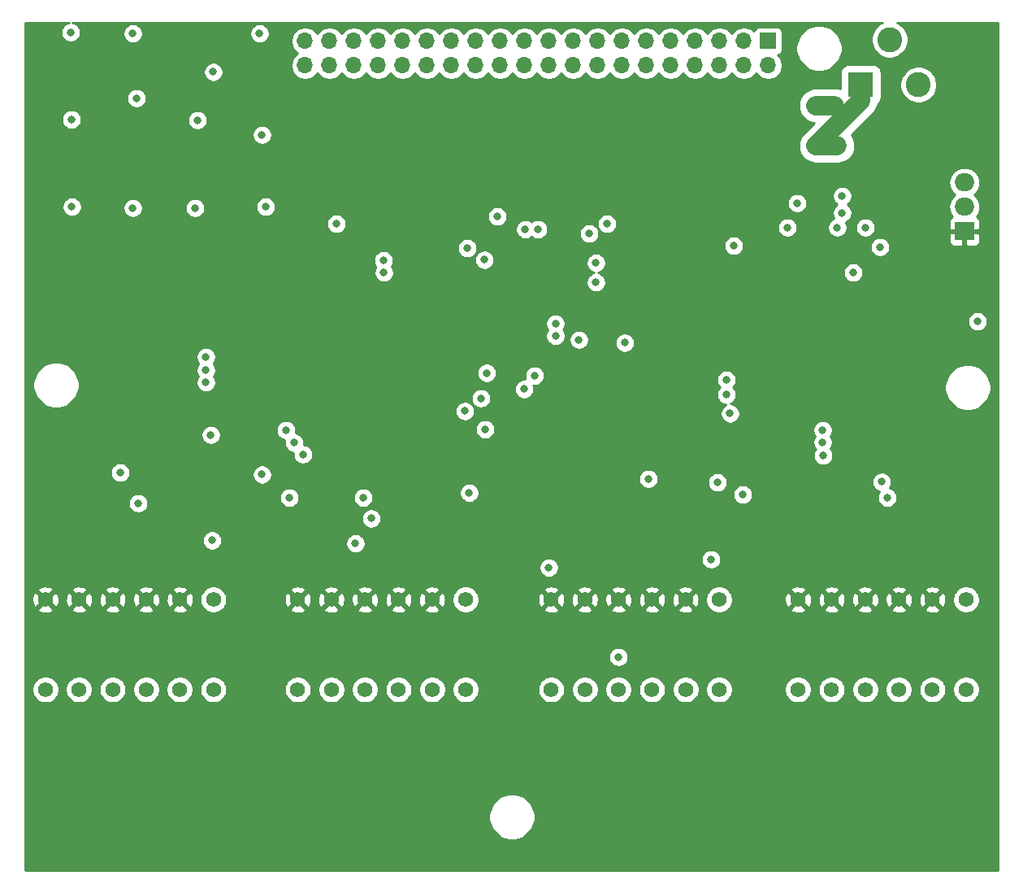
<source format=gbr>
G04 #@! TF.GenerationSoftware,KiCad,Pcbnew,5.1.5*
G04 #@! TF.CreationDate,2020-05-11T18:57:52-04:00*
G04 #@! TF.ProjectId,EVE-PCB-V4,4556452d-5043-4422-9d56-342e6b696361,rev?*
G04 #@! TF.SameCoordinates,Original*
G04 #@! TF.FileFunction,Copper,L3,Inr*
G04 #@! TF.FilePolarity,Positive*
%FSLAX46Y46*%
G04 Gerber Fmt 4.6, Leading zero omitted, Abs format (unit mm)*
G04 Created by KiCad (PCBNEW 5.1.5) date 2020-05-11 18:57:52*
%MOMM*%
%LPD*%
G04 APERTURE LIST*
%ADD10C,1.575000*%
%ADD11O,1.700000X1.700000*%
%ADD12R,1.700000X1.700000*%
%ADD13R,2.600000X2.600000*%
%ADD14C,2.600000*%
%ADD15R,2.000000X1.905000*%
%ADD16O,2.000000X1.905000*%
%ADD17C,0.800000*%
%ADD18C,2.000000*%
%ADD19C,0.254000*%
G04 APERTURE END LIST*
D10*
X108592346Y-95760000D03*
X108592346Y-105110000D03*
X105092346Y-95760000D03*
X105092346Y-105110000D03*
X101592346Y-95760000D03*
X101592346Y-105110000D03*
X98092346Y-95760000D03*
X98092346Y-105110000D03*
X94592346Y-95760000D03*
X94592346Y-105110000D03*
X91092346Y-95760000D03*
X91092346Y-105110000D03*
D11*
X118143346Y-40146769D03*
X118143346Y-37606769D03*
X120683346Y-40146769D03*
X120683346Y-37606769D03*
X123223346Y-40146769D03*
X123223346Y-37606769D03*
X125763346Y-40146769D03*
X125763346Y-37606769D03*
X128303346Y-40146769D03*
X128303346Y-37606769D03*
X130843346Y-40146769D03*
X130843346Y-37606769D03*
X133383346Y-40146769D03*
X133383346Y-37606769D03*
X135923346Y-40146769D03*
X135923346Y-37606769D03*
X138463346Y-40146769D03*
X138463346Y-37606769D03*
X141003346Y-40146769D03*
X141003346Y-37606769D03*
X143543346Y-40146769D03*
X143543346Y-37606769D03*
X146083346Y-40146769D03*
X146083346Y-37606769D03*
X148623346Y-40146769D03*
X148623346Y-37606769D03*
X151163346Y-40146769D03*
X151163346Y-37606769D03*
X153703346Y-40146769D03*
X153703346Y-37606769D03*
X156243346Y-40146769D03*
X156243346Y-37606769D03*
X158783346Y-40146769D03*
X158783346Y-37606769D03*
X161323346Y-40146769D03*
X161323346Y-37606769D03*
X163863346Y-40146769D03*
X163863346Y-37606769D03*
X166403346Y-40146769D03*
D12*
X166403346Y-37606769D03*
D10*
X187014846Y-95760000D03*
X187014846Y-105110000D03*
X183514846Y-95760000D03*
X183514846Y-105110000D03*
X180014846Y-95760000D03*
X180014846Y-105110000D03*
X176514846Y-95760000D03*
X176514846Y-105110000D03*
X173014846Y-95760000D03*
X173014846Y-105110000D03*
X169514846Y-95760000D03*
X169514846Y-105110000D03*
X161297346Y-95760000D03*
X161297346Y-105110000D03*
X157797346Y-95760000D03*
X157797346Y-105110000D03*
X154297346Y-95760000D03*
X154297346Y-105110000D03*
X150797346Y-95760000D03*
X150797346Y-105110000D03*
X147297346Y-95760000D03*
X147297346Y-105110000D03*
X143797346Y-95760000D03*
X143797346Y-105110000D03*
X134881346Y-95760000D03*
X134881346Y-105110000D03*
X131381346Y-95760000D03*
X131381346Y-105110000D03*
X127881346Y-95760000D03*
X127881346Y-105110000D03*
X124381346Y-95760000D03*
X124381346Y-105110000D03*
X120881346Y-95760000D03*
X120881346Y-105110000D03*
X117381346Y-95760000D03*
X117381346Y-105110000D03*
D13*
X176055346Y-42164000D03*
D14*
X182055346Y-42164000D03*
X179055346Y-37464000D03*
D15*
X186850346Y-57418769D03*
D16*
X186850346Y-54878769D03*
X186850346Y-52338769D03*
D17*
X167005000Y-48006000D03*
X169291000Y-48133000D03*
X169291000Y-44831000D03*
X167005000Y-44831000D03*
X188214000Y-61976000D03*
X93472000Y-40640000D03*
X99949000Y-40767000D03*
X113284000Y-40640000D03*
X100076000Y-49784000D03*
X106680000Y-49784000D03*
X94234000Y-49784000D03*
X106807000Y-58801000D03*
X113919000Y-50038000D03*
X94361000Y-59309000D03*
X100203000Y-59055000D03*
X114046000Y-58674000D03*
X166333000Y-46482000D03*
X172593000Y-69215000D03*
X105918000Y-82423000D03*
X113601500Y-68707000D03*
X99822000Y-121920000D03*
X126492000Y-121983500D03*
X152908000Y-121920000D03*
X178244500Y-121920000D03*
X168529000Y-79756000D03*
X106743500Y-40767000D03*
X139636500Y-87820500D03*
X139573000Y-83121500D03*
X148463000Y-83058000D03*
X151320500Y-87947500D03*
X138176000Y-55880000D03*
X151447500Y-69024500D03*
X108331000Y-78613000D03*
X136906000Y-78041500D03*
X108458000Y-89598500D03*
X136842500Y-60388500D03*
X160464500Y-91567000D03*
X188214000Y-66802000D03*
X175260000Y-61722000D03*
X162814000Y-58928000D03*
X149606000Y-56642000D03*
X121412000Y-56642000D03*
X125031500Y-87312500D03*
X135064500Y-59182000D03*
X147764500Y-57658000D03*
X100774500Y-85725000D03*
X116522500Y-85153500D03*
X178816000Y-85153500D03*
X137070500Y-72162000D03*
X146685000Y-68707000D03*
X163766500Y-84836000D03*
X93726000Y-36703000D03*
X172148500Y-80772000D03*
X100203000Y-36830000D03*
X172085000Y-79375000D03*
X113411000Y-36830000D03*
X172085000Y-78105000D03*
X106934000Y-45847000D03*
X162433000Y-76390500D03*
X162052000Y-72898000D03*
X108585000Y-40830500D03*
X100584000Y-43561000D03*
X162052000Y-74422000D03*
X113665000Y-47371000D03*
X117919500Y-80645000D03*
X114046000Y-54864000D03*
X117030500Y-79438500D03*
X93789500Y-45783500D03*
X116141500Y-78105000D03*
X107823000Y-70485000D03*
X100203000Y-54991000D03*
X107823000Y-71882000D03*
X106680000Y-54991000D03*
X107823000Y-73152000D03*
X93853000Y-54864000D03*
X173609000Y-57023000D03*
X169418000Y-54483000D03*
X178054000Y-59055000D03*
X174117000Y-53721000D03*
X174117000Y-55499000D03*
X124206000Y-85153500D03*
X123393200Y-89916000D03*
X135255000Y-84645500D03*
X168402000Y-57023000D03*
X148463000Y-60706000D03*
X144237000Y-67021000D03*
X126301500Y-60452000D03*
X142430500Y-57213500D03*
X176530000Y-57023000D03*
X148463000Y-62738000D03*
X144247351Y-68301351D03*
X126365000Y-61722000D03*
X141097000Y-57213500D03*
X171069000Y-48514000D03*
X173609000Y-48514000D03*
X173355000Y-44323000D03*
X171069000Y-44323000D03*
X153924000Y-83185000D03*
X150812500Y-101727000D03*
X143541500Y-92424500D03*
X178244500Y-83502500D03*
X142049500Y-72453500D03*
X161099500Y-83566000D03*
X140970000Y-73850500D03*
X113665000Y-82740500D03*
X134810500Y-76136500D03*
X98869500Y-82550000D03*
X136461500Y-74803000D03*
D18*
X173355000Y-44323000D02*
X171391001Y-44323000D01*
X176055346Y-43849655D02*
X176055346Y-42164000D01*
X173609000Y-48514000D02*
X171391001Y-48514000D01*
X171391001Y-48514000D02*
X176055346Y-43849655D01*
D19*
G36*
X93424102Y-35707774D02*
G01*
X93235744Y-35785795D01*
X93066226Y-35899063D01*
X92922063Y-36043226D01*
X92808795Y-36212744D01*
X92730774Y-36401102D01*
X92691000Y-36601061D01*
X92691000Y-36804939D01*
X92730774Y-37004898D01*
X92808795Y-37193256D01*
X92922063Y-37362774D01*
X93066226Y-37506937D01*
X93235744Y-37620205D01*
X93424102Y-37698226D01*
X93624061Y-37738000D01*
X93827939Y-37738000D01*
X94027898Y-37698226D01*
X94216256Y-37620205D01*
X94385774Y-37506937D01*
X94529937Y-37362774D01*
X94643205Y-37193256D01*
X94721226Y-37004898D01*
X94761000Y-36804939D01*
X94761000Y-36728061D01*
X99168000Y-36728061D01*
X99168000Y-36931939D01*
X99207774Y-37131898D01*
X99285795Y-37320256D01*
X99399063Y-37489774D01*
X99543226Y-37633937D01*
X99712744Y-37747205D01*
X99901102Y-37825226D01*
X100101061Y-37865000D01*
X100304939Y-37865000D01*
X100504898Y-37825226D01*
X100693256Y-37747205D01*
X100862774Y-37633937D01*
X101006937Y-37489774D01*
X101120205Y-37320256D01*
X101198226Y-37131898D01*
X101238000Y-36931939D01*
X101238000Y-36728061D01*
X112376000Y-36728061D01*
X112376000Y-36931939D01*
X112415774Y-37131898D01*
X112493795Y-37320256D01*
X112607063Y-37489774D01*
X112751226Y-37633937D01*
X112920744Y-37747205D01*
X113109102Y-37825226D01*
X113309061Y-37865000D01*
X113512939Y-37865000D01*
X113712898Y-37825226D01*
X113901256Y-37747205D01*
X114070774Y-37633937D01*
X114214937Y-37489774D01*
X114234491Y-37460509D01*
X116658346Y-37460509D01*
X116658346Y-37753029D01*
X116715414Y-38039927D01*
X116827356Y-38310180D01*
X116989871Y-38553401D01*
X117196714Y-38760244D01*
X117371106Y-38876769D01*
X117196714Y-38993294D01*
X116989871Y-39200137D01*
X116827356Y-39443358D01*
X116715414Y-39713611D01*
X116658346Y-40000509D01*
X116658346Y-40293029D01*
X116715414Y-40579927D01*
X116827356Y-40850180D01*
X116989871Y-41093401D01*
X117196714Y-41300244D01*
X117439935Y-41462759D01*
X117710188Y-41574701D01*
X117997086Y-41631769D01*
X118289606Y-41631769D01*
X118576504Y-41574701D01*
X118846757Y-41462759D01*
X119089978Y-41300244D01*
X119296821Y-41093401D01*
X119413346Y-40919009D01*
X119529871Y-41093401D01*
X119736714Y-41300244D01*
X119979935Y-41462759D01*
X120250188Y-41574701D01*
X120537086Y-41631769D01*
X120829606Y-41631769D01*
X121116504Y-41574701D01*
X121386757Y-41462759D01*
X121629978Y-41300244D01*
X121836821Y-41093401D01*
X121953346Y-40919009D01*
X122069871Y-41093401D01*
X122276714Y-41300244D01*
X122519935Y-41462759D01*
X122790188Y-41574701D01*
X123077086Y-41631769D01*
X123369606Y-41631769D01*
X123656504Y-41574701D01*
X123926757Y-41462759D01*
X124169978Y-41300244D01*
X124376821Y-41093401D01*
X124493346Y-40919009D01*
X124609871Y-41093401D01*
X124816714Y-41300244D01*
X125059935Y-41462759D01*
X125330188Y-41574701D01*
X125617086Y-41631769D01*
X125909606Y-41631769D01*
X126196504Y-41574701D01*
X126466757Y-41462759D01*
X126709978Y-41300244D01*
X126916821Y-41093401D01*
X127033346Y-40919009D01*
X127149871Y-41093401D01*
X127356714Y-41300244D01*
X127599935Y-41462759D01*
X127870188Y-41574701D01*
X128157086Y-41631769D01*
X128449606Y-41631769D01*
X128736504Y-41574701D01*
X129006757Y-41462759D01*
X129249978Y-41300244D01*
X129456821Y-41093401D01*
X129573346Y-40919009D01*
X129689871Y-41093401D01*
X129896714Y-41300244D01*
X130139935Y-41462759D01*
X130410188Y-41574701D01*
X130697086Y-41631769D01*
X130989606Y-41631769D01*
X131276504Y-41574701D01*
X131546757Y-41462759D01*
X131789978Y-41300244D01*
X131996821Y-41093401D01*
X132113346Y-40919009D01*
X132229871Y-41093401D01*
X132436714Y-41300244D01*
X132679935Y-41462759D01*
X132950188Y-41574701D01*
X133237086Y-41631769D01*
X133529606Y-41631769D01*
X133816504Y-41574701D01*
X134086757Y-41462759D01*
X134329978Y-41300244D01*
X134536821Y-41093401D01*
X134653346Y-40919009D01*
X134769871Y-41093401D01*
X134976714Y-41300244D01*
X135219935Y-41462759D01*
X135490188Y-41574701D01*
X135777086Y-41631769D01*
X136069606Y-41631769D01*
X136356504Y-41574701D01*
X136626757Y-41462759D01*
X136869978Y-41300244D01*
X137076821Y-41093401D01*
X137193346Y-40919009D01*
X137309871Y-41093401D01*
X137516714Y-41300244D01*
X137759935Y-41462759D01*
X138030188Y-41574701D01*
X138317086Y-41631769D01*
X138609606Y-41631769D01*
X138896504Y-41574701D01*
X139166757Y-41462759D01*
X139409978Y-41300244D01*
X139616821Y-41093401D01*
X139733346Y-40919009D01*
X139849871Y-41093401D01*
X140056714Y-41300244D01*
X140299935Y-41462759D01*
X140570188Y-41574701D01*
X140857086Y-41631769D01*
X141149606Y-41631769D01*
X141436504Y-41574701D01*
X141706757Y-41462759D01*
X141949978Y-41300244D01*
X142156821Y-41093401D01*
X142273346Y-40919009D01*
X142389871Y-41093401D01*
X142596714Y-41300244D01*
X142839935Y-41462759D01*
X143110188Y-41574701D01*
X143397086Y-41631769D01*
X143689606Y-41631769D01*
X143976504Y-41574701D01*
X144246757Y-41462759D01*
X144489978Y-41300244D01*
X144696821Y-41093401D01*
X144813346Y-40919009D01*
X144929871Y-41093401D01*
X145136714Y-41300244D01*
X145379935Y-41462759D01*
X145650188Y-41574701D01*
X145937086Y-41631769D01*
X146229606Y-41631769D01*
X146516504Y-41574701D01*
X146786757Y-41462759D01*
X147029978Y-41300244D01*
X147236821Y-41093401D01*
X147353346Y-40919009D01*
X147469871Y-41093401D01*
X147676714Y-41300244D01*
X147919935Y-41462759D01*
X148190188Y-41574701D01*
X148477086Y-41631769D01*
X148769606Y-41631769D01*
X149056504Y-41574701D01*
X149326757Y-41462759D01*
X149569978Y-41300244D01*
X149776821Y-41093401D01*
X149893346Y-40919009D01*
X150009871Y-41093401D01*
X150216714Y-41300244D01*
X150459935Y-41462759D01*
X150730188Y-41574701D01*
X151017086Y-41631769D01*
X151309606Y-41631769D01*
X151596504Y-41574701D01*
X151866757Y-41462759D01*
X152109978Y-41300244D01*
X152316821Y-41093401D01*
X152433346Y-40919009D01*
X152549871Y-41093401D01*
X152756714Y-41300244D01*
X152999935Y-41462759D01*
X153270188Y-41574701D01*
X153557086Y-41631769D01*
X153849606Y-41631769D01*
X154136504Y-41574701D01*
X154406757Y-41462759D01*
X154649978Y-41300244D01*
X154856821Y-41093401D01*
X154973346Y-40919009D01*
X155089871Y-41093401D01*
X155296714Y-41300244D01*
X155539935Y-41462759D01*
X155810188Y-41574701D01*
X156097086Y-41631769D01*
X156389606Y-41631769D01*
X156676504Y-41574701D01*
X156946757Y-41462759D01*
X157189978Y-41300244D01*
X157396821Y-41093401D01*
X157513346Y-40919009D01*
X157629871Y-41093401D01*
X157836714Y-41300244D01*
X158079935Y-41462759D01*
X158350188Y-41574701D01*
X158637086Y-41631769D01*
X158929606Y-41631769D01*
X159216504Y-41574701D01*
X159486757Y-41462759D01*
X159729978Y-41300244D01*
X159936821Y-41093401D01*
X160053346Y-40919009D01*
X160169871Y-41093401D01*
X160376714Y-41300244D01*
X160619935Y-41462759D01*
X160890188Y-41574701D01*
X161177086Y-41631769D01*
X161469606Y-41631769D01*
X161756504Y-41574701D01*
X162026757Y-41462759D01*
X162269978Y-41300244D01*
X162476821Y-41093401D01*
X162593346Y-40919009D01*
X162709871Y-41093401D01*
X162916714Y-41300244D01*
X163159935Y-41462759D01*
X163430188Y-41574701D01*
X163717086Y-41631769D01*
X164009606Y-41631769D01*
X164296504Y-41574701D01*
X164566757Y-41462759D01*
X164809978Y-41300244D01*
X165016821Y-41093401D01*
X165133346Y-40919009D01*
X165249871Y-41093401D01*
X165456714Y-41300244D01*
X165699935Y-41462759D01*
X165970188Y-41574701D01*
X166257086Y-41631769D01*
X166549606Y-41631769D01*
X166836504Y-41574701D01*
X167106757Y-41462759D01*
X167349978Y-41300244D01*
X167556821Y-41093401D01*
X167719336Y-40850180D01*
X167831278Y-40579927D01*
X167888346Y-40293029D01*
X167888346Y-40000509D01*
X167831278Y-39713611D01*
X167719336Y-39443358D01*
X167556821Y-39200137D01*
X167424966Y-39068282D01*
X167497526Y-39046271D01*
X167607840Y-38987306D01*
X167704531Y-38907954D01*
X167783883Y-38811263D01*
X167842848Y-38700949D01*
X167879158Y-38581251D01*
X167891418Y-38456769D01*
X167891418Y-38115818D01*
X169285701Y-38115818D01*
X169285701Y-38592182D01*
X169378635Y-39059392D01*
X169560931Y-39499494D01*
X169825585Y-39895576D01*
X170162424Y-40232415D01*
X170558506Y-40497069D01*
X170998608Y-40679365D01*
X171465818Y-40772299D01*
X171942182Y-40772299D01*
X172409392Y-40679365D01*
X172849494Y-40497069D01*
X173245576Y-40232415D01*
X173582415Y-39895576D01*
X173847069Y-39499494D01*
X174029365Y-39059392D01*
X174122299Y-38592182D01*
X174122299Y-38115818D01*
X174029365Y-37648608D01*
X173847069Y-37208506D01*
X173582415Y-36812424D01*
X173245576Y-36475585D01*
X172849494Y-36210931D01*
X172409392Y-36028635D01*
X171942182Y-35935701D01*
X171465818Y-35935701D01*
X170998608Y-36028635D01*
X170558506Y-36210931D01*
X170162424Y-36475585D01*
X169825585Y-36812424D01*
X169560931Y-37208506D01*
X169378635Y-37648608D01*
X169285701Y-38115818D01*
X167891418Y-38115818D01*
X167891418Y-36756769D01*
X167879158Y-36632287D01*
X167842848Y-36512589D01*
X167783883Y-36402275D01*
X167704531Y-36305584D01*
X167607840Y-36226232D01*
X167497526Y-36167267D01*
X167377828Y-36130957D01*
X167253346Y-36118697D01*
X165553346Y-36118697D01*
X165428864Y-36130957D01*
X165309166Y-36167267D01*
X165198852Y-36226232D01*
X165102161Y-36305584D01*
X165022809Y-36402275D01*
X164963844Y-36512589D01*
X164941833Y-36585149D01*
X164809978Y-36453294D01*
X164566757Y-36290779D01*
X164296504Y-36178837D01*
X164009606Y-36121769D01*
X163717086Y-36121769D01*
X163430188Y-36178837D01*
X163159935Y-36290779D01*
X162916714Y-36453294D01*
X162709871Y-36660137D01*
X162593346Y-36834529D01*
X162476821Y-36660137D01*
X162269978Y-36453294D01*
X162026757Y-36290779D01*
X161756504Y-36178837D01*
X161469606Y-36121769D01*
X161177086Y-36121769D01*
X160890188Y-36178837D01*
X160619935Y-36290779D01*
X160376714Y-36453294D01*
X160169871Y-36660137D01*
X160053346Y-36834529D01*
X159936821Y-36660137D01*
X159729978Y-36453294D01*
X159486757Y-36290779D01*
X159216504Y-36178837D01*
X158929606Y-36121769D01*
X158637086Y-36121769D01*
X158350188Y-36178837D01*
X158079935Y-36290779D01*
X157836714Y-36453294D01*
X157629871Y-36660137D01*
X157513346Y-36834529D01*
X157396821Y-36660137D01*
X157189978Y-36453294D01*
X156946757Y-36290779D01*
X156676504Y-36178837D01*
X156389606Y-36121769D01*
X156097086Y-36121769D01*
X155810188Y-36178837D01*
X155539935Y-36290779D01*
X155296714Y-36453294D01*
X155089871Y-36660137D01*
X154973346Y-36834529D01*
X154856821Y-36660137D01*
X154649978Y-36453294D01*
X154406757Y-36290779D01*
X154136504Y-36178837D01*
X153849606Y-36121769D01*
X153557086Y-36121769D01*
X153270188Y-36178837D01*
X152999935Y-36290779D01*
X152756714Y-36453294D01*
X152549871Y-36660137D01*
X152433346Y-36834529D01*
X152316821Y-36660137D01*
X152109978Y-36453294D01*
X151866757Y-36290779D01*
X151596504Y-36178837D01*
X151309606Y-36121769D01*
X151017086Y-36121769D01*
X150730188Y-36178837D01*
X150459935Y-36290779D01*
X150216714Y-36453294D01*
X150009871Y-36660137D01*
X149893346Y-36834529D01*
X149776821Y-36660137D01*
X149569978Y-36453294D01*
X149326757Y-36290779D01*
X149056504Y-36178837D01*
X148769606Y-36121769D01*
X148477086Y-36121769D01*
X148190188Y-36178837D01*
X147919935Y-36290779D01*
X147676714Y-36453294D01*
X147469871Y-36660137D01*
X147353346Y-36834529D01*
X147236821Y-36660137D01*
X147029978Y-36453294D01*
X146786757Y-36290779D01*
X146516504Y-36178837D01*
X146229606Y-36121769D01*
X145937086Y-36121769D01*
X145650188Y-36178837D01*
X145379935Y-36290779D01*
X145136714Y-36453294D01*
X144929871Y-36660137D01*
X144813346Y-36834529D01*
X144696821Y-36660137D01*
X144489978Y-36453294D01*
X144246757Y-36290779D01*
X143976504Y-36178837D01*
X143689606Y-36121769D01*
X143397086Y-36121769D01*
X143110188Y-36178837D01*
X142839935Y-36290779D01*
X142596714Y-36453294D01*
X142389871Y-36660137D01*
X142273346Y-36834529D01*
X142156821Y-36660137D01*
X141949978Y-36453294D01*
X141706757Y-36290779D01*
X141436504Y-36178837D01*
X141149606Y-36121769D01*
X140857086Y-36121769D01*
X140570188Y-36178837D01*
X140299935Y-36290779D01*
X140056714Y-36453294D01*
X139849871Y-36660137D01*
X139733346Y-36834529D01*
X139616821Y-36660137D01*
X139409978Y-36453294D01*
X139166757Y-36290779D01*
X138896504Y-36178837D01*
X138609606Y-36121769D01*
X138317086Y-36121769D01*
X138030188Y-36178837D01*
X137759935Y-36290779D01*
X137516714Y-36453294D01*
X137309871Y-36660137D01*
X137193346Y-36834529D01*
X137076821Y-36660137D01*
X136869978Y-36453294D01*
X136626757Y-36290779D01*
X136356504Y-36178837D01*
X136069606Y-36121769D01*
X135777086Y-36121769D01*
X135490188Y-36178837D01*
X135219935Y-36290779D01*
X134976714Y-36453294D01*
X134769871Y-36660137D01*
X134653346Y-36834529D01*
X134536821Y-36660137D01*
X134329978Y-36453294D01*
X134086757Y-36290779D01*
X133816504Y-36178837D01*
X133529606Y-36121769D01*
X133237086Y-36121769D01*
X132950188Y-36178837D01*
X132679935Y-36290779D01*
X132436714Y-36453294D01*
X132229871Y-36660137D01*
X132113346Y-36834529D01*
X131996821Y-36660137D01*
X131789978Y-36453294D01*
X131546757Y-36290779D01*
X131276504Y-36178837D01*
X130989606Y-36121769D01*
X130697086Y-36121769D01*
X130410188Y-36178837D01*
X130139935Y-36290779D01*
X129896714Y-36453294D01*
X129689871Y-36660137D01*
X129573346Y-36834529D01*
X129456821Y-36660137D01*
X129249978Y-36453294D01*
X129006757Y-36290779D01*
X128736504Y-36178837D01*
X128449606Y-36121769D01*
X128157086Y-36121769D01*
X127870188Y-36178837D01*
X127599935Y-36290779D01*
X127356714Y-36453294D01*
X127149871Y-36660137D01*
X127033346Y-36834529D01*
X126916821Y-36660137D01*
X126709978Y-36453294D01*
X126466757Y-36290779D01*
X126196504Y-36178837D01*
X125909606Y-36121769D01*
X125617086Y-36121769D01*
X125330188Y-36178837D01*
X125059935Y-36290779D01*
X124816714Y-36453294D01*
X124609871Y-36660137D01*
X124493346Y-36834529D01*
X124376821Y-36660137D01*
X124169978Y-36453294D01*
X123926757Y-36290779D01*
X123656504Y-36178837D01*
X123369606Y-36121769D01*
X123077086Y-36121769D01*
X122790188Y-36178837D01*
X122519935Y-36290779D01*
X122276714Y-36453294D01*
X122069871Y-36660137D01*
X121953346Y-36834529D01*
X121836821Y-36660137D01*
X121629978Y-36453294D01*
X121386757Y-36290779D01*
X121116504Y-36178837D01*
X120829606Y-36121769D01*
X120537086Y-36121769D01*
X120250188Y-36178837D01*
X119979935Y-36290779D01*
X119736714Y-36453294D01*
X119529871Y-36660137D01*
X119413346Y-36834529D01*
X119296821Y-36660137D01*
X119089978Y-36453294D01*
X118846757Y-36290779D01*
X118576504Y-36178837D01*
X118289606Y-36121769D01*
X117997086Y-36121769D01*
X117710188Y-36178837D01*
X117439935Y-36290779D01*
X117196714Y-36453294D01*
X116989871Y-36660137D01*
X116827356Y-36903358D01*
X116715414Y-37173611D01*
X116658346Y-37460509D01*
X114234491Y-37460509D01*
X114328205Y-37320256D01*
X114406226Y-37131898D01*
X114446000Y-36931939D01*
X114446000Y-36728061D01*
X114406226Y-36528102D01*
X114328205Y-36339744D01*
X114214937Y-36170226D01*
X114070774Y-36026063D01*
X113901256Y-35912795D01*
X113712898Y-35834774D01*
X113512939Y-35795000D01*
X113309061Y-35795000D01*
X113109102Y-35834774D01*
X112920744Y-35912795D01*
X112751226Y-36026063D01*
X112607063Y-36170226D01*
X112493795Y-36339744D01*
X112415774Y-36528102D01*
X112376000Y-36728061D01*
X101238000Y-36728061D01*
X101198226Y-36528102D01*
X101120205Y-36339744D01*
X101006937Y-36170226D01*
X100862774Y-36026063D01*
X100693256Y-35912795D01*
X100504898Y-35834774D01*
X100304939Y-35795000D01*
X100101061Y-35795000D01*
X99901102Y-35834774D01*
X99712744Y-35912795D01*
X99543226Y-36026063D01*
X99399063Y-36170226D01*
X99285795Y-36339744D01*
X99207774Y-36528102D01*
X99168000Y-36728061D01*
X94761000Y-36728061D01*
X94761000Y-36601061D01*
X94721226Y-36401102D01*
X94643205Y-36212744D01*
X94529937Y-36043226D01*
X94385774Y-35899063D01*
X94216256Y-35785795D01*
X94027898Y-35707774D01*
X93923459Y-35687000D01*
X178289005Y-35687000D01*
X178138780Y-35749225D01*
X177821855Y-35960987D01*
X177552333Y-36230509D01*
X177340571Y-36547434D01*
X177194707Y-36899581D01*
X177120346Y-37273419D01*
X177120346Y-37654581D01*
X177194707Y-38028419D01*
X177340571Y-38380566D01*
X177552333Y-38697491D01*
X177821855Y-38967013D01*
X178138780Y-39178775D01*
X178490927Y-39324639D01*
X178864765Y-39399000D01*
X179245927Y-39399000D01*
X179619765Y-39324639D01*
X179971912Y-39178775D01*
X180288837Y-38967013D01*
X180558359Y-38697491D01*
X180770121Y-38380566D01*
X180915985Y-38028419D01*
X180990346Y-37654581D01*
X180990346Y-37273419D01*
X180915985Y-36899581D01*
X180770121Y-36547434D01*
X180558359Y-36230509D01*
X180288837Y-35960987D01*
X179971912Y-35749225D01*
X179821687Y-35687000D01*
X190343347Y-35687000D01*
X190343346Y-123962269D01*
X89027000Y-123962269D01*
X89027000Y-118125818D01*
X137281701Y-118125818D01*
X137281701Y-118602182D01*
X137374635Y-119069392D01*
X137556931Y-119509494D01*
X137821585Y-119905576D01*
X138158424Y-120242415D01*
X138554506Y-120507069D01*
X138994608Y-120689365D01*
X139461818Y-120782299D01*
X139938182Y-120782299D01*
X140405392Y-120689365D01*
X140845494Y-120507069D01*
X141241576Y-120242415D01*
X141578415Y-119905576D01*
X141843069Y-119509494D01*
X142025365Y-119069392D01*
X142118299Y-118602182D01*
X142118299Y-118125818D01*
X142025365Y-117658608D01*
X141843069Y-117218506D01*
X141578415Y-116822424D01*
X141241576Y-116485585D01*
X140845494Y-116220931D01*
X140405392Y-116038635D01*
X139938182Y-115945701D01*
X139461818Y-115945701D01*
X138994608Y-116038635D01*
X138554506Y-116220931D01*
X138158424Y-116485585D01*
X137821585Y-116822424D01*
X137556931Y-117218506D01*
X137374635Y-117658608D01*
X137281701Y-118125818D01*
X89027000Y-118125818D01*
X89027000Y-104969896D01*
X89669846Y-104969896D01*
X89669846Y-105250104D01*
X89724512Y-105524928D01*
X89831743Y-105783806D01*
X89987418Y-106016791D01*
X90185555Y-106214928D01*
X90418540Y-106370603D01*
X90677418Y-106477834D01*
X90952242Y-106532500D01*
X91232450Y-106532500D01*
X91507274Y-106477834D01*
X91766152Y-106370603D01*
X91999137Y-106214928D01*
X92197274Y-106016791D01*
X92352949Y-105783806D01*
X92460180Y-105524928D01*
X92514846Y-105250104D01*
X92514846Y-104969896D01*
X93169846Y-104969896D01*
X93169846Y-105250104D01*
X93224512Y-105524928D01*
X93331743Y-105783806D01*
X93487418Y-106016791D01*
X93685555Y-106214928D01*
X93918540Y-106370603D01*
X94177418Y-106477834D01*
X94452242Y-106532500D01*
X94732450Y-106532500D01*
X95007274Y-106477834D01*
X95266152Y-106370603D01*
X95499137Y-106214928D01*
X95697274Y-106016791D01*
X95852949Y-105783806D01*
X95960180Y-105524928D01*
X96014846Y-105250104D01*
X96014846Y-104969896D01*
X96669846Y-104969896D01*
X96669846Y-105250104D01*
X96724512Y-105524928D01*
X96831743Y-105783806D01*
X96987418Y-106016791D01*
X97185555Y-106214928D01*
X97418540Y-106370603D01*
X97677418Y-106477834D01*
X97952242Y-106532500D01*
X98232450Y-106532500D01*
X98507274Y-106477834D01*
X98766152Y-106370603D01*
X98999137Y-106214928D01*
X99197274Y-106016791D01*
X99352949Y-105783806D01*
X99460180Y-105524928D01*
X99514846Y-105250104D01*
X99514846Y-104969896D01*
X100169846Y-104969896D01*
X100169846Y-105250104D01*
X100224512Y-105524928D01*
X100331743Y-105783806D01*
X100487418Y-106016791D01*
X100685555Y-106214928D01*
X100918540Y-106370603D01*
X101177418Y-106477834D01*
X101452242Y-106532500D01*
X101732450Y-106532500D01*
X102007274Y-106477834D01*
X102266152Y-106370603D01*
X102499137Y-106214928D01*
X102697274Y-106016791D01*
X102852949Y-105783806D01*
X102960180Y-105524928D01*
X103014846Y-105250104D01*
X103014846Y-104969896D01*
X103669846Y-104969896D01*
X103669846Y-105250104D01*
X103724512Y-105524928D01*
X103831743Y-105783806D01*
X103987418Y-106016791D01*
X104185555Y-106214928D01*
X104418540Y-106370603D01*
X104677418Y-106477834D01*
X104952242Y-106532500D01*
X105232450Y-106532500D01*
X105507274Y-106477834D01*
X105766152Y-106370603D01*
X105999137Y-106214928D01*
X106197274Y-106016791D01*
X106352949Y-105783806D01*
X106460180Y-105524928D01*
X106514846Y-105250104D01*
X106514846Y-104969896D01*
X107169846Y-104969896D01*
X107169846Y-105250104D01*
X107224512Y-105524928D01*
X107331743Y-105783806D01*
X107487418Y-106016791D01*
X107685555Y-106214928D01*
X107918540Y-106370603D01*
X108177418Y-106477834D01*
X108452242Y-106532500D01*
X108732450Y-106532500D01*
X109007274Y-106477834D01*
X109266152Y-106370603D01*
X109499137Y-106214928D01*
X109697274Y-106016791D01*
X109852949Y-105783806D01*
X109960180Y-105524928D01*
X110014846Y-105250104D01*
X110014846Y-104969896D01*
X115958846Y-104969896D01*
X115958846Y-105250104D01*
X116013512Y-105524928D01*
X116120743Y-105783806D01*
X116276418Y-106016791D01*
X116474555Y-106214928D01*
X116707540Y-106370603D01*
X116966418Y-106477834D01*
X117241242Y-106532500D01*
X117521450Y-106532500D01*
X117796274Y-106477834D01*
X118055152Y-106370603D01*
X118288137Y-106214928D01*
X118486274Y-106016791D01*
X118641949Y-105783806D01*
X118749180Y-105524928D01*
X118803846Y-105250104D01*
X118803846Y-104969896D01*
X119458846Y-104969896D01*
X119458846Y-105250104D01*
X119513512Y-105524928D01*
X119620743Y-105783806D01*
X119776418Y-106016791D01*
X119974555Y-106214928D01*
X120207540Y-106370603D01*
X120466418Y-106477834D01*
X120741242Y-106532500D01*
X121021450Y-106532500D01*
X121296274Y-106477834D01*
X121555152Y-106370603D01*
X121788137Y-106214928D01*
X121986274Y-106016791D01*
X122141949Y-105783806D01*
X122249180Y-105524928D01*
X122303846Y-105250104D01*
X122303846Y-104969896D01*
X122958846Y-104969896D01*
X122958846Y-105250104D01*
X123013512Y-105524928D01*
X123120743Y-105783806D01*
X123276418Y-106016791D01*
X123474555Y-106214928D01*
X123707540Y-106370603D01*
X123966418Y-106477834D01*
X124241242Y-106532500D01*
X124521450Y-106532500D01*
X124796274Y-106477834D01*
X125055152Y-106370603D01*
X125288137Y-106214928D01*
X125486274Y-106016791D01*
X125641949Y-105783806D01*
X125749180Y-105524928D01*
X125803846Y-105250104D01*
X125803846Y-104969896D01*
X126458846Y-104969896D01*
X126458846Y-105250104D01*
X126513512Y-105524928D01*
X126620743Y-105783806D01*
X126776418Y-106016791D01*
X126974555Y-106214928D01*
X127207540Y-106370603D01*
X127466418Y-106477834D01*
X127741242Y-106532500D01*
X128021450Y-106532500D01*
X128296274Y-106477834D01*
X128555152Y-106370603D01*
X128788137Y-106214928D01*
X128986274Y-106016791D01*
X129141949Y-105783806D01*
X129249180Y-105524928D01*
X129303846Y-105250104D01*
X129303846Y-104969896D01*
X129958846Y-104969896D01*
X129958846Y-105250104D01*
X130013512Y-105524928D01*
X130120743Y-105783806D01*
X130276418Y-106016791D01*
X130474555Y-106214928D01*
X130707540Y-106370603D01*
X130966418Y-106477834D01*
X131241242Y-106532500D01*
X131521450Y-106532500D01*
X131796274Y-106477834D01*
X132055152Y-106370603D01*
X132288137Y-106214928D01*
X132486274Y-106016791D01*
X132641949Y-105783806D01*
X132749180Y-105524928D01*
X132803846Y-105250104D01*
X132803846Y-104969896D01*
X133458846Y-104969896D01*
X133458846Y-105250104D01*
X133513512Y-105524928D01*
X133620743Y-105783806D01*
X133776418Y-106016791D01*
X133974555Y-106214928D01*
X134207540Y-106370603D01*
X134466418Y-106477834D01*
X134741242Y-106532500D01*
X135021450Y-106532500D01*
X135296274Y-106477834D01*
X135555152Y-106370603D01*
X135788137Y-106214928D01*
X135986274Y-106016791D01*
X136141949Y-105783806D01*
X136249180Y-105524928D01*
X136303846Y-105250104D01*
X136303846Y-104969896D01*
X142374846Y-104969896D01*
X142374846Y-105250104D01*
X142429512Y-105524928D01*
X142536743Y-105783806D01*
X142692418Y-106016791D01*
X142890555Y-106214928D01*
X143123540Y-106370603D01*
X143382418Y-106477834D01*
X143657242Y-106532500D01*
X143937450Y-106532500D01*
X144212274Y-106477834D01*
X144471152Y-106370603D01*
X144704137Y-106214928D01*
X144902274Y-106016791D01*
X145057949Y-105783806D01*
X145165180Y-105524928D01*
X145219846Y-105250104D01*
X145219846Y-104969896D01*
X145874846Y-104969896D01*
X145874846Y-105250104D01*
X145929512Y-105524928D01*
X146036743Y-105783806D01*
X146192418Y-106016791D01*
X146390555Y-106214928D01*
X146623540Y-106370603D01*
X146882418Y-106477834D01*
X147157242Y-106532500D01*
X147437450Y-106532500D01*
X147712274Y-106477834D01*
X147971152Y-106370603D01*
X148204137Y-106214928D01*
X148402274Y-106016791D01*
X148557949Y-105783806D01*
X148665180Y-105524928D01*
X148719846Y-105250104D01*
X148719846Y-104969896D01*
X149374846Y-104969896D01*
X149374846Y-105250104D01*
X149429512Y-105524928D01*
X149536743Y-105783806D01*
X149692418Y-106016791D01*
X149890555Y-106214928D01*
X150123540Y-106370603D01*
X150382418Y-106477834D01*
X150657242Y-106532500D01*
X150937450Y-106532500D01*
X151212274Y-106477834D01*
X151471152Y-106370603D01*
X151704137Y-106214928D01*
X151902274Y-106016791D01*
X152057949Y-105783806D01*
X152165180Y-105524928D01*
X152219846Y-105250104D01*
X152219846Y-104969896D01*
X152874846Y-104969896D01*
X152874846Y-105250104D01*
X152929512Y-105524928D01*
X153036743Y-105783806D01*
X153192418Y-106016791D01*
X153390555Y-106214928D01*
X153623540Y-106370603D01*
X153882418Y-106477834D01*
X154157242Y-106532500D01*
X154437450Y-106532500D01*
X154712274Y-106477834D01*
X154971152Y-106370603D01*
X155204137Y-106214928D01*
X155402274Y-106016791D01*
X155557949Y-105783806D01*
X155665180Y-105524928D01*
X155719846Y-105250104D01*
X155719846Y-104969896D01*
X156374846Y-104969896D01*
X156374846Y-105250104D01*
X156429512Y-105524928D01*
X156536743Y-105783806D01*
X156692418Y-106016791D01*
X156890555Y-106214928D01*
X157123540Y-106370603D01*
X157382418Y-106477834D01*
X157657242Y-106532500D01*
X157937450Y-106532500D01*
X158212274Y-106477834D01*
X158471152Y-106370603D01*
X158704137Y-106214928D01*
X158902274Y-106016791D01*
X159057949Y-105783806D01*
X159165180Y-105524928D01*
X159219846Y-105250104D01*
X159219846Y-104969896D01*
X159874846Y-104969896D01*
X159874846Y-105250104D01*
X159929512Y-105524928D01*
X160036743Y-105783806D01*
X160192418Y-106016791D01*
X160390555Y-106214928D01*
X160623540Y-106370603D01*
X160882418Y-106477834D01*
X161157242Y-106532500D01*
X161437450Y-106532500D01*
X161712274Y-106477834D01*
X161971152Y-106370603D01*
X162204137Y-106214928D01*
X162402274Y-106016791D01*
X162557949Y-105783806D01*
X162665180Y-105524928D01*
X162719846Y-105250104D01*
X162719846Y-104969896D01*
X168092346Y-104969896D01*
X168092346Y-105250104D01*
X168147012Y-105524928D01*
X168254243Y-105783806D01*
X168409918Y-106016791D01*
X168608055Y-106214928D01*
X168841040Y-106370603D01*
X169099918Y-106477834D01*
X169374742Y-106532500D01*
X169654950Y-106532500D01*
X169929774Y-106477834D01*
X170188652Y-106370603D01*
X170421637Y-106214928D01*
X170619774Y-106016791D01*
X170775449Y-105783806D01*
X170882680Y-105524928D01*
X170937346Y-105250104D01*
X170937346Y-104969896D01*
X171592346Y-104969896D01*
X171592346Y-105250104D01*
X171647012Y-105524928D01*
X171754243Y-105783806D01*
X171909918Y-106016791D01*
X172108055Y-106214928D01*
X172341040Y-106370603D01*
X172599918Y-106477834D01*
X172874742Y-106532500D01*
X173154950Y-106532500D01*
X173429774Y-106477834D01*
X173688652Y-106370603D01*
X173921637Y-106214928D01*
X174119774Y-106016791D01*
X174275449Y-105783806D01*
X174382680Y-105524928D01*
X174437346Y-105250104D01*
X174437346Y-104969896D01*
X175092346Y-104969896D01*
X175092346Y-105250104D01*
X175147012Y-105524928D01*
X175254243Y-105783806D01*
X175409918Y-106016791D01*
X175608055Y-106214928D01*
X175841040Y-106370603D01*
X176099918Y-106477834D01*
X176374742Y-106532500D01*
X176654950Y-106532500D01*
X176929774Y-106477834D01*
X177188652Y-106370603D01*
X177421637Y-106214928D01*
X177619774Y-106016791D01*
X177775449Y-105783806D01*
X177882680Y-105524928D01*
X177937346Y-105250104D01*
X177937346Y-104969896D01*
X178592346Y-104969896D01*
X178592346Y-105250104D01*
X178647012Y-105524928D01*
X178754243Y-105783806D01*
X178909918Y-106016791D01*
X179108055Y-106214928D01*
X179341040Y-106370603D01*
X179599918Y-106477834D01*
X179874742Y-106532500D01*
X180154950Y-106532500D01*
X180429774Y-106477834D01*
X180688652Y-106370603D01*
X180921637Y-106214928D01*
X181119774Y-106016791D01*
X181275449Y-105783806D01*
X181382680Y-105524928D01*
X181437346Y-105250104D01*
X181437346Y-104969896D01*
X182092346Y-104969896D01*
X182092346Y-105250104D01*
X182147012Y-105524928D01*
X182254243Y-105783806D01*
X182409918Y-106016791D01*
X182608055Y-106214928D01*
X182841040Y-106370603D01*
X183099918Y-106477834D01*
X183374742Y-106532500D01*
X183654950Y-106532500D01*
X183929774Y-106477834D01*
X184188652Y-106370603D01*
X184421637Y-106214928D01*
X184619774Y-106016791D01*
X184775449Y-105783806D01*
X184882680Y-105524928D01*
X184937346Y-105250104D01*
X184937346Y-104969896D01*
X185592346Y-104969896D01*
X185592346Y-105250104D01*
X185647012Y-105524928D01*
X185754243Y-105783806D01*
X185909918Y-106016791D01*
X186108055Y-106214928D01*
X186341040Y-106370603D01*
X186599918Y-106477834D01*
X186874742Y-106532500D01*
X187154950Y-106532500D01*
X187429774Y-106477834D01*
X187688652Y-106370603D01*
X187921637Y-106214928D01*
X188119774Y-106016791D01*
X188275449Y-105783806D01*
X188382680Y-105524928D01*
X188437346Y-105250104D01*
X188437346Y-104969896D01*
X188382680Y-104695072D01*
X188275449Y-104436194D01*
X188119774Y-104203209D01*
X187921637Y-104005072D01*
X187688652Y-103849397D01*
X187429774Y-103742166D01*
X187154950Y-103687500D01*
X186874742Y-103687500D01*
X186599918Y-103742166D01*
X186341040Y-103849397D01*
X186108055Y-104005072D01*
X185909918Y-104203209D01*
X185754243Y-104436194D01*
X185647012Y-104695072D01*
X185592346Y-104969896D01*
X184937346Y-104969896D01*
X184882680Y-104695072D01*
X184775449Y-104436194D01*
X184619774Y-104203209D01*
X184421637Y-104005072D01*
X184188652Y-103849397D01*
X183929774Y-103742166D01*
X183654950Y-103687500D01*
X183374742Y-103687500D01*
X183099918Y-103742166D01*
X182841040Y-103849397D01*
X182608055Y-104005072D01*
X182409918Y-104203209D01*
X182254243Y-104436194D01*
X182147012Y-104695072D01*
X182092346Y-104969896D01*
X181437346Y-104969896D01*
X181382680Y-104695072D01*
X181275449Y-104436194D01*
X181119774Y-104203209D01*
X180921637Y-104005072D01*
X180688652Y-103849397D01*
X180429774Y-103742166D01*
X180154950Y-103687500D01*
X179874742Y-103687500D01*
X179599918Y-103742166D01*
X179341040Y-103849397D01*
X179108055Y-104005072D01*
X178909918Y-104203209D01*
X178754243Y-104436194D01*
X178647012Y-104695072D01*
X178592346Y-104969896D01*
X177937346Y-104969896D01*
X177882680Y-104695072D01*
X177775449Y-104436194D01*
X177619774Y-104203209D01*
X177421637Y-104005072D01*
X177188652Y-103849397D01*
X176929774Y-103742166D01*
X176654950Y-103687500D01*
X176374742Y-103687500D01*
X176099918Y-103742166D01*
X175841040Y-103849397D01*
X175608055Y-104005072D01*
X175409918Y-104203209D01*
X175254243Y-104436194D01*
X175147012Y-104695072D01*
X175092346Y-104969896D01*
X174437346Y-104969896D01*
X174382680Y-104695072D01*
X174275449Y-104436194D01*
X174119774Y-104203209D01*
X173921637Y-104005072D01*
X173688652Y-103849397D01*
X173429774Y-103742166D01*
X173154950Y-103687500D01*
X172874742Y-103687500D01*
X172599918Y-103742166D01*
X172341040Y-103849397D01*
X172108055Y-104005072D01*
X171909918Y-104203209D01*
X171754243Y-104436194D01*
X171647012Y-104695072D01*
X171592346Y-104969896D01*
X170937346Y-104969896D01*
X170882680Y-104695072D01*
X170775449Y-104436194D01*
X170619774Y-104203209D01*
X170421637Y-104005072D01*
X170188652Y-103849397D01*
X169929774Y-103742166D01*
X169654950Y-103687500D01*
X169374742Y-103687500D01*
X169099918Y-103742166D01*
X168841040Y-103849397D01*
X168608055Y-104005072D01*
X168409918Y-104203209D01*
X168254243Y-104436194D01*
X168147012Y-104695072D01*
X168092346Y-104969896D01*
X162719846Y-104969896D01*
X162665180Y-104695072D01*
X162557949Y-104436194D01*
X162402274Y-104203209D01*
X162204137Y-104005072D01*
X161971152Y-103849397D01*
X161712274Y-103742166D01*
X161437450Y-103687500D01*
X161157242Y-103687500D01*
X160882418Y-103742166D01*
X160623540Y-103849397D01*
X160390555Y-104005072D01*
X160192418Y-104203209D01*
X160036743Y-104436194D01*
X159929512Y-104695072D01*
X159874846Y-104969896D01*
X159219846Y-104969896D01*
X159165180Y-104695072D01*
X159057949Y-104436194D01*
X158902274Y-104203209D01*
X158704137Y-104005072D01*
X158471152Y-103849397D01*
X158212274Y-103742166D01*
X157937450Y-103687500D01*
X157657242Y-103687500D01*
X157382418Y-103742166D01*
X157123540Y-103849397D01*
X156890555Y-104005072D01*
X156692418Y-104203209D01*
X156536743Y-104436194D01*
X156429512Y-104695072D01*
X156374846Y-104969896D01*
X155719846Y-104969896D01*
X155665180Y-104695072D01*
X155557949Y-104436194D01*
X155402274Y-104203209D01*
X155204137Y-104005072D01*
X154971152Y-103849397D01*
X154712274Y-103742166D01*
X154437450Y-103687500D01*
X154157242Y-103687500D01*
X153882418Y-103742166D01*
X153623540Y-103849397D01*
X153390555Y-104005072D01*
X153192418Y-104203209D01*
X153036743Y-104436194D01*
X152929512Y-104695072D01*
X152874846Y-104969896D01*
X152219846Y-104969896D01*
X152165180Y-104695072D01*
X152057949Y-104436194D01*
X151902274Y-104203209D01*
X151704137Y-104005072D01*
X151471152Y-103849397D01*
X151212274Y-103742166D01*
X150937450Y-103687500D01*
X150657242Y-103687500D01*
X150382418Y-103742166D01*
X150123540Y-103849397D01*
X149890555Y-104005072D01*
X149692418Y-104203209D01*
X149536743Y-104436194D01*
X149429512Y-104695072D01*
X149374846Y-104969896D01*
X148719846Y-104969896D01*
X148665180Y-104695072D01*
X148557949Y-104436194D01*
X148402274Y-104203209D01*
X148204137Y-104005072D01*
X147971152Y-103849397D01*
X147712274Y-103742166D01*
X147437450Y-103687500D01*
X147157242Y-103687500D01*
X146882418Y-103742166D01*
X146623540Y-103849397D01*
X146390555Y-104005072D01*
X146192418Y-104203209D01*
X146036743Y-104436194D01*
X145929512Y-104695072D01*
X145874846Y-104969896D01*
X145219846Y-104969896D01*
X145165180Y-104695072D01*
X145057949Y-104436194D01*
X144902274Y-104203209D01*
X144704137Y-104005072D01*
X144471152Y-103849397D01*
X144212274Y-103742166D01*
X143937450Y-103687500D01*
X143657242Y-103687500D01*
X143382418Y-103742166D01*
X143123540Y-103849397D01*
X142890555Y-104005072D01*
X142692418Y-104203209D01*
X142536743Y-104436194D01*
X142429512Y-104695072D01*
X142374846Y-104969896D01*
X136303846Y-104969896D01*
X136249180Y-104695072D01*
X136141949Y-104436194D01*
X135986274Y-104203209D01*
X135788137Y-104005072D01*
X135555152Y-103849397D01*
X135296274Y-103742166D01*
X135021450Y-103687500D01*
X134741242Y-103687500D01*
X134466418Y-103742166D01*
X134207540Y-103849397D01*
X133974555Y-104005072D01*
X133776418Y-104203209D01*
X133620743Y-104436194D01*
X133513512Y-104695072D01*
X133458846Y-104969896D01*
X132803846Y-104969896D01*
X132749180Y-104695072D01*
X132641949Y-104436194D01*
X132486274Y-104203209D01*
X132288137Y-104005072D01*
X132055152Y-103849397D01*
X131796274Y-103742166D01*
X131521450Y-103687500D01*
X131241242Y-103687500D01*
X130966418Y-103742166D01*
X130707540Y-103849397D01*
X130474555Y-104005072D01*
X130276418Y-104203209D01*
X130120743Y-104436194D01*
X130013512Y-104695072D01*
X129958846Y-104969896D01*
X129303846Y-104969896D01*
X129249180Y-104695072D01*
X129141949Y-104436194D01*
X128986274Y-104203209D01*
X128788137Y-104005072D01*
X128555152Y-103849397D01*
X128296274Y-103742166D01*
X128021450Y-103687500D01*
X127741242Y-103687500D01*
X127466418Y-103742166D01*
X127207540Y-103849397D01*
X126974555Y-104005072D01*
X126776418Y-104203209D01*
X126620743Y-104436194D01*
X126513512Y-104695072D01*
X126458846Y-104969896D01*
X125803846Y-104969896D01*
X125749180Y-104695072D01*
X125641949Y-104436194D01*
X125486274Y-104203209D01*
X125288137Y-104005072D01*
X125055152Y-103849397D01*
X124796274Y-103742166D01*
X124521450Y-103687500D01*
X124241242Y-103687500D01*
X123966418Y-103742166D01*
X123707540Y-103849397D01*
X123474555Y-104005072D01*
X123276418Y-104203209D01*
X123120743Y-104436194D01*
X123013512Y-104695072D01*
X122958846Y-104969896D01*
X122303846Y-104969896D01*
X122249180Y-104695072D01*
X122141949Y-104436194D01*
X121986274Y-104203209D01*
X121788137Y-104005072D01*
X121555152Y-103849397D01*
X121296274Y-103742166D01*
X121021450Y-103687500D01*
X120741242Y-103687500D01*
X120466418Y-103742166D01*
X120207540Y-103849397D01*
X119974555Y-104005072D01*
X119776418Y-104203209D01*
X119620743Y-104436194D01*
X119513512Y-104695072D01*
X119458846Y-104969896D01*
X118803846Y-104969896D01*
X118749180Y-104695072D01*
X118641949Y-104436194D01*
X118486274Y-104203209D01*
X118288137Y-104005072D01*
X118055152Y-103849397D01*
X117796274Y-103742166D01*
X117521450Y-103687500D01*
X117241242Y-103687500D01*
X116966418Y-103742166D01*
X116707540Y-103849397D01*
X116474555Y-104005072D01*
X116276418Y-104203209D01*
X116120743Y-104436194D01*
X116013512Y-104695072D01*
X115958846Y-104969896D01*
X110014846Y-104969896D01*
X109960180Y-104695072D01*
X109852949Y-104436194D01*
X109697274Y-104203209D01*
X109499137Y-104005072D01*
X109266152Y-103849397D01*
X109007274Y-103742166D01*
X108732450Y-103687500D01*
X108452242Y-103687500D01*
X108177418Y-103742166D01*
X107918540Y-103849397D01*
X107685555Y-104005072D01*
X107487418Y-104203209D01*
X107331743Y-104436194D01*
X107224512Y-104695072D01*
X107169846Y-104969896D01*
X106514846Y-104969896D01*
X106460180Y-104695072D01*
X106352949Y-104436194D01*
X106197274Y-104203209D01*
X105999137Y-104005072D01*
X105766152Y-103849397D01*
X105507274Y-103742166D01*
X105232450Y-103687500D01*
X104952242Y-103687500D01*
X104677418Y-103742166D01*
X104418540Y-103849397D01*
X104185555Y-104005072D01*
X103987418Y-104203209D01*
X103831743Y-104436194D01*
X103724512Y-104695072D01*
X103669846Y-104969896D01*
X103014846Y-104969896D01*
X102960180Y-104695072D01*
X102852949Y-104436194D01*
X102697274Y-104203209D01*
X102499137Y-104005072D01*
X102266152Y-103849397D01*
X102007274Y-103742166D01*
X101732450Y-103687500D01*
X101452242Y-103687500D01*
X101177418Y-103742166D01*
X100918540Y-103849397D01*
X100685555Y-104005072D01*
X100487418Y-104203209D01*
X100331743Y-104436194D01*
X100224512Y-104695072D01*
X100169846Y-104969896D01*
X99514846Y-104969896D01*
X99460180Y-104695072D01*
X99352949Y-104436194D01*
X99197274Y-104203209D01*
X98999137Y-104005072D01*
X98766152Y-103849397D01*
X98507274Y-103742166D01*
X98232450Y-103687500D01*
X97952242Y-103687500D01*
X97677418Y-103742166D01*
X97418540Y-103849397D01*
X97185555Y-104005072D01*
X96987418Y-104203209D01*
X96831743Y-104436194D01*
X96724512Y-104695072D01*
X96669846Y-104969896D01*
X96014846Y-104969896D01*
X95960180Y-104695072D01*
X95852949Y-104436194D01*
X95697274Y-104203209D01*
X95499137Y-104005072D01*
X95266152Y-103849397D01*
X95007274Y-103742166D01*
X94732450Y-103687500D01*
X94452242Y-103687500D01*
X94177418Y-103742166D01*
X93918540Y-103849397D01*
X93685555Y-104005072D01*
X93487418Y-104203209D01*
X93331743Y-104436194D01*
X93224512Y-104695072D01*
X93169846Y-104969896D01*
X92514846Y-104969896D01*
X92460180Y-104695072D01*
X92352949Y-104436194D01*
X92197274Y-104203209D01*
X91999137Y-104005072D01*
X91766152Y-103849397D01*
X91507274Y-103742166D01*
X91232450Y-103687500D01*
X90952242Y-103687500D01*
X90677418Y-103742166D01*
X90418540Y-103849397D01*
X90185555Y-104005072D01*
X89987418Y-104203209D01*
X89831743Y-104436194D01*
X89724512Y-104695072D01*
X89669846Y-104969896D01*
X89027000Y-104969896D01*
X89027000Y-101625061D01*
X149777500Y-101625061D01*
X149777500Y-101828939D01*
X149817274Y-102028898D01*
X149895295Y-102217256D01*
X150008563Y-102386774D01*
X150152726Y-102530937D01*
X150322244Y-102644205D01*
X150510602Y-102722226D01*
X150710561Y-102762000D01*
X150914439Y-102762000D01*
X151114398Y-102722226D01*
X151302756Y-102644205D01*
X151472274Y-102530937D01*
X151616437Y-102386774D01*
X151729705Y-102217256D01*
X151807726Y-102028898D01*
X151847500Y-101828939D01*
X151847500Y-101625061D01*
X151807726Y-101425102D01*
X151729705Y-101236744D01*
X151616437Y-101067226D01*
X151472274Y-100923063D01*
X151302756Y-100809795D01*
X151114398Y-100731774D01*
X150914439Y-100692000D01*
X150710561Y-100692000D01*
X150510602Y-100731774D01*
X150322244Y-100809795D01*
X150152726Y-100923063D01*
X150008563Y-101067226D01*
X149895295Y-101236744D01*
X149817274Y-101425102D01*
X149777500Y-101625061D01*
X89027000Y-101625061D01*
X89027000Y-96743776D01*
X90288175Y-96743776D01*
X90358244Y-96986470D01*
X90611622Y-97106121D01*
X90883474Y-97174040D01*
X91163354Y-97187619D01*
X91440503Y-97146334D01*
X91704274Y-97051774D01*
X91826448Y-96986470D01*
X91896517Y-96743776D01*
X93788175Y-96743776D01*
X93858244Y-96986470D01*
X94111622Y-97106121D01*
X94383474Y-97174040D01*
X94663354Y-97187619D01*
X94940503Y-97146334D01*
X95204274Y-97051774D01*
X95326448Y-96986470D01*
X95396517Y-96743776D01*
X97288175Y-96743776D01*
X97358244Y-96986470D01*
X97611622Y-97106121D01*
X97883474Y-97174040D01*
X98163354Y-97187619D01*
X98440503Y-97146334D01*
X98704274Y-97051774D01*
X98826448Y-96986470D01*
X98896517Y-96743776D01*
X100788175Y-96743776D01*
X100858244Y-96986470D01*
X101111622Y-97106121D01*
X101383474Y-97174040D01*
X101663354Y-97187619D01*
X101940503Y-97146334D01*
X102204274Y-97051774D01*
X102326448Y-96986470D01*
X102396517Y-96743776D01*
X104288175Y-96743776D01*
X104358244Y-96986470D01*
X104611622Y-97106121D01*
X104883474Y-97174040D01*
X105163354Y-97187619D01*
X105440503Y-97146334D01*
X105704274Y-97051774D01*
X105826448Y-96986470D01*
X105896517Y-96743776D01*
X105092346Y-95939605D01*
X104288175Y-96743776D01*
X102396517Y-96743776D01*
X101592346Y-95939605D01*
X100788175Y-96743776D01*
X98896517Y-96743776D01*
X98092346Y-95939605D01*
X97288175Y-96743776D01*
X95396517Y-96743776D01*
X94592346Y-95939605D01*
X93788175Y-96743776D01*
X91896517Y-96743776D01*
X91092346Y-95939605D01*
X90288175Y-96743776D01*
X89027000Y-96743776D01*
X89027000Y-95831008D01*
X89664727Y-95831008D01*
X89706012Y-96108157D01*
X89800572Y-96371928D01*
X89865876Y-96494102D01*
X90108570Y-96564171D01*
X90912741Y-95760000D01*
X91271951Y-95760000D01*
X92076122Y-96564171D01*
X92318816Y-96494102D01*
X92438467Y-96240724D01*
X92506386Y-95968872D01*
X92513074Y-95831008D01*
X93164727Y-95831008D01*
X93206012Y-96108157D01*
X93300572Y-96371928D01*
X93365876Y-96494102D01*
X93608570Y-96564171D01*
X94412741Y-95760000D01*
X94771951Y-95760000D01*
X95576122Y-96564171D01*
X95818816Y-96494102D01*
X95938467Y-96240724D01*
X96006386Y-95968872D01*
X96013074Y-95831008D01*
X96664727Y-95831008D01*
X96706012Y-96108157D01*
X96800572Y-96371928D01*
X96865876Y-96494102D01*
X97108570Y-96564171D01*
X97912741Y-95760000D01*
X98271951Y-95760000D01*
X99076122Y-96564171D01*
X99318816Y-96494102D01*
X99438467Y-96240724D01*
X99506386Y-95968872D01*
X99513074Y-95831008D01*
X100164727Y-95831008D01*
X100206012Y-96108157D01*
X100300572Y-96371928D01*
X100365876Y-96494102D01*
X100608570Y-96564171D01*
X101412741Y-95760000D01*
X101771951Y-95760000D01*
X102576122Y-96564171D01*
X102818816Y-96494102D01*
X102938467Y-96240724D01*
X103006386Y-95968872D01*
X103013074Y-95831008D01*
X103664727Y-95831008D01*
X103706012Y-96108157D01*
X103800572Y-96371928D01*
X103865876Y-96494102D01*
X104108570Y-96564171D01*
X104912741Y-95760000D01*
X105271951Y-95760000D01*
X106076122Y-96564171D01*
X106318816Y-96494102D01*
X106438467Y-96240724D01*
X106506386Y-95968872D01*
X106519965Y-95688992D01*
X106509673Y-95619896D01*
X107169846Y-95619896D01*
X107169846Y-95900104D01*
X107224512Y-96174928D01*
X107331743Y-96433806D01*
X107487418Y-96666791D01*
X107685555Y-96864928D01*
X107918540Y-97020603D01*
X108177418Y-97127834D01*
X108452242Y-97182500D01*
X108732450Y-97182500D01*
X109007274Y-97127834D01*
X109266152Y-97020603D01*
X109499137Y-96864928D01*
X109620289Y-96743776D01*
X116577175Y-96743776D01*
X116647244Y-96986470D01*
X116900622Y-97106121D01*
X117172474Y-97174040D01*
X117452354Y-97187619D01*
X117729503Y-97146334D01*
X117993274Y-97051774D01*
X118115448Y-96986470D01*
X118185517Y-96743776D01*
X120077175Y-96743776D01*
X120147244Y-96986470D01*
X120400622Y-97106121D01*
X120672474Y-97174040D01*
X120952354Y-97187619D01*
X121229503Y-97146334D01*
X121493274Y-97051774D01*
X121615448Y-96986470D01*
X121685517Y-96743776D01*
X123577175Y-96743776D01*
X123647244Y-96986470D01*
X123900622Y-97106121D01*
X124172474Y-97174040D01*
X124452354Y-97187619D01*
X124729503Y-97146334D01*
X124993274Y-97051774D01*
X125115448Y-96986470D01*
X125185517Y-96743776D01*
X127077175Y-96743776D01*
X127147244Y-96986470D01*
X127400622Y-97106121D01*
X127672474Y-97174040D01*
X127952354Y-97187619D01*
X128229503Y-97146334D01*
X128493274Y-97051774D01*
X128615448Y-96986470D01*
X128685517Y-96743776D01*
X130577175Y-96743776D01*
X130647244Y-96986470D01*
X130900622Y-97106121D01*
X131172474Y-97174040D01*
X131452354Y-97187619D01*
X131729503Y-97146334D01*
X131993274Y-97051774D01*
X132115448Y-96986470D01*
X132185517Y-96743776D01*
X131381346Y-95939605D01*
X130577175Y-96743776D01*
X128685517Y-96743776D01*
X127881346Y-95939605D01*
X127077175Y-96743776D01*
X125185517Y-96743776D01*
X124381346Y-95939605D01*
X123577175Y-96743776D01*
X121685517Y-96743776D01*
X120881346Y-95939605D01*
X120077175Y-96743776D01*
X118185517Y-96743776D01*
X117381346Y-95939605D01*
X116577175Y-96743776D01*
X109620289Y-96743776D01*
X109697274Y-96666791D01*
X109852949Y-96433806D01*
X109960180Y-96174928D01*
X110014846Y-95900104D01*
X110014846Y-95831008D01*
X115953727Y-95831008D01*
X115995012Y-96108157D01*
X116089572Y-96371928D01*
X116154876Y-96494102D01*
X116397570Y-96564171D01*
X117201741Y-95760000D01*
X117560951Y-95760000D01*
X118365122Y-96564171D01*
X118607816Y-96494102D01*
X118727467Y-96240724D01*
X118795386Y-95968872D01*
X118802074Y-95831008D01*
X119453727Y-95831008D01*
X119495012Y-96108157D01*
X119589572Y-96371928D01*
X119654876Y-96494102D01*
X119897570Y-96564171D01*
X120701741Y-95760000D01*
X121060951Y-95760000D01*
X121865122Y-96564171D01*
X122107816Y-96494102D01*
X122227467Y-96240724D01*
X122295386Y-95968872D01*
X122302074Y-95831008D01*
X122953727Y-95831008D01*
X122995012Y-96108157D01*
X123089572Y-96371928D01*
X123154876Y-96494102D01*
X123397570Y-96564171D01*
X124201741Y-95760000D01*
X124560951Y-95760000D01*
X125365122Y-96564171D01*
X125607816Y-96494102D01*
X125727467Y-96240724D01*
X125795386Y-95968872D01*
X125802074Y-95831008D01*
X126453727Y-95831008D01*
X126495012Y-96108157D01*
X126589572Y-96371928D01*
X126654876Y-96494102D01*
X126897570Y-96564171D01*
X127701741Y-95760000D01*
X128060951Y-95760000D01*
X128865122Y-96564171D01*
X129107816Y-96494102D01*
X129227467Y-96240724D01*
X129295386Y-95968872D01*
X129302074Y-95831008D01*
X129953727Y-95831008D01*
X129995012Y-96108157D01*
X130089572Y-96371928D01*
X130154876Y-96494102D01*
X130397570Y-96564171D01*
X131201741Y-95760000D01*
X131560951Y-95760000D01*
X132365122Y-96564171D01*
X132607816Y-96494102D01*
X132727467Y-96240724D01*
X132795386Y-95968872D01*
X132808965Y-95688992D01*
X132798673Y-95619896D01*
X133458846Y-95619896D01*
X133458846Y-95900104D01*
X133513512Y-96174928D01*
X133620743Y-96433806D01*
X133776418Y-96666791D01*
X133974555Y-96864928D01*
X134207540Y-97020603D01*
X134466418Y-97127834D01*
X134741242Y-97182500D01*
X135021450Y-97182500D01*
X135296274Y-97127834D01*
X135555152Y-97020603D01*
X135788137Y-96864928D01*
X135909289Y-96743776D01*
X142993175Y-96743776D01*
X143063244Y-96986470D01*
X143316622Y-97106121D01*
X143588474Y-97174040D01*
X143868354Y-97187619D01*
X144145503Y-97146334D01*
X144409274Y-97051774D01*
X144531448Y-96986470D01*
X144601517Y-96743776D01*
X146493175Y-96743776D01*
X146563244Y-96986470D01*
X146816622Y-97106121D01*
X147088474Y-97174040D01*
X147368354Y-97187619D01*
X147645503Y-97146334D01*
X147909274Y-97051774D01*
X148031448Y-96986470D01*
X148101517Y-96743776D01*
X149993175Y-96743776D01*
X150063244Y-96986470D01*
X150316622Y-97106121D01*
X150588474Y-97174040D01*
X150868354Y-97187619D01*
X151145503Y-97146334D01*
X151409274Y-97051774D01*
X151531448Y-96986470D01*
X151601517Y-96743776D01*
X153493175Y-96743776D01*
X153563244Y-96986470D01*
X153816622Y-97106121D01*
X154088474Y-97174040D01*
X154368354Y-97187619D01*
X154645503Y-97146334D01*
X154909274Y-97051774D01*
X155031448Y-96986470D01*
X155101517Y-96743776D01*
X156993175Y-96743776D01*
X157063244Y-96986470D01*
X157316622Y-97106121D01*
X157588474Y-97174040D01*
X157868354Y-97187619D01*
X158145503Y-97146334D01*
X158409274Y-97051774D01*
X158531448Y-96986470D01*
X158601517Y-96743776D01*
X157797346Y-95939605D01*
X156993175Y-96743776D01*
X155101517Y-96743776D01*
X154297346Y-95939605D01*
X153493175Y-96743776D01*
X151601517Y-96743776D01*
X150797346Y-95939605D01*
X149993175Y-96743776D01*
X148101517Y-96743776D01*
X147297346Y-95939605D01*
X146493175Y-96743776D01*
X144601517Y-96743776D01*
X143797346Y-95939605D01*
X142993175Y-96743776D01*
X135909289Y-96743776D01*
X135986274Y-96666791D01*
X136141949Y-96433806D01*
X136249180Y-96174928D01*
X136303846Y-95900104D01*
X136303846Y-95831008D01*
X142369727Y-95831008D01*
X142411012Y-96108157D01*
X142505572Y-96371928D01*
X142570876Y-96494102D01*
X142813570Y-96564171D01*
X143617741Y-95760000D01*
X143976951Y-95760000D01*
X144781122Y-96564171D01*
X145023816Y-96494102D01*
X145143467Y-96240724D01*
X145211386Y-95968872D01*
X145218074Y-95831008D01*
X145869727Y-95831008D01*
X145911012Y-96108157D01*
X146005572Y-96371928D01*
X146070876Y-96494102D01*
X146313570Y-96564171D01*
X147117741Y-95760000D01*
X147476951Y-95760000D01*
X148281122Y-96564171D01*
X148523816Y-96494102D01*
X148643467Y-96240724D01*
X148711386Y-95968872D01*
X148718074Y-95831008D01*
X149369727Y-95831008D01*
X149411012Y-96108157D01*
X149505572Y-96371928D01*
X149570876Y-96494102D01*
X149813570Y-96564171D01*
X150617741Y-95760000D01*
X150976951Y-95760000D01*
X151781122Y-96564171D01*
X152023816Y-96494102D01*
X152143467Y-96240724D01*
X152211386Y-95968872D01*
X152218074Y-95831008D01*
X152869727Y-95831008D01*
X152911012Y-96108157D01*
X153005572Y-96371928D01*
X153070876Y-96494102D01*
X153313570Y-96564171D01*
X154117741Y-95760000D01*
X154476951Y-95760000D01*
X155281122Y-96564171D01*
X155523816Y-96494102D01*
X155643467Y-96240724D01*
X155711386Y-95968872D01*
X155718074Y-95831008D01*
X156369727Y-95831008D01*
X156411012Y-96108157D01*
X156505572Y-96371928D01*
X156570876Y-96494102D01*
X156813570Y-96564171D01*
X157617741Y-95760000D01*
X157976951Y-95760000D01*
X158781122Y-96564171D01*
X159023816Y-96494102D01*
X159143467Y-96240724D01*
X159211386Y-95968872D01*
X159224965Y-95688992D01*
X159214673Y-95619896D01*
X159874846Y-95619896D01*
X159874846Y-95900104D01*
X159929512Y-96174928D01*
X160036743Y-96433806D01*
X160192418Y-96666791D01*
X160390555Y-96864928D01*
X160623540Y-97020603D01*
X160882418Y-97127834D01*
X161157242Y-97182500D01*
X161437450Y-97182500D01*
X161712274Y-97127834D01*
X161971152Y-97020603D01*
X162204137Y-96864928D01*
X162325289Y-96743776D01*
X168710675Y-96743776D01*
X168780744Y-96986470D01*
X169034122Y-97106121D01*
X169305974Y-97174040D01*
X169585854Y-97187619D01*
X169863003Y-97146334D01*
X170126774Y-97051774D01*
X170248948Y-96986470D01*
X170319017Y-96743776D01*
X172210675Y-96743776D01*
X172280744Y-96986470D01*
X172534122Y-97106121D01*
X172805974Y-97174040D01*
X173085854Y-97187619D01*
X173363003Y-97146334D01*
X173626774Y-97051774D01*
X173748948Y-96986470D01*
X173819017Y-96743776D01*
X175710675Y-96743776D01*
X175780744Y-96986470D01*
X176034122Y-97106121D01*
X176305974Y-97174040D01*
X176585854Y-97187619D01*
X176863003Y-97146334D01*
X177126774Y-97051774D01*
X177248948Y-96986470D01*
X177319017Y-96743776D01*
X179210675Y-96743776D01*
X179280744Y-96986470D01*
X179534122Y-97106121D01*
X179805974Y-97174040D01*
X180085854Y-97187619D01*
X180363003Y-97146334D01*
X180626774Y-97051774D01*
X180748948Y-96986470D01*
X180819017Y-96743776D01*
X182710675Y-96743776D01*
X182780744Y-96986470D01*
X183034122Y-97106121D01*
X183305974Y-97174040D01*
X183585854Y-97187619D01*
X183863003Y-97146334D01*
X184126774Y-97051774D01*
X184248948Y-96986470D01*
X184319017Y-96743776D01*
X183514846Y-95939605D01*
X182710675Y-96743776D01*
X180819017Y-96743776D01*
X180014846Y-95939605D01*
X179210675Y-96743776D01*
X177319017Y-96743776D01*
X176514846Y-95939605D01*
X175710675Y-96743776D01*
X173819017Y-96743776D01*
X173014846Y-95939605D01*
X172210675Y-96743776D01*
X170319017Y-96743776D01*
X169514846Y-95939605D01*
X168710675Y-96743776D01*
X162325289Y-96743776D01*
X162402274Y-96666791D01*
X162557949Y-96433806D01*
X162665180Y-96174928D01*
X162719846Y-95900104D01*
X162719846Y-95831008D01*
X168087227Y-95831008D01*
X168128512Y-96108157D01*
X168223072Y-96371928D01*
X168288376Y-96494102D01*
X168531070Y-96564171D01*
X169335241Y-95760000D01*
X169694451Y-95760000D01*
X170498622Y-96564171D01*
X170741316Y-96494102D01*
X170860967Y-96240724D01*
X170928886Y-95968872D01*
X170935574Y-95831008D01*
X171587227Y-95831008D01*
X171628512Y-96108157D01*
X171723072Y-96371928D01*
X171788376Y-96494102D01*
X172031070Y-96564171D01*
X172835241Y-95760000D01*
X173194451Y-95760000D01*
X173998622Y-96564171D01*
X174241316Y-96494102D01*
X174360967Y-96240724D01*
X174428886Y-95968872D01*
X174435574Y-95831008D01*
X175087227Y-95831008D01*
X175128512Y-96108157D01*
X175223072Y-96371928D01*
X175288376Y-96494102D01*
X175531070Y-96564171D01*
X176335241Y-95760000D01*
X176694451Y-95760000D01*
X177498622Y-96564171D01*
X177741316Y-96494102D01*
X177860967Y-96240724D01*
X177928886Y-95968872D01*
X177935574Y-95831008D01*
X178587227Y-95831008D01*
X178628512Y-96108157D01*
X178723072Y-96371928D01*
X178788376Y-96494102D01*
X179031070Y-96564171D01*
X179835241Y-95760000D01*
X180194451Y-95760000D01*
X180998622Y-96564171D01*
X181241316Y-96494102D01*
X181360967Y-96240724D01*
X181428886Y-95968872D01*
X181435574Y-95831008D01*
X182087227Y-95831008D01*
X182128512Y-96108157D01*
X182223072Y-96371928D01*
X182288376Y-96494102D01*
X182531070Y-96564171D01*
X183335241Y-95760000D01*
X183694451Y-95760000D01*
X184498622Y-96564171D01*
X184741316Y-96494102D01*
X184860967Y-96240724D01*
X184928886Y-95968872D01*
X184942465Y-95688992D01*
X184932173Y-95619896D01*
X185592346Y-95619896D01*
X185592346Y-95900104D01*
X185647012Y-96174928D01*
X185754243Y-96433806D01*
X185909918Y-96666791D01*
X186108055Y-96864928D01*
X186341040Y-97020603D01*
X186599918Y-97127834D01*
X186874742Y-97182500D01*
X187154950Y-97182500D01*
X187429774Y-97127834D01*
X187688652Y-97020603D01*
X187921637Y-96864928D01*
X188119774Y-96666791D01*
X188275449Y-96433806D01*
X188382680Y-96174928D01*
X188437346Y-95900104D01*
X188437346Y-95619896D01*
X188382680Y-95345072D01*
X188275449Y-95086194D01*
X188119774Y-94853209D01*
X187921637Y-94655072D01*
X187688652Y-94499397D01*
X187429774Y-94392166D01*
X187154950Y-94337500D01*
X186874742Y-94337500D01*
X186599918Y-94392166D01*
X186341040Y-94499397D01*
X186108055Y-94655072D01*
X185909918Y-94853209D01*
X185754243Y-95086194D01*
X185647012Y-95345072D01*
X185592346Y-95619896D01*
X184932173Y-95619896D01*
X184901180Y-95411843D01*
X184806620Y-95148072D01*
X184741316Y-95025898D01*
X184498622Y-94955829D01*
X183694451Y-95760000D01*
X183335241Y-95760000D01*
X182531070Y-94955829D01*
X182288376Y-95025898D01*
X182168725Y-95279276D01*
X182100806Y-95551128D01*
X182087227Y-95831008D01*
X181435574Y-95831008D01*
X181442465Y-95688992D01*
X181401180Y-95411843D01*
X181306620Y-95148072D01*
X181241316Y-95025898D01*
X180998622Y-94955829D01*
X180194451Y-95760000D01*
X179835241Y-95760000D01*
X179031070Y-94955829D01*
X178788376Y-95025898D01*
X178668725Y-95279276D01*
X178600806Y-95551128D01*
X178587227Y-95831008D01*
X177935574Y-95831008D01*
X177942465Y-95688992D01*
X177901180Y-95411843D01*
X177806620Y-95148072D01*
X177741316Y-95025898D01*
X177498622Y-94955829D01*
X176694451Y-95760000D01*
X176335241Y-95760000D01*
X175531070Y-94955829D01*
X175288376Y-95025898D01*
X175168725Y-95279276D01*
X175100806Y-95551128D01*
X175087227Y-95831008D01*
X174435574Y-95831008D01*
X174442465Y-95688992D01*
X174401180Y-95411843D01*
X174306620Y-95148072D01*
X174241316Y-95025898D01*
X173998622Y-94955829D01*
X173194451Y-95760000D01*
X172835241Y-95760000D01*
X172031070Y-94955829D01*
X171788376Y-95025898D01*
X171668725Y-95279276D01*
X171600806Y-95551128D01*
X171587227Y-95831008D01*
X170935574Y-95831008D01*
X170942465Y-95688992D01*
X170901180Y-95411843D01*
X170806620Y-95148072D01*
X170741316Y-95025898D01*
X170498622Y-94955829D01*
X169694451Y-95760000D01*
X169335241Y-95760000D01*
X168531070Y-94955829D01*
X168288376Y-95025898D01*
X168168725Y-95279276D01*
X168100806Y-95551128D01*
X168087227Y-95831008D01*
X162719846Y-95831008D01*
X162719846Y-95619896D01*
X162665180Y-95345072D01*
X162557949Y-95086194D01*
X162402274Y-94853209D01*
X162325289Y-94776224D01*
X168710675Y-94776224D01*
X169514846Y-95580395D01*
X170319017Y-94776224D01*
X172210675Y-94776224D01*
X173014846Y-95580395D01*
X173819017Y-94776224D01*
X175710675Y-94776224D01*
X176514846Y-95580395D01*
X177319017Y-94776224D01*
X179210675Y-94776224D01*
X180014846Y-95580395D01*
X180819017Y-94776224D01*
X182710675Y-94776224D01*
X183514846Y-95580395D01*
X184319017Y-94776224D01*
X184248948Y-94533530D01*
X183995570Y-94413879D01*
X183723718Y-94345960D01*
X183443838Y-94332381D01*
X183166689Y-94373666D01*
X182902918Y-94468226D01*
X182780744Y-94533530D01*
X182710675Y-94776224D01*
X180819017Y-94776224D01*
X180748948Y-94533530D01*
X180495570Y-94413879D01*
X180223718Y-94345960D01*
X179943838Y-94332381D01*
X179666689Y-94373666D01*
X179402918Y-94468226D01*
X179280744Y-94533530D01*
X179210675Y-94776224D01*
X177319017Y-94776224D01*
X177248948Y-94533530D01*
X176995570Y-94413879D01*
X176723718Y-94345960D01*
X176443838Y-94332381D01*
X176166689Y-94373666D01*
X175902918Y-94468226D01*
X175780744Y-94533530D01*
X175710675Y-94776224D01*
X173819017Y-94776224D01*
X173748948Y-94533530D01*
X173495570Y-94413879D01*
X173223718Y-94345960D01*
X172943838Y-94332381D01*
X172666689Y-94373666D01*
X172402918Y-94468226D01*
X172280744Y-94533530D01*
X172210675Y-94776224D01*
X170319017Y-94776224D01*
X170248948Y-94533530D01*
X169995570Y-94413879D01*
X169723718Y-94345960D01*
X169443838Y-94332381D01*
X169166689Y-94373666D01*
X168902918Y-94468226D01*
X168780744Y-94533530D01*
X168710675Y-94776224D01*
X162325289Y-94776224D01*
X162204137Y-94655072D01*
X161971152Y-94499397D01*
X161712274Y-94392166D01*
X161437450Y-94337500D01*
X161157242Y-94337500D01*
X160882418Y-94392166D01*
X160623540Y-94499397D01*
X160390555Y-94655072D01*
X160192418Y-94853209D01*
X160036743Y-95086194D01*
X159929512Y-95345072D01*
X159874846Y-95619896D01*
X159214673Y-95619896D01*
X159183680Y-95411843D01*
X159089120Y-95148072D01*
X159023816Y-95025898D01*
X158781122Y-94955829D01*
X157976951Y-95760000D01*
X157617741Y-95760000D01*
X156813570Y-94955829D01*
X156570876Y-95025898D01*
X156451225Y-95279276D01*
X156383306Y-95551128D01*
X156369727Y-95831008D01*
X155718074Y-95831008D01*
X155724965Y-95688992D01*
X155683680Y-95411843D01*
X155589120Y-95148072D01*
X155523816Y-95025898D01*
X155281122Y-94955829D01*
X154476951Y-95760000D01*
X154117741Y-95760000D01*
X153313570Y-94955829D01*
X153070876Y-95025898D01*
X152951225Y-95279276D01*
X152883306Y-95551128D01*
X152869727Y-95831008D01*
X152218074Y-95831008D01*
X152224965Y-95688992D01*
X152183680Y-95411843D01*
X152089120Y-95148072D01*
X152023816Y-95025898D01*
X151781122Y-94955829D01*
X150976951Y-95760000D01*
X150617741Y-95760000D01*
X149813570Y-94955829D01*
X149570876Y-95025898D01*
X149451225Y-95279276D01*
X149383306Y-95551128D01*
X149369727Y-95831008D01*
X148718074Y-95831008D01*
X148724965Y-95688992D01*
X148683680Y-95411843D01*
X148589120Y-95148072D01*
X148523816Y-95025898D01*
X148281122Y-94955829D01*
X147476951Y-95760000D01*
X147117741Y-95760000D01*
X146313570Y-94955829D01*
X146070876Y-95025898D01*
X145951225Y-95279276D01*
X145883306Y-95551128D01*
X145869727Y-95831008D01*
X145218074Y-95831008D01*
X145224965Y-95688992D01*
X145183680Y-95411843D01*
X145089120Y-95148072D01*
X145023816Y-95025898D01*
X144781122Y-94955829D01*
X143976951Y-95760000D01*
X143617741Y-95760000D01*
X142813570Y-94955829D01*
X142570876Y-95025898D01*
X142451225Y-95279276D01*
X142383306Y-95551128D01*
X142369727Y-95831008D01*
X136303846Y-95831008D01*
X136303846Y-95619896D01*
X136249180Y-95345072D01*
X136141949Y-95086194D01*
X135986274Y-94853209D01*
X135909289Y-94776224D01*
X142993175Y-94776224D01*
X143797346Y-95580395D01*
X144601517Y-94776224D01*
X146493175Y-94776224D01*
X147297346Y-95580395D01*
X148101517Y-94776224D01*
X149993175Y-94776224D01*
X150797346Y-95580395D01*
X151601517Y-94776224D01*
X153493175Y-94776224D01*
X154297346Y-95580395D01*
X155101517Y-94776224D01*
X156993175Y-94776224D01*
X157797346Y-95580395D01*
X158601517Y-94776224D01*
X158531448Y-94533530D01*
X158278070Y-94413879D01*
X158006218Y-94345960D01*
X157726338Y-94332381D01*
X157449189Y-94373666D01*
X157185418Y-94468226D01*
X157063244Y-94533530D01*
X156993175Y-94776224D01*
X155101517Y-94776224D01*
X155031448Y-94533530D01*
X154778070Y-94413879D01*
X154506218Y-94345960D01*
X154226338Y-94332381D01*
X153949189Y-94373666D01*
X153685418Y-94468226D01*
X153563244Y-94533530D01*
X153493175Y-94776224D01*
X151601517Y-94776224D01*
X151531448Y-94533530D01*
X151278070Y-94413879D01*
X151006218Y-94345960D01*
X150726338Y-94332381D01*
X150449189Y-94373666D01*
X150185418Y-94468226D01*
X150063244Y-94533530D01*
X149993175Y-94776224D01*
X148101517Y-94776224D01*
X148031448Y-94533530D01*
X147778070Y-94413879D01*
X147506218Y-94345960D01*
X147226338Y-94332381D01*
X146949189Y-94373666D01*
X146685418Y-94468226D01*
X146563244Y-94533530D01*
X146493175Y-94776224D01*
X144601517Y-94776224D01*
X144531448Y-94533530D01*
X144278070Y-94413879D01*
X144006218Y-94345960D01*
X143726338Y-94332381D01*
X143449189Y-94373666D01*
X143185418Y-94468226D01*
X143063244Y-94533530D01*
X142993175Y-94776224D01*
X135909289Y-94776224D01*
X135788137Y-94655072D01*
X135555152Y-94499397D01*
X135296274Y-94392166D01*
X135021450Y-94337500D01*
X134741242Y-94337500D01*
X134466418Y-94392166D01*
X134207540Y-94499397D01*
X133974555Y-94655072D01*
X133776418Y-94853209D01*
X133620743Y-95086194D01*
X133513512Y-95345072D01*
X133458846Y-95619896D01*
X132798673Y-95619896D01*
X132767680Y-95411843D01*
X132673120Y-95148072D01*
X132607816Y-95025898D01*
X132365122Y-94955829D01*
X131560951Y-95760000D01*
X131201741Y-95760000D01*
X130397570Y-94955829D01*
X130154876Y-95025898D01*
X130035225Y-95279276D01*
X129967306Y-95551128D01*
X129953727Y-95831008D01*
X129302074Y-95831008D01*
X129308965Y-95688992D01*
X129267680Y-95411843D01*
X129173120Y-95148072D01*
X129107816Y-95025898D01*
X128865122Y-94955829D01*
X128060951Y-95760000D01*
X127701741Y-95760000D01*
X126897570Y-94955829D01*
X126654876Y-95025898D01*
X126535225Y-95279276D01*
X126467306Y-95551128D01*
X126453727Y-95831008D01*
X125802074Y-95831008D01*
X125808965Y-95688992D01*
X125767680Y-95411843D01*
X125673120Y-95148072D01*
X125607816Y-95025898D01*
X125365122Y-94955829D01*
X124560951Y-95760000D01*
X124201741Y-95760000D01*
X123397570Y-94955829D01*
X123154876Y-95025898D01*
X123035225Y-95279276D01*
X122967306Y-95551128D01*
X122953727Y-95831008D01*
X122302074Y-95831008D01*
X122308965Y-95688992D01*
X122267680Y-95411843D01*
X122173120Y-95148072D01*
X122107816Y-95025898D01*
X121865122Y-94955829D01*
X121060951Y-95760000D01*
X120701741Y-95760000D01*
X119897570Y-94955829D01*
X119654876Y-95025898D01*
X119535225Y-95279276D01*
X119467306Y-95551128D01*
X119453727Y-95831008D01*
X118802074Y-95831008D01*
X118808965Y-95688992D01*
X118767680Y-95411843D01*
X118673120Y-95148072D01*
X118607816Y-95025898D01*
X118365122Y-94955829D01*
X117560951Y-95760000D01*
X117201741Y-95760000D01*
X116397570Y-94955829D01*
X116154876Y-95025898D01*
X116035225Y-95279276D01*
X115967306Y-95551128D01*
X115953727Y-95831008D01*
X110014846Y-95831008D01*
X110014846Y-95619896D01*
X109960180Y-95345072D01*
X109852949Y-95086194D01*
X109697274Y-94853209D01*
X109620289Y-94776224D01*
X116577175Y-94776224D01*
X117381346Y-95580395D01*
X118185517Y-94776224D01*
X120077175Y-94776224D01*
X120881346Y-95580395D01*
X121685517Y-94776224D01*
X123577175Y-94776224D01*
X124381346Y-95580395D01*
X125185517Y-94776224D01*
X127077175Y-94776224D01*
X127881346Y-95580395D01*
X128685517Y-94776224D01*
X130577175Y-94776224D01*
X131381346Y-95580395D01*
X132185517Y-94776224D01*
X132115448Y-94533530D01*
X131862070Y-94413879D01*
X131590218Y-94345960D01*
X131310338Y-94332381D01*
X131033189Y-94373666D01*
X130769418Y-94468226D01*
X130647244Y-94533530D01*
X130577175Y-94776224D01*
X128685517Y-94776224D01*
X128615448Y-94533530D01*
X128362070Y-94413879D01*
X128090218Y-94345960D01*
X127810338Y-94332381D01*
X127533189Y-94373666D01*
X127269418Y-94468226D01*
X127147244Y-94533530D01*
X127077175Y-94776224D01*
X125185517Y-94776224D01*
X125115448Y-94533530D01*
X124862070Y-94413879D01*
X124590218Y-94345960D01*
X124310338Y-94332381D01*
X124033189Y-94373666D01*
X123769418Y-94468226D01*
X123647244Y-94533530D01*
X123577175Y-94776224D01*
X121685517Y-94776224D01*
X121615448Y-94533530D01*
X121362070Y-94413879D01*
X121090218Y-94345960D01*
X120810338Y-94332381D01*
X120533189Y-94373666D01*
X120269418Y-94468226D01*
X120147244Y-94533530D01*
X120077175Y-94776224D01*
X118185517Y-94776224D01*
X118115448Y-94533530D01*
X117862070Y-94413879D01*
X117590218Y-94345960D01*
X117310338Y-94332381D01*
X117033189Y-94373666D01*
X116769418Y-94468226D01*
X116647244Y-94533530D01*
X116577175Y-94776224D01*
X109620289Y-94776224D01*
X109499137Y-94655072D01*
X109266152Y-94499397D01*
X109007274Y-94392166D01*
X108732450Y-94337500D01*
X108452242Y-94337500D01*
X108177418Y-94392166D01*
X107918540Y-94499397D01*
X107685555Y-94655072D01*
X107487418Y-94853209D01*
X107331743Y-95086194D01*
X107224512Y-95345072D01*
X107169846Y-95619896D01*
X106509673Y-95619896D01*
X106478680Y-95411843D01*
X106384120Y-95148072D01*
X106318816Y-95025898D01*
X106076122Y-94955829D01*
X105271951Y-95760000D01*
X104912741Y-95760000D01*
X104108570Y-94955829D01*
X103865876Y-95025898D01*
X103746225Y-95279276D01*
X103678306Y-95551128D01*
X103664727Y-95831008D01*
X103013074Y-95831008D01*
X103019965Y-95688992D01*
X102978680Y-95411843D01*
X102884120Y-95148072D01*
X102818816Y-95025898D01*
X102576122Y-94955829D01*
X101771951Y-95760000D01*
X101412741Y-95760000D01*
X100608570Y-94955829D01*
X100365876Y-95025898D01*
X100246225Y-95279276D01*
X100178306Y-95551128D01*
X100164727Y-95831008D01*
X99513074Y-95831008D01*
X99519965Y-95688992D01*
X99478680Y-95411843D01*
X99384120Y-95148072D01*
X99318816Y-95025898D01*
X99076122Y-94955829D01*
X98271951Y-95760000D01*
X97912741Y-95760000D01*
X97108570Y-94955829D01*
X96865876Y-95025898D01*
X96746225Y-95279276D01*
X96678306Y-95551128D01*
X96664727Y-95831008D01*
X96013074Y-95831008D01*
X96019965Y-95688992D01*
X95978680Y-95411843D01*
X95884120Y-95148072D01*
X95818816Y-95025898D01*
X95576122Y-94955829D01*
X94771951Y-95760000D01*
X94412741Y-95760000D01*
X93608570Y-94955829D01*
X93365876Y-95025898D01*
X93246225Y-95279276D01*
X93178306Y-95551128D01*
X93164727Y-95831008D01*
X92513074Y-95831008D01*
X92519965Y-95688992D01*
X92478680Y-95411843D01*
X92384120Y-95148072D01*
X92318816Y-95025898D01*
X92076122Y-94955829D01*
X91271951Y-95760000D01*
X90912741Y-95760000D01*
X90108570Y-94955829D01*
X89865876Y-95025898D01*
X89746225Y-95279276D01*
X89678306Y-95551128D01*
X89664727Y-95831008D01*
X89027000Y-95831008D01*
X89027000Y-94776224D01*
X90288175Y-94776224D01*
X91092346Y-95580395D01*
X91896517Y-94776224D01*
X93788175Y-94776224D01*
X94592346Y-95580395D01*
X95396517Y-94776224D01*
X97288175Y-94776224D01*
X98092346Y-95580395D01*
X98896517Y-94776224D01*
X100788175Y-94776224D01*
X101592346Y-95580395D01*
X102396517Y-94776224D01*
X104288175Y-94776224D01*
X105092346Y-95580395D01*
X105896517Y-94776224D01*
X105826448Y-94533530D01*
X105573070Y-94413879D01*
X105301218Y-94345960D01*
X105021338Y-94332381D01*
X104744189Y-94373666D01*
X104480418Y-94468226D01*
X104358244Y-94533530D01*
X104288175Y-94776224D01*
X102396517Y-94776224D01*
X102326448Y-94533530D01*
X102073070Y-94413879D01*
X101801218Y-94345960D01*
X101521338Y-94332381D01*
X101244189Y-94373666D01*
X100980418Y-94468226D01*
X100858244Y-94533530D01*
X100788175Y-94776224D01*
X98896517Y-94776224D01*
X98826448Y-94533530D01*
X98573070Y-94413879D01*
X98301218Y-94345960D01*
X98021338Y-94332381D01*
X97744189Y-94373666D01*
X97480418Y-94468226D01*
X97358244Y-94533530D01*
X97288175Y-94776224D01*
X95396517Y-94776224D01*
X95326448Y-94533530D01*
X95073070Y-94413879D01*
X94801218Y-94345960D01*
X94521338Y-94332381D01*
X94244189Y-94373666D01*
X93980418Y-94468226D01*
X93858244Y-94533530D01*
X93788175Y-94776224D01*
X91896517Y-94776224D01*
X91826448Y-94533530D01*
X91573070Y-94413879D01*
X91301218Y-94345960D01*
X91021338Y-94332381D01*
X90744189Y-94373666D01*
X90480418Y-94468226D01*
X90358244Y-94533530D01*
X90288175Y-94776224D01*
X89027000Y-94776224D01*
X89027000Y-92322561D01*
X142506500Y-92322561D01*
X142506500Y-92526439D01*
X142546274Y-92726398D01*
X142624295Y-92914756D01*
X142737563Y-93084274D01*
X142881726Y-93228437D01*
X143051244Y-93341705D01*
X143239602Y-93419726D01*
X143439561Y-93459500D01*
X143643439Y-93459500D01*
X143843398Y-93419726D01*
X144031756Y-93341705D01*
X144201274Y-93228437D01*
X144345437Y-93084274D01*
X144458705Y-92914756D01*
X144536726Y-92726398D01*
X144576500Y-92526439D01*
X144576500Y-92322561D01*
X144536726Y-92122602D01*
X144458705Y-91934244D01*
X144345437Y-91764726D01*
X144201274Y-91620563D01*
X144031756Y-91507295D01*
X143929795Y-91465061D01*
X159429500Y-91465061D01*
X159429500Y-91668939D01*
X159469274Y-91868898D01*
X159547295Y-92057256D01*
X159660563Y-92226774D01*
X159804726Y-92370937D01*
X159974244Y-92484205D01*
X160162602Y-92562226D01*
X160362561Y-92602000D01*
X160566439Y-92602000D01*
X160766398Y-92562226D01*
X160954756Y-92484205D01*
X161124274Y-92370937D01*
X161268437Y-92226774D01*
X161381705Y-92057256D01*
X161459726Y-91868898D01*
X161499500Y-91668939D01*
X161499500Y-91465061D01*
X161459726Y-91265102D01*
X161381705Y-91076744D01*
X161268437Y-90907226D01*
X161124274Y-90763063D01*
X160954756Y-90649795D01*
X160766398Y-90571774D01*
X160566439Y-90532000D01*
X160362561Y-90532000D01*
X160162602Y-90571774D01*
X159974244Y-90649795D01*
X159804726Y-90763063D01*
X159660563Y-90907226D01*
X159547295Y-91076744D01*
X159469274Y-91265102D01*
X159429500Y-91465061D01*
X143929795Y-91465061D01*
X143843398Y-91429274D01*
X143643439Y-91389500D01*
X143439561Y-91389500D01*
X143239602Y-91429274D01*
X143051244Y-91507295D01*
X142881726Y-91620563D01*
X142737563Y-91764726D01*
X142624295Y-91934244D01*
X142546274Y-92122602D01*
X142506500Y-92322561D01*
X89027000Y-92322561D01*
X89027000Y-89496561D01*
X107423000Y-89496561D01*
X107423000Y-89700439D01*
X107462774Y-89900398D01*
X107540795Y-90088756D01*
X107654063Y-90258274D01*
X107798226Y-90402437D01*
X107967744Y-90515705D01*
X108156102Y-90593726D01*
X108356061Y-90633500D01*
X108559939Y-90633500D01*
X108759898Y-90593726D01*
X108948256Y-90515705D01*
X109117774Y-90402437D01*
X109261937Y-90258274D01*
X109375205Y-90088756D01*
X109453226Y-89900398D01*
X109470399Y-89814061D01*
X122358200Y-89814061D01*
X122358200Y-90017939D01*
X122397974Y-90217898D01*
X122475995Y-90406256D01*
X122589263Y-90575774D01*
X122733426Y-90719937D01*
X122902944Y-90833205D01*
X123091302Y-90911226D01*
X123291261Y-90951000D01*
X123495139Y-90951000D01*
X123695098Y-90911226D01*
X123883456Y-90833205D01*
X124052974Y-90719937D01*
X124197137Y-90575774D01*
X124310405Y-90406256D01*
X124388426Y-90217898D01*
X124428200Y-90017939D01*
X124428200Y-89814061D01*
X124388426Y-89614102D01*
X124310405Y-89425744D01*
X124197137Y-89256226D01*
X124052974Y-89112063D01*
X123883456Y-88998795D01*
X123695098Y-88920774D01*
X123495139Y-88881000D01*
X123291261Y-88881000D01*
X123091302Y-88920774D01*
X122902944Y-88998795D01*
X122733426Y-89112063D01*
X122589263Y-89256226D01*
X122475995Y-89425744D01*
X122397974Y-89614102D01*
X122358200Y-89814061D01*
X109470399Y-89814061D01*
X109493000Y-89700439D01*
X109493000Y-89496561D01*
X109453226Y-89296602D01*
X109375205Y-89108244D01*
X109261937Y-88938726D01*
X109117774Y-88794563D01*
X108948256Y-88681295D01*
X108759898Y-88603274D01*
X108559939Y-88563500D01*
X108356061Y-88563500D01*
X108156102Y-88603274D01*
X107967744Y-88681295D01*
X107798226Y-88794563D01*
X107654063Y-88938726D01*
X107540795Y-89108244D01*
X107462774Y-89296602D01*
X107423000Y-89496561D01*
X89027000Y-89496561D01*
X89027000Y-87210561D01*
X123996500Y-87210561D01*
X123996500Y-87414439D01*
X124036274Y-87614398D01*
X124114295Y-87802756D01*
X124227563Y-87972274D01*
X124371726Y-88116437D01*
X124541244Y-88229705D01*
X124729602Y-88307726D01*
X124929561Y-88347500D01*
X125133439Y-88347500D01*
X125333398Y-88307726D01*
X125521756Y-88229705D01*
X125691274Y-88116437D01*
X125835437Y-87972274D01*
X125948705Y-87802756D01*
X126026726Y-87614398D01*
X126066500Y-87414439D01*
X126066500Y-87210561D01*
X126026726Y-87010602D01*
X125948705Y-86822244D01*
X125835437Y-86652726D01*
X125691274Y-86508563D01*
X125521756Y-86395295D01*
X125333398Y-86317274D01*
X125133439Y-86277500D01*
X124929561Y-86277500D01*
X124729602Y-86317274D01*
X124541244Y-86395295D01*
X124371726Y-86508563D01*
X124227563Y-86652726D01*
X124114295Y-86822244D01*
X124036274Y-87010602D01*
X123996500Y-87210561D01*
X89027000Y-87210561D01*
X89027000Y-85623061D01*
X99739500Y-85623061D01*
X99739500Y-85826939D01*
X99779274Y-86026898D01*
X99857295Y-86215256D01*
X99970563Y-86384774D01*
X100114726Y-86528937D01*
X100284244Y-86642205D01*
X100472602Y-86720226D01*
X100672561Y-86760000D01*
X100876439Y-86760000D01*
X101076398Y-86720226D01*
X101264756Y-86642205D01*
X101434274Y-86528937D01*
X101578437Y-86384774D01*
X101691705Y-86215256D01*
X101769726Y-86026898D01*
X101809500Y-85826939D01*
X101809500Y-85623061D01*
X101769726Y-85423102D01*
X101691705Y-85234744D01*
X101578437Y-85065226D01*
X101564772Y-85051561D01*
X115487500Y-85051561D01*
X115487500Y-85255439D01*
X115527274Y-85455398D01*
X115605295Y-85643756D01*
X115718563Y-85813274D01*
X115862726Y-85957437D01*
X116032244Y-86070705D01*
X116220602Y-86148726D01*
X116420561Y-86188500D01*
X116624439Y-86188500D01*
X116824398Y-86148726D01*
X117012756Y-86070705D01*
X117182274Y-85957437D01*
X117326437Y-85813274D01*
X117439705Y-85643756D01*
X117517726Y-85455398D01*
X117557500Y-85255439D01*
X117557500Y-85051561D01*
X123171000Y-85051561D01*
X123171000Y-85255439D01*
X123210774Y-85455398D01*
X123288795Y-85643756D01*
X123402063Y-85813274D01*
X123546226Y-85957437D01*
X123715744Y-86070705D01*
X123904102Y-86148726D01*
X124104061Y-86188500D01*
X124307939Y-86188500D01*
X124507898Y-86148726D01*
X124696256Y-86070705D01*
X124865774Y-85957437D01*
X125009937Y-85813274D01*
X125123205Y-85643756D01*
X125201226Y-85455398D01*
X125241000Y-85255439D01*
X125241000Y-85051561D01*
X125201226Y-84851602D01*
X125123205Y-84663244D01*
X125043236Y-84543561D01*
X134220000Y-84543561D01*
X134220000Y-84747439D01*
X134259774Y-84947398D01*
X134337795Y-85135756D01*
X134451063Y-85305274D01*
X134595226Y-85449437D01*
X134764744Y-85562705D01*
X134953102Y-85640726D01*
X135153061Y-85680500D01*
X135356939Y-85680500D01*
X135556898Y-85640726D01*
X135745256Y-85562705D01*
X135914774Y-85449437D01*
X136058937Y-85305274D01*
X136172205Y-85135756D01*
X136250226Y-84947398D01*
X136290000Y-84747439D01*
X136290000Y-84734061D01*
X162731500Y-84734061D01*
X162731500Y-84937939D01*
X162771274Y-85137898D01*
X162849295Y-85326256D01*
X162962563Y-85495774D01*
X163106726Y-85639937D01*
X163276244Y-85753205D01*
X163464602Y-85831226D01*
X163664561Y-85871000D01*
X163868439Y-85871000D01*
X164068398Y-85831226D01*
X164256756Y-85753205D01*
X164426274Y-85639937D01*
X164570437Y-85495774D01*
X164683705Y-85326256D01*
X164761726Y-85137898D01*
X164801500Y-84937939D01*
X164801500Y-84734061D01*
X164761726Y-84534102D01*
X164683705Y-84345744D01*
X164570437Y-84176226D01*
X164426274Y-84032063D01*
X164256756Y-83918795D01*
X164068398Y-83840774D01*
X163868439Y-83801000D01*
X163664561Y-83801000D01*
X163464602Y-83840774D01*
X163276244Y-83918795D01*
X163106726Y-84032063D01*
X162962563Y-84176226D01*
X162849295Y-84345744D01*
X162771274Y-84534102D01*
X162731500Y-84734061D01*
X136290000Y-84734061D01*
X136290000Y-84543561D01*
X136250226Y-84343602D01*
X136172205Y-84155244D01*
X136058937Y-83985726D01*
X135914774Y-83841563D01*
X135745256Y-83728295D01*
X135556898Y-83650274D01*
X135356939Y-83610500D01*
X135153061Y-83610500D01*
X134953102Y-83650274D01*
X134764744Y-83728295D01*
X134595226Y-83841563D01*
X134451063Y-83985726D01*
X134337795Y-84155244D01*
X134259774Y-84343602D01*
X134220000Y-84543561D01*
X125043236Y-84543561D01*
X125009937Y-84493726D01*
X124865774Y-84349563D01*
X124696256Y-84236295D01*
X124507898Y-84158274D01*
X124307939Y-84118500D01*
X124104061Y-84118500D01*
X123904102Y-84158274D01*
X123715744Y-84236295D01*
X123546226Y-84349563D01*
X123402063Y-84493726D01*
X123288795Y-84663244D01*
X123210774Y-84851602D01*
X123171000Y-85051561D01*
X117557500Y-85051561D01*
X117517726Y-84851602D01*
X117439705Y-84663244D01*
X117326437Y-84493726D01*
X117182274Y-84349563D01*
X117012756Y-84236295D01*
X116824398Y-84158274D01*
X116624439Y-84118500D01*
X116420561Y-84118500D01*
X116220602Y-84158274D01*
X116032244Y-84236295D01*
X115862726Y-84349563D01*
X115718563Y-84493726D01*
X115605295Y-84663244D01*
X115527274Y-84851602D01*
X115487500Y-85051561D01*
X101564772Y-85051561D01*
X101434274Y-84921063D01*
X101264756Y-84807795D01*
X101076398Y-84729774D01*
X100876439Y-84690000D01*
X100672561Y-84690000D01*
X100472602Y-84729774D01*
X100284244Y-84807795D01*
X100114726Y-84921063D01*
X99970563Y-85065226D01*
X99857295Y-85234744D01*
X99779274Y-85423102D01*
X99739500Y-85623061D01*
X89027000Y-85623061D01*
X89027000Y-82448061D01*
X97834500Y-82448061D01*
X97834500Y-82651939D01*
X97874274Y-82851898D01*
X97952295Y-83040256D01*
X98065563Y-83209774D01*
X98209726Y-83353937D01*
X98379244Y-83467205D01*
X98567602Y-83545226D01*
X98767561Y-83585000D01*
X98971439Y-83585000D01*
X99171398Y-83545226D01*
X99359756Y-83467205D01*
X99529274Y-83353937D01*
X99673437Y-83209774D01*
X99786705Y-83040256D01*
X99864726Y-82851898D01*
X99904500Y-82651939D01*
X99904500Y-82638561D01*
X112630000Y-82638561D01*
X112630000Y-82842439D01*
X112669774Y-83042398D01*
X112747795Y-83230756D01*
X112861063Y-83400274D01*
X113005226Y-83544437D01*
X113174744Y-83657705D01*
X113363102Y-83735726D01*
X113563061Y-83775500D01*
X113766939Y-83775500D01*
X113966898Y-83735726D01*
X114155256Y-83657705D01*
X114324774Y-83544437D01*
X114468937Y-83400274D01*
X114582205Y-83230756D01*
X114643382Y-83083061D01*
X152889000Y-83083061D01*
X152889000Y-83286939D01*
X152928774Y-83486898D01*
X153006795Y-83675256D01*
X153120063Y-83844774D01*
X153264226Y-83988937D01*
X153433744Y-84102205D01*
X153622102Y-84180226D01*
X153822061Y-84220000D01*
X154025939Y-84220000D01*
X154225898Y-84180226D01*
X154414256Y-84102205D01*
X154583774Y-83988937D01*
X154727937Y-83844774D01*
X154841205Y-83675256D01*
X154919226Y-83486898D01*
X154923768Y-83464061D01*
X160064500Y-83464061D01*
X160064500Y-83667939D01*
X160104274Y-83867898D01*
X160182295Y-84056256D01*
X160295563Y-84225774D01*
X160439726Y-84369937D01*
X160609244Y-84483205D01*
X160797602Y-84561226D01*
X160997561Y-84601000D01*
X161201439Y-84601000D01*
X161401398Y-84561226D01*
X161589756Y-84483205D01*
X161759274Y-84369937D01*
X161903437Y-84225774D01*
X162016705Y-84056256D01*
X162094726Y-83867898D01*
X162134500Y-83667939D01*
X162134500Y-83464061D01*
X162121870Y-83400561D01*
X177209500Y-83400561D01*
X177209500Y-83604439D01*
X177249274Y-83804398D01*
X177327295Y-83992756D01*
X177440563Y-84162274D01*
X177584726Y-84306437D01*
X177754244Y-84419705D01*
X177942602Y-84497726D01*
X178001555Y-84509452D01*
X177898795Y-84663244D01*
X177820774Y-84851602D01*
X177781000Y-85051561D01*
X177781000Y-85255439D01*
X177820774Y-85455398D01*
X177898795Y-85643756D01*
X178012063Y-85813274D01*
X178156226Y-85957437D01*
X178325744Y-86070705D01*
X178514102Y-86148726D01*
X178714061Y-86188500D01*
X178917939Y-86188500D01*
X179117898Y-86148726D01*
X179306256Y-86070705D01*
X179475774Y-85957437D01*
X179619937Y-85813274D01*
X179733205Y-85643756D01*
X179811226Y-85455398D01*
X179851000Y-85255439D01*
X179851000Y-85051561D01*
X179811226Y-84851602D01*
X179733205Y-84663244D01*
X179619937Y-84493726D01*
X179475774Y-84349563D01*
X179306256Y-84236295D01*
X179117898Y-84158274D01*
X179058945Y-84146548D01*
X179161705Y-83992756D01*
X179239726Y-83804398D01*
X179279500Y-83604439D01*
X179279500Y-83400561D01*
X179239726Y-83200602D01*
X179161705Y-83012244D01*
X179048437Y-82842726D01*
X178904274Y-82698563D01*
X178734756Y-82585295D01*
X178546398Y-82507274D01*
X178346439Y-82467500D01*
X178142561Y-82467500D01*
X177942602Y-82507274D01*
X177754244Y-82585295D01*
X177584726Y-82698563D01*
X177440563Y-82842726D01*
X177327295Y-83012244D01*
X177249274Y-83200602D01*
X177209500Y-83400561D01*
X162121870Y-83400561D01*
X162094726Y-83264102D01*
X162016705Y-83075744D01*
X161903437Y-82906226D01*
X161759274Y-82762063D01*
X161589756Y-82648795D01*
X161401398Y-82570774D01*
X161201439Y-82531000D01*
X160997561Y-82531000D01*
X160797602Y-82570774D01*
X160609244Y-82648795D01*
X160439726Y-82762063D01*
X160295563Y-82906226D01*
X160182295Y-83075744D01*
X160104274Y-83264102D01*
X160064500Y-83464061D01*
X154923768Y-83464061D01*
X154959000Y-83286939D01*
X154959000Y-83083061D01*
X154919226Y-82883102D01*
X154841205Y-82694744D01*
X154727937Y-82525226D01*
X154583774Y-82381063D01*
X154414256Y-82267795D01*
X154225898Y-82189774D01*
X154025939Y-82150000D01*
X153822061Y-82150000D01*
X153622102Y-82189774D01*
X153433744Y-82267795D01*
X153264226Y-82381063D01*
X153120063Y-82525226D01*
X153006795Y-82694744D01*
X152928774Y-82883102D01*
X152889000Y-83083061D01*
X114643382Y-83083061D01*
X114660226Y-83042398D01*
X114700000Y-82842439D01*
X114700000Y-82638561D01*
X114660226Y-82438602D01*
X114582205Y-82250244D01*
X114468937Y-82080726D01*
X114324774Y-81936563D01*
X114155256Y-81823295D01*
X113966898Y-81745274D01*
X113766939Y-81705500D01*
X113563061Y-81705500D01*
X113363102Y-81745274D01*
X113174744Y-81823295D01*
X113005226Y-81936563D01*
X112861063Y-82080726D01*
X112747795Y-82250244D01*
X112669774Y-82438602D01*
X112630000Y-82638561D01*
X99904500Y-82638561D01*
X99904500Y-82448061D01*
X99864726Y-82248102D01*
X99786705Y-82059744D01*
X99673437Y-81890226D01*
X99529274Y-81746063D01*
X99359756Y-81632795D01*
X99171398Y-81554774D01*
X98971439Y-81515000D01*
X98767561Y-81515000D01*
X98567602Y-81554774D01*
X98379244Y-81632795D01*
X98209726Y-81746063D01*
X98065563Y-81890226D01*
X97952295Y-82059744D01*
X97874274Y-82248102D01*
X97834500Y-82448061D01*
X89027000Y-82448061D01*
X89027000Y-78511061D01*
X107296000Y-78511061D01*
X107296000Y-78714939D01*
X107335774Y-78914898D01*
X107413795Y-79103256D01*
X107527063Y-79272774D01*
X107671226Y-79416937D01*
X107840744Y-79530205D01*
X108029102Y-79608226D01*
X108229061Y-79648000D01*
X108432939Y-79648000D01*
X108632898Y-79608226D01*
X108821256Y-79530205D01*
X108990774Y-79416937D01*
X109134937Y-79272774D01*
X109248205Y-79103256D01*
X109326226Y-78914898D01*
X109366000Y-78714939D01*
X109366000Y-78511061D01*
X109326226Y-78311102D01*
X109248205Y-78122744D01*
X109168236Y-78003061D01*
X115106500Y-78003061D01*
X115106500Y-78206939D01*
X115146274Y-78406898D01*
X115224295Y-78595256D01*
X115337563Y-78764774D01*
X115481726Y-78908937D01*
X115651244Y-79022205D01*
X115839602Y-79100226D01*
X116034787Y-79139050D01*
X115995500Y-79336561D01*
X115995500Y-79540439D01*
X116035274Y-79740398D01*
X116113295Y-79928756D01*
X116226563Y-80098274D01*
X116370726Y-80242437D01*
X116540244Y-80355705D01*
X116728602Y-80433726D01*
X116899487Y-80467717D01*
X116884500Y-80543061D01*
X116884500Y-80746939D01*
X116924274Y-80946898D01*
X117002295Y-81135256D01*
X117115563Y-81304774D01*
X117259726Y-81448937D01*
X117429244Y-81562205D01*
X117617602Y-81640226D01*
X117817561Y-81680000D01*
X118021439Y-81680000D01*
X118221398Y-81640226D01*
X118409756Y-81562205D01*
X118579274Y-81448937D01*
X118723437Y-81304774D01*
X118836705Y-81135256D01*
X118914726Y-80946898D01*
X118954500Y-80746939D01*
X118954500Y-80543061D01*
X118914726Y-80343102D01*
X118836705Y-80154744D01*
X118723437Y-79985226D01*
X118579274Y-79841063D01*
X118409756Y-79727795D01*
X118221398Y-79649774D01*
X118050513Y-79615783D01*
X118065500Y-79540439D01*
X118065500Y-79336561D01*
X118025726Y-79136602D01*
X117947705Y-78948244D01*
X117834437Y-78778726D01*
X117690274Y-78634563D01*
X117520756Y-78521295D01*
X117332398Y-78443274D01*
X117137213Y-78404450D01*
X117176500Y-78206939D01*
X117176500Y-78003061D01*
X117163870Y-77939561D01*
X135871000Y-77939561D01*
X135871000Y-78143439D01*
X135910774Y-78343398D01*
X135988795Y-78531756D01*
X136102063Y-78701274D01*
X136246226Y-78845437D01*
X136415744Y-78958705D01*
X136604102Y-79036726D01*
X136804061Y-79076500D01*
X137007939Y-79076500D01*
X137207898Y-79036726D01*
X137396256Y-78958705D01*
X137565774Y-78845437D01*
X137709937Y-78701274D01*
X137823205Y-78531756D01*
X137901226Y-78343398D01*
X137941000Y-78143439D01*
X137941000Y-78003061D01*
X171050000Y-78003061D01*
X171050000Y-78206939D01*
X171089774Y-78406898D01*
X171167795Y-78595256D01*
X171264510Y-78740000D01*
X171167795Y-78884744D01*
X171089774Y-79073102D01*
X171050000Y-79273061D01*
X171050000Y-79476939D01*
X171089774Y-79676898D01*
X171167795Y-79865256D01*
X171281063Y-80034774D01*
X171351539Y-80105250D01*
X171344563Y-80112226D01*
X171231295Y-80281744D01*
X171153274Y-80470102D01*
X171113500Y-80670061D01*
X171113500Y-80873939D01*
X171153274Y-81073898D01*
X171231295Y-81262256D01*
X171344563Y-81431774D01*
X171488726Y-81575937D01*
X171658244Y-81689205D01*
X171846602Y-81767226D01*
X172046561Y-81807000D01*
X172250439Y-81807000D01*
X172450398Y-81767226D01*
X172638756Y-81689205D01*
X172808274Y-81575937D01*
X172952437Y-81431774D01*
X173065705Y-81262256D01*
X173143726Y-81073898D01*
X173183500Y-80873939D01*
X173183500Y-80670061D01*
X173143726Y-80470102D01*
X173065705Y-80281744D01*
X172952437Y-80112226D01*
X172881961Y-80041750D01*
X172888937Y-80034774D01*
X173002205Y-79865256D01*
X173080226Y-79676898D01*
X173120000Y-79476939D01*
X173120000Y-79273061D01*
X173080226Y-79073102D01*
X173002205Y-78884744D01*
X172905490Y-78740000D01*
X173002205Y-78595256D01*
X173080226Y-78406898D01*
X173120000Y-78206939D01*
X173120000Y-78003061D01*
X173080226Y-77803102D01*
X173002205Y-77614744D01*
X172888937Y-77445226D01*
X172744774Y-77301063D01*
X172575256Y-77187795D01*
X172386898Y-77109774D01*
X172186939Y-77070000D01*
X171983061Y-77070000D01*
X171783102Y-77109774D01*
X171594744Y-77187795D01*
X171425226Y-77301063D01*
X171281063Y-77445226D01*
X171167795Y-77614744D01*
X171089774Y-77803102D01*
X171050000Y-78003061D01*
X137941000Y-78003061D01*
X137941000Y-77939561D01*
X137901226Y-77739602D01*
X137823205Y-77551244D01*
X137709937Y-77381726D01*
X137565774Y-77237563D01*
X137396256Y-77124295D01*
X137207898Y-77046274D01*
X137007939Y-77006500D01*
X136804061Y-77006500D01*
X136604102Y-77046274D01*
X136415744Y-77124295D01*
X136246226Y-77237563D01*
X136102063Y-77381726D01*
X135988795Y-77551244D01*
X135910774Y-77739602D01*
X135871000Y-77939561D01*
X117163870Y-77939561D01*
X117136726Y-77803102D01*
X117058705Y-77614744D01*
X116945437Y-77445226D01*
X116801274Y-77301063D01*
X116631756Y-77187795D01*
X116443398Y-77109774D01*
X116243439Y-77070000D01*
X116039561Y-77070000D01*
X115839602Y-77109774D01*
X115651244Y-77187795D01*
X115481726Y-77301063D01*
X115337563Y-77445226D01*
X115224295Y-77614744D01*
X115146274Y-77803102D01*
X115106500Y-78003061D01*
X109168236Y-78003061D01*
X109134937Y-77953226D01*
X108990774Y-77809063D01*
X108821256Y-77695795D01*
X108632898Y-77617774D01*
X108432939Y-77578000D01*
X108229061Y-77578000D01*
X108029102Y-77617774D01*
X107840744Y-77695795D01*
X107671226Y-77809063D01*
X107527063Y-77953226D01*
X107413795Y-78122744D01*
X107335774Y-78311102D01*
X107296000Y-78511061D01*
X89027000Y-78511061D01*
X89027000Y-76034561D01*
X133775500Y-76034561D01*
X133775500Y-76238439D01*
X133815274Y-76438398D01*
X133893295Y-76626756D01*
X134006563Y-76796274D01*
X134150726Y-76940437D01*
X134320244Y-77053705D01*
X134508602Y-77131726D01*
X134708561Y-77171500D01*
X134912439Y-77171500D01*
X135112398Y-77131726D01*
X135300756Y-77053705D01*
X135470274Y-76940437D01*
X135614437Y-76796274D01*
X135727705Y-76626756D01*
X135805726Y-76438398D01*
X135845500Y-76238439D01*
X135845500Y-76034561D01*
X135805726Y-75834602D01*
X135727705Y-75646244D01*
X135614437Y-75476726D01*
X135470274Y-75332563D01*
X135300756Y-75219295D01*
X135112398Y-75141274D01*
X134912439Y-75101500D01*
X134708561Y-75101500D01*
X134508602Y-75141274D01*
X134320244Y-75219295D01*
X134150726Y-75332563D01*
X134006563Y-75476726D01*
X133893295Y-75646244D01*
X133815274Y-75834602D01*
X133775500Y-76034561D01*
X89027000Y-76034561D01*
X89027000Y-73167818D01*
X89783701Y-73167818D01*
X89783701Y-73644182D01*
X89876635Y-74111392D01*
X90058931Y-74551494D01*
X90323585Y-74947576D01*
X90660424Y-75284415D01*
X91056506Y-75549069D01*
X91496608Y-75731365D01*
X91963818Y-75824299D01*
X92440182Y-75824299D01*
X92907392Y-75731365D01*
X93347494Y-75549069D01*
X93743576Y-75284415D01*
X94080415Y-74947576D01*
X94245131Y-74701061D01*
X135426500Y-74701061D01*
X135426500Y-74904939D01*
X135466274Y-75104898D01*
X135544295Y-75293256D01*
X135657563Y-75462774D01*
X135801726Y-75606937D01*
X135971244Y-75720205D01*
X136159602Y-75798226D01*
X136359561Y-75838000D01*
X136563439Y-75838000D01*
X136763398Y-75798226D01*
X136951756Y-75720205D01*
X137121274Y-75606937D01*
X137265437Y-75462774D01*
X137378705Y-75293256D01*
X137456726Y-75104898D01*
X137496500Y-74904939D01*
X137496500Y-74701061D01*
X137456726Y-74501102D01*
X137378705Y-74312744D01*
X137265437Y-74143226D01*
X137121274Y-73999063D01*
X136951756Y-73885795D01*
X136763398Y-73807774D01*
X136563439Y-73768000D01*
X136359561Y-73768000D01*
X136159602Y-73807774D01*
X135971244Y-73885795D01*
X135801726Y-73999063D01*
X135657563Y-74143226D01*
X135544295Y-74312744D01*
X135466274Y-74501102D01*
X135426500Y-74701061D01*
X94245131Y-74701061D01*
X94345069Y-74551494D01*
X94527365Y-74111392D01*
X94620299Y-73644182D01*
X94620299Y-73167818D01*
X94527365Y-72700608D01*
X94345069Y-72260506D01*
X94080415Y-71864424D01*
X93743576Y-71527585D01*
X93347494Y-71262931D01*
X92907392Y-71080635D01*
X92440182Y-70987701D01*
X91963818Y-70987701D01*
X91496608Y-71080635D01*
X91056506Y-71262931D01*
X90660424Y-71527585D01*
X90323585Y-71864424D01*
X90058931Y-72260506D01*
X89876635Y-72700608D01*
X89783701Y-73167818D01*
X89027000Y-73167818D01*
X89027000Y-70383061D01*
X106788000Y-70383061D01*
X106788000Y-70586939D01*
X106827774Y-70786898D01*
X106905795Y-70975256D01*
X107019063Y-71144774D01*
X107057789Y-71183500D01*
X107019063Y-71222226D01*
X106905795Y-71391744D01*
X106827774Y-71580102D01*
X106788000Y-71780061D01*
X106788000Y-71983939D01*
X106827774Y-72183898D01*
X106905795Y-72372256D01*
X107002510Y-72517000D01*
X106905795Y-72661744D01*
X106827774Y-72850102D01*
X106788000Y-73050061D01*
X106788000Y-73253939D01*
X106827774Y-73453898D01*
X106905795Y-73642256D01*
X107019063Y-73811774D01*
X107163226Y-73955937D01*
X107332744Y-74069205D01*
X107521102Y-74147226D01*
X107721061Y-74187000D01*
X107924939Y-74187000D01*
X108124898Y-74147226D01*
X108313256Y-74069205D01*
X108482774Y-73955937D01*
X108626937Y-73811774D01*
X108669174Y-73748561D01*
X139935000Y-73748561D01*
X139935000Y-73952439D01*
X139974774Y-74152398D01*
X140052795Y-74340756D01*
X140166063Y-74510274D01*
X140310226Y-74654437D01*
X140479744Y-74767705D01*
X140668102Y-74845726D01*
X140868061Y-74885500D01*
X141071939Y-74885500D01*
X141271898Y-74845726D01*
X141460256Y-74767705D01*
X141629774Y-74654437D01*
X141773937Y-74510274D01*
X141887205Y-74340756D01*
X141965226Y-74152398D01*
X142005000Y-73952439D01*
X142005000Y-73748561D01*
X141965226Y-73548602D01*
X141939682Y-73486933D01*
X141947561Y-73488500D01*
X142151439Y-73488500D01*
X142351398Y-73448726D01*
X142539756Y-73370705D01*
X142709274Y-73257437D01*
X142853437Y-73113274D01*
X142966705Y-72943756D01*
X143027882Y-72796061D01*
X161017000Y-72796061D01*
X161017000Y-72999939D01*
X161056774Y-73199898D01*
X161134795Y-73388256D01*
X161248063Y-73557774D01*
X161350289Y-73660000D01*
X161248063Y-73762226D01*
X161134795Y-73931744D01*
X161056774Y-74120102D01*
X161017000Y-74320061D01*
X161017000Y-74523939D01*
X161056774Y-74723898D01*
X161134795Y-74912256D01*
X161248063Y-75081774D01*
X161392226Y-75225937D01*
X161561744Y-75339205D01*
X161750102Y-75417226D01*
X161950061Y-75457000D01*
X161982083Y-75457000D01*
X161942744Y-75473295D01*
X161773226Y-75586563D01*
X161629063Y-75730726D01*
X161515795Y-75900244D01*
X161437774Y-76088602D01*
X161398000Y-76288561D01*
X161398000Y-76492439D01*
X161437774Y-76692398D01*
X161515795Y-76880756D01*
X161629063Y-77050274D01*
X161773226Y-77194437D01*
X161942744Y-77307705D01*
X162131102Y-77385726D01*
X162331061Y-77425500D01*
X162534939Y-77425500D01*
X162734898Y-77385726D01*
X162923256Y-77307705D01*
X163092774Y-77194437D01*
X163236937Y-77050274D01*
X163350205Y-76880756D01*
X163428226Y-76692398D01*
X163468000Y-76492439D01*
X163468000Y-76288561D01*
X163428226Y-76088602D01*
X163350205Y-75900244D01*
X163236937Y-75730726D01*
X163092774Y-75586563D01*
X162923256Y-75473295D01*
X162734898Y-75395274D01*
X162534939Y-75355500D01*
X162502917Y-75355500D01*
X162542256Y-75339205D01*
X162711774Y-75225937D01*
X162855937Y-75081774D01*
X162969205Y-74912256D01*
X163047226Y-74723898D01*
X163087000Y-74523939D01*
X163087000Y-74320061D01*
X163047226Y-74120102D01*
X162969205Y-73931744D01*
X162855937Y-73762226D01*
X162753711Y-73660000D01*
X162855937Y-73557774D01*
X162946779Y-73421818D01*
X184779701Y-73421818D01*
X184779701Y-73898182D01*
X184872635Y-74365392D01*
X185054931Y-74805494D01*
X185319585Y-75201576D01*
X185656424Y-75538415D01*
X186052506Y-75803069D01*
X186492608Y-75985365D01*
X186959818Y-76078299D01*
X187436182Y-76078299D01*
X187903392Y-75985365D01*
X188343494Y-75803069D01*
X188739576Y-75538415D01*
X189076415Y-75201576D01*
X189341069Y-74805494D01*
X189523365Y-74365392D01*
X189616299Y-73898182D01*
X189616299Y-73421818D01*
X189523365Y-72954608D01*
X189341069Y-72514506D01*
X189076415Y-72118424D01*
X188739576Y-71781585D01*
X188343494Y-71516931D01*
X187903392Y-71334635D01*
X187436182Y-71241701D01*
X186959818Y-71241701D01*
X186492608Y-71334635D01*
X186052506Y-71516931D01*
X185656424Y-71781585D01*
X185319585Y-72118424D01*
X185054931Y-72514506D01*
X184872635Y-72954608D01*
X184779701Y-73421818D01*
X162946779Y-73421818D01*
X162969205Y-73388256D01*
X163047226Y-73199898D01*
X163087000Y-72999939D01*
X163087000Y-72796061D01*
X163047226Y-72596102D01*
X162969205Y-72407744D01*
X162855937Y-72238226D01*
X162711774Y-72094063D01*
X162542256Y-71980795D01*
X162353898Y-71902774D01*
X162153939Y-71863000D01*
X161950061Y-71863000D01*
X161750102Y-71902774D01*
X161561744Y-71980795D01*
X161392226Y-72094063D01*
X161248063Y-72238226D01*
X161134795Y-72407744D01*
X161056774Y-72596102D01*
X161017000Y-72796061D01*
X143027882Y-72796061D01*
X143044726Y-72755398D01*
X143084500Y-72555439D01*
X143084500Y-72351561D01*
X143044726Y-72151602D01*
X142966705Y-71963244D01*
X142853437Y-71793726D01*
X142709274Y-71649563D01*
X142539756Y-71536295D01*
X142351398Y-71458274D01*
X142151439Y-71418500D01*
X141947561Y-71418500D01*
X141747602Y-71458274D01*
X141559244Y-71536295D01*
X141389726Y-71649563D01*
X141245563Y-71793726D01*
X141132295Y-71963244D01*
X141054274Y-72151602D01*
X141014500Y-72351561D01*
X141014500Y-72555439D01*
X141054274Y-72755398D01*
X141079818Y-72817067D01*
X141071939Y-72815500D01*
X140868061Y-72815500D01*
X140668102Y-72855274D01*
X140479744Y-72933295D01*
X140310226Y-73046563D01*
X140166063Y-73190726D01*
X140052795Y-73360244D01*
X139974774Y-73548602D01*
X139935000Y-73748561D01*
X108669174Y-73748561D01*
X108740205Y-73642256D01*
X108818226Y-73453898D01*
X108858000Y-73253939D01*
X108858000Y-73050061D01*
X108818226Y-72850102D01*
X108740205Y-72661744D01*
X108643490Y-72517000D01*
X108740205Y-72372256D01*
X108818226Y-72183898D01*
X108842858Y-72060061D01*
X136035500Y-72060061D01*
X136035500Y-72263939D01*
X136075274Y-72463898D01*
X136153295Y-72652256D01*
X136266563Y-72821774D01*
X136410726Y-72965937D01*
X136580244Y-73079205D01*
X136768602Y-73157226D01*
X136968561Y-73197000D01*
X137172439Y-73197000D01*
X137372398Y-73157226D01*
X137560756Y-73079205D01*
X137730274Y-72965937D01*
X137874437Y-72821774D01*
X137987705Y-72652256D01*
X138065726Y-72463898D01*
X138105500Y-72263939D01*
X138105500Y-72060061D01*
X138065726Y-71860102D01*
X137987705Y-71671744D01*
X137874437Y-71502226D01*
X137730274Y-71358063D01*
X137560756Y-71244795D01*
X137372398Y-71166774D01*
X137172439Y-71127000D01*
X136968561Y-71127000D01*
X136768602Y-71166774D01*
X136580244Y-71244795D01*
X136410726Y-71358063D01*
X136266563Y-71502226D01*
X136153295Y-71671744D01*
X136075274Y-71860102D01*
X136035500Y-72060061D01*
X108842858Y-72060061D01*
X108858000Y-71983939D01*
X108858000Y-71780061D01*
X108818226Y-71580102D01*
X108740205Y-71391744D01*
X108626937Y-71222226D01*
X108588211Y-71183500D01*
X108626937Y-71144774D01*
X108740205Y-70975256D01*
X108818226Y-70786898D01*
X108858000Y-70586939D01*
X108858000Y-70383061D01*
X108818226Y-70183102D01*
X108740205Y-69994744D01*
X108626937Y-69825226D01*
X108482774Y-69681063D01*
X108313256Y-69567795D01*
X108124898Y-69489774D01*
X107924939Y-69450000D01*
X107721061Y-69450000D01*
X107521102Y-69489774D01*
X107332744Y-69567795D01*
X107163226Y-69681063D01*
X107019063Y-69825226D01*
X106905795Y-69994744D01*
X106827774Y-70183102D01*
X106788000Y-70383061D01*
X89027000Y-70383061D01*
X89027000Y-66919061D01*
X143202000Y-66919061D01*
X143202000Y-67122939D01*
X143241774Y-67322898D01*
X143319795Y-67511256D01*
X143425143Y-67668921D01*
X143330146Y-67811095D01*
X143252125Y-67999453D01*
X143212351Y-68199412D01*
X143212351Y-68403290D01*
X143252125Y-68603249D01*
X143330146Y-68791607D01*
X143443414Y-68961125D01*
X143587577Y-69105288D01*
X143757095Y-69218556D01*
X143945453Y-69296577D01*
X144145412Y-69336351D01*
X144349290Y-69336351D01*
X144549249Y-69296577D01*
X144737607Y-69218556D01*
X144907125Y-69105288D01*
X145051288Y-68961125D01*
X145164556Y-68791607D01*
X145241826Y-68605061D01*
X145650000Y-68605061D01*
X145650000Y-68808939D01*
X145689774Y-69008898D01*
X145767795Y-69197256D01*
X145881063Y-69366774D01*
X146025226Y-69510937D01*
X146194744Y-69624205D01*
X146383102Y-69702226D01*
X146583061Y-69742000D01*
X146786939Y-69742000D01*
X146986898Y-69702226D01*
X147175256Y-69624205D01*
X147344774Y-69510937D01*
X147488937Y-69366774D01*
X147602205Y-69197256D01*
X147680226Y-69008898D01*
X147697399Y-68922561D01*
X150412500Y-68922561D01*
X150412500Y-69126439D01*
X150452274Y-69326398D01*
X150530295Y-69514756D01*
X150643563Y-69684274D01*
X150787726Y-69828437D01*
X150957244Y-69941705D01*
X151145602Y-70019726D01*
X151345561Y-70059500D01*
X151549439Y-70059500D01*
X151749398Y-70019726D01*
X151937756Y-69941705D01*
X152107274Y-69828437D01*
X152251437Y-69684274D01*
X152364705Y-69514756D01*
X152442726Y-69326398D01*
X152482500Y-69126439D01*
X152482500Y-68922561D01*
X152442726Y-68722602D01*
X152364705Y-68534244D01*
X152251437Y-68364726D01*
X152107274Y-68220563D01*
X151937756Y-68107295D01*
X151749398Y-68029274D01*
X151549439Y-67989500D01*
X151345561Y-67989500D01*
X151145602Y-68029274D01*
X150957244Y-68107295D01*
X150787726Y-68220563D01*
X150643563Y-68364726D01*
X150530295Y-68534244D01*
X150452274Y-68722602D01*
X150412500Y-68922561D01*
X147697399Y-68922561D01*
X147720000Y-68808939D01*
X147720000Y-68605061D01*
X147680226Y-68405102D01*
X147602205Y-68216744D01*
X147488937Y-68047226D01*
X147344774Y-67903063D01*
X147175256Y-67789795D01*
X146986898Y-67711774D01*
X146786939Y-67672000D01*
X146583061Y-67672000D01*
X146383102Y-67711774D01*
X146194744Y-67789795D01*
X146025226Y-67903063D01*
X145881063Y-68047226D01*
X145767795Y-68216744D01*
X145689774Y-68405102D01*
X145650000Y-68605061D01*
X145241826Y-68605061D01*
X145242577Y-68603249D01*
X145282351Y-68403290D01*
X145282351Y-68199412D01*
X145242577Y-67999453D01*
X145164556Y-67811095D01*
X145059208Y-67653430D01*
X145154205Y-67511256D01*
X145232226Y-67322898D01*
X145272000Y-67122939D01*
X145272000Y-66919061D01*
X145232226Y-66719102D01*
X145224339Y-66700061D01*
X187179000Y-66700061D01*
X187179000Y-66903939D01*
X187218774Y-67103898D01*
X187296795Y-67292256D01*
X187410063Y-67461774D01*
X187554226Y-67605937D01*
X187723744Y-67719205D01*
X187912102Y-67797226D01*
X188112061Y-67837000D01*
X188315939Y-67837000D01*
X188515898Y-67797226D01*
X188704256Y-67719205D01*
X188873774Y-67605937D01*
X189017937Y-67461774D01*
X189131205Y-67292256D01*
X189209226Y-67103898D01*
X189249000Y-66903939D01*
X189249000Y-66700061D01*
X189209226Y-66500102D01*
X189131205Y-66311744D01*
X189017937Y-66142226D01*
X188873774Y-65998063D01*
X188704256Y-65884795D01*
X188515898Y-65806774D01*
X188315939Y-65767000D01*
X188112061Y-65767000D01*
X187912102Y-65806774D01*
X187723744Y-65884795D01*
X187554226Y-65998063D01*
X187410063Y-66142226D01*
X187296795Y-66311744D01*
X187218774Y-66500102D01*
X187179000Y-66700061D01*
X145224339Y-66700061D01*
X145154205Y-66530744D01*
X145040937Y-66361226D01*
X144896774Y-66217063D01*
X144727256Y-66103795D01*
X144538898Y-66025774D01*
X144338939Y-65986000D01*
X144135061Y-65986000D01*
X143935102Y-66025774D01*
X143746744Y-66103795D01*
X143577226Y-66217063D01*
X143433063Y-66361226D01*
X143319795Y-66530744D01*
X143241774Y-66719102D01*
X143202000Y-66919061D01*
X89027000Y-66919061D01*
X89027000Y-60350061D01*
X125266500Y-60350061D01*
X125266500Y-60553939D01*
X125306274Y-60753898D01*
X125384295Y-60942256D01*
X125497563Y-61111774D01*
X125515782Y-61129993D01*
X125447795Y-61231744D01*
X125369774Y-61420102D01*
X125330000Y-61620061D01*
X125330000Y-61823939D01*
X125369774Y-62023898D01*
X125447795Y-62212256D01*
X125561063Y-62381774D01*
X125705226Y-62525937D01*
X125874744Y-62639205D01*
X126063102Y-62717226D01*
X126263061Y-62757000D01*
X126466939Y-62757000D01*
X126666898Y-62717226D01*
X126855256Y-62639205D01*
X127024774Y-62525937D01*
X127168937Y-62381774D01*
X127282205Y-62212256D01*
X127360226Y-62023898D01*
X127400000Y-61823939D01*
X127400000Y-61620061D01*
X127360226Y-61420102D01*
X127282205Y-61231744D01*
X127168937Y-61062226D01*
X127150718Y-61044007D01*
X127218705Y-60942256D01*
X127296726Y-60753898D01*
X127336500Y-60553939D01*
X127336500Y-60350061D01*
X127323870Y-60286561D01*
X135807500Y-60286561D01*
X135807500Y-60490439D01*
X135847274Y-60690398D01*
X135925295Y-60878756D01*
X136038563Y-61048274D01*
X136182726Y-61192437D01*
X136352244Y-61305705D01*
X136540602Y-61383726D01*
X136740561Y-61423500D01*
X136944439Y-61423500D01*
X137144398Y-61383726D01*
X137332756Y-61305705D01*
X137502274Y-61192437D01*
X137646437Y-61048274D01*
X137759705Y-60878756D01*
X137837726Y-60690398D01*
X137854899Y-60604061D01*
X147428000Y-60604061D01*
X147428000Y-60807939D01*
X147467774Y-61007898D01*
X147545795Y-61196256D01*
X147659063Y-61365774D01*
X147803226Y-61509937D01*
X147972744Y-61623205D01*
X148161102Y-61701226D01*
X148265541Y-61722000D01*
X148161102Y-61742774D01*
X147972744Y-61820795D01*
X147803226Y-61934063D01*
X147659063Y-62078226D01*
X147545795Y-62247744D01*
X147467774Y-62436102D01*
X147428000Y-62636061D01*
X147428000Y-62839939D01*
X147467774Y-63039898D01*
X147545795Y-63228256D01*
X147659063Y-63397774D01*
X147803226Y-63541937D01*
X147972744Y-63655205D01*
X148161102Y-63733226D01*
X148361061Y-63773000D01*
X148564939Y-63773000D01*
X148764898Y-63733226D01*
X148953256Y-63655205D01*
X149122774Y-63541937D01*
X149266937Y-63397774D01*
X149380205Y-63228256D01*
X149458226Y-63039898D01*
X149498000Y-62839939D01*
X149498000Y-62636061D01*
X149458226Y-62436102D01*
X149380205Y-62247744D01*
X149266937Y-62078226D01*
X149122774Y-61934063D01*
X148953256Y-61820795D01*
X148764898Y-61742774D01*
X148660459Y-61722000D01*
X148764898Y-61701226D01*
X148953256Y-61623205D01*
X148957961Y-61620061D01*
X174225000Y-61620061D01*
X174225000Y-61823939D01*
X174264774Y-62023898D01*
X174342795Y-62212256D01*
X174456063Y-62381774D01*
X174600226Y-62525937D01*
X174769744Y-62639205D01*
X174958102Y-62717226D01*
X175158061Y-62757000D01*
X175361939Y-62757000D01*
X175561898Y-62717226D01*
X175750256Y-62639205D01*
X175919774Y-62525937D01*
X176063937Y-62381774D01*
X176177205Y-62212256D01*
X176255226Y-62023898D01*
X176295000Y-61823939D01*
X176295000Y-61620061D01*
X176255226Y-61420102D01*
X176177205Y-61231744D01*
X176063937Y-61062226D01*
X175919774Y-60918063D01*
X175750256Y-60804795D01*
X175561898Y-60726774D01*
X175361939Y-60687000D01*
X175158061Y-60687000D01*
X174958102Y-60726774D01*
X174769744Y-60804795D01*
X174600226Y-60918063D01*
X174456063Y-61062226D01*
X174342795Y-61231744D01*
X174264774Y-61420102D01*
X174225000Y-61620061D01*
X148957961Y-61620061D01*
X149122774Y-61509937D01*
X149266937Y-61365774D01*
X149380205Y-61196256D01*
X149458226Y-61007898D01*
X149498000Y-60807939D01*
X149498000Y-60604061D01*
X149458226Y-60404102D01*
X149380205Y-60215744D01*
X149266937Y-60046226D01*
X149122774Y-59902063D01*
X148953256Y-59788795D01*
X148764898Y-59710774D01*
X148564939Y-59671000D01*
X148361061Y-59671000D01*
X148161102Y-59710774D01*
X147972744Y-59788795D01*
X147803226Y-59902063D01*
X147659063Y-60046226D01*
X147545795Y-60215744D01*
X147467774Y-60404102D01*
X147428000Y-60604061D01*
X137854899Y-60604061D01*
X137877500Y-60490439D01*
X137877500Y-60286561D01*
X137837726Y-60086602D01*
X137759705Y-59898244D01*
X137646437Y-59728726D01*
X137502274Y-59584563D01*
X137332756Y-59471295D01*
X137144398Y-59393274D01*
X136944439Y-59353500D01*
X136740561Y-59353500D01*
X136540602Y-59393274D01*
X136352244Y-59471295D01*
X136182726Y-59584563D01*
X136038563Y-59728726D01*
X135925295Y-59898244D01*
X135847274Y-60086602D01*
X135807500Y-60286561D01*
X127323870Y-60286561D01*
X127296726Y-60150102D01*
X127218705Y-59961744D01*
X127105437Y-59792226D01*
X126961274Y-59648063D01*
X126791756Y-59534795D01*
X126603398Y-59456774D01*
X126403439Y-59417000D01*
X126199561Y-59417000D01*
X125999602Y-59456774D01*
X125811244Y-59534795D01*
X125641726Y-59648063D01*
X125497563Y-59792226D01*
X125384295Y-59961744D01*
X125306274Y-60150102D01*
X125266500Y-60350061D01*
X89027000Y-60350061D01*
X89027000Y-59080061D01*
X134029500Y-59080061D01*
X134029500Y-59283939D01*
X134069274Y-59483898D01*
X134147295Y-59672256D01*
X134260563Y-59841774D01*
X134404726Y-59985937D01*
X134574244Y-60099205D01*
X134762602Y-60177226D01*
X134962561Y-60217000D01*
X135166439Y-60217000D01*
X135366398Y-60177226D01*
X135554756Y-60099205D01*
X135724274Y-59985937D01*
X135868437Y-59841774D01*
X135981705Y-59672256D01*
X136059726Y-59483898D01*
X136099500Y-59283939D01*
X136099500Y-59080061D01*
X136059726Y-58880102D01*
X136037342Y-58826061D01*
X161779000Y-58826061D01*
X161779000Y-59029939D01*
X161818774Y-59229898D01*
X161896795Y-59418256D01*
X162010063Y-59587774D01*
X162154226Y-59731937D01*
X162323744Y-59845205D01*
X162512102Y-59923226D01*
X162712061Y-59963000D01*
X162915939Y-59963000D01*
X163115898Y-59923226D01*
X163304256Y-59845205D01*
X163473774Y-59731937D01*
X163617937Y-59587774D01*
X163731205Y-59418256D01*
X163809226Y-59229898D01*
X163849000Y-59029939D01*
X163849000Y-58953061D01*
X177019000Y-58953061D01*
X177019000Y-59156939D01*
X177058774Y-59356898D01*
X177136795Y-59545256D01*
X177250063Y-59714774D01*
X177394226Y-59858937D01*
X177563744Y-59972205D01*
X177752102Y-60050226D01*
X177952061Y-60090000D01*
X178155939Y-60090000D01*
X178355898Y-60050226D01*
X178544256Y-59972205D01*
X178713774Y-59858937D01*
X178857937Y-59714774D01*
X178971205Y-59545256D01*
X179049226Y-59356898D01*
X179089000Y-59156939D01*
X179089000Y-58953061D01*
X179049226Y-58753102D01*
X178971205Y-58564744D01*
X178857937Y-58395226D01*
X178833980Y-58371269D01*
X185212274Y-58371269D01*
X185224534Y-58495751D01*
X185260844Y-58615449D01*
X185319809Y-58725763D01*
X185399161Y-58822454D01*
X185495852Y-58901806D01*
X185606166Y-58960771D01*
X185725864Y-58997081D01*
X185850346Y-59009341D01*
X186564596Y-59006269D01*
X186723346Y-58847519D01*
X186723346Y-57545769D01*
X186977346Y-57545769D01*
X186977346Y-58847519D01*
X187136096Y-59006269D01*
X187850346Y-59009341D01*
X187974828Y-58997081D01*
X188094526Y-58960771D01*
X188204840Y-58901806D01*
X188301531Y-58822454D01*
X188380883Y-58725763D01*
X188439848Y-58615449D01*
X188476158Y-58495751D01*
X188488418Y-58371269D01*
X188485346Y-57704519D01*
X188326596Y-57545769D01*
X186977346Y-57545769D01*
X186723346Y-57545769D01*
X185374096Y-57545769D01*
X185215346Y-57704519D01*
X185212274Y-58371269D01*
X178833980Y-58371269D01*
X178713774Y-58251063D01*
X178544256Y-58137795D01*
X178355898Y-58059774D01*
X178155939Y-58020000D01*
X177952061Y-58020000D01*
X177752102Y-58059774D01*
X177563744Y-58137795D01*
X177394226Y-58251063D01*
X177250063Y-58395226D01*
X177136795Y-58564744D01*
X177058774Y-58753102D01*
X177019000Y-58953061D01*
X163849000Y-58953061D01*
X163849000Y-58826061D01*
X163809226Y-58626102D01*
X163731205Y-58437744D01*
X163617937Y-58268226D01*
X163473774Y-58124063D01*
X163304256Y-58010795D01*
X163115898Y-57932774D01*
X162915939Y-57893000D01*
X162712061Y-57893000D01*
X162512102Y-57932774D01*
X162323744Y-58010795D01*
X162154226Y-58124063D01*
X162010063Y-58268226D01*
X161896795Y-58437744D01*
X161818774Y-58626102D01*
X161779000Y-58826061D01*
X136037342Y-58826061D01*
X135981705Y-58691744D01*
X135868437Y-58522226D01*
X135724274Y-58378063D01*
X135554756Y-58264795D01*
X135366398Y-58186774D01*
X135166439Y-58147000D01*
X134962561Y-58147000D01*
X134762602Y-58186774D01*
X134574244Y-58264795D01*
X134404726Y-58378063D01*
X134260563Y-58522226D01*
X134147295Y-58691744D01*
X134069274Y-58880102D01*
X134029500Y-59080061D01*
X89027000Y-59080061D01*
X89027000Y-56540061D01*
X120377000Y-56540061D01*
X120377000Y-56743939D01*
X120416774Y-56943898D01*
X120494795Y-57132256D01*
X120608063Y-57301774D01*
X120752226Y-57445937D01*
X120921744Y-57559205D01*
X121110102Y-57637226D01*
X121310061Y-57677000D01*
X121513939Y-57677000D01*
X121713898Y-57637226D01*
X121902256Y-57559205D01*
X122071774Y-57445937D01*
X122215937Y-57301774D01*
X122329205Y-57132256D01*
X122337777Y-57111561D01*
X140062000Y-57111561D01*
X140062000Y-57315439D01*
X140101774Y-57515398D01*
X140179795Y-57703756D01*
X140293063Y-57873274D01*
X140437226Y-58017437D01*
X140606744Y-58130705D01*
X140795102Y-58208726D01*
X140995061Y-58248500D01*
X141198939Y-58248500D01*
X141398898Y-58208726D01*
X141587256Y-58130705D01*
X141756774Y-58017437D01*
X141763750Y-58010461D01*
X141770726Y-58017437D01*
X141940244Y-58130705D01*
X142128602Y-58208726D01*
X142328561Y-58248500D01*
X142532439Y-58248500D01*
X142732398Y-58208726D01*
X142920756Y-58130705D01*
X143090274Y-58017437D01*
X143234437Y-57873274D01*
X143347705Y-57703756D01*
X143408882Y-57556061D01*
X146729500Y-57556061D01*
X146729500Y-57759939D01*
X146769274Y-57959898D01*
X146847295Y-58148256D01*
X146960563Y-58317774D01*
X147104726Y-58461937D01*
X147274244Y-58575205D01*
X147462602Y-58653226D01*
X147662561Y-58693000D01*
X147866439Y-58693000D01*
X148066398Y-58653226D01*
X148254756Y-58575205D01*
X148424274Y-58461937D01*
X148568437Y-58317774D01*
X148681705Y-58148256D01*
X148759726Y-57959898D01*
X148799500Y-57759939D01*
X148799500Y-57556061D01*
X148759726Y-57356102D01*
X148681705Y-57167744D01*
X148568437Y-56998226D01*
X148424274Y-56854063D01*
X148254756Y-56740795D01*
X148066398Y-56662774D01*
X147866439Y-56623000D01*
X147662561Y-56623000D01*
X147462602Y-56662774D01*
X147274244Y-56740795D01*
X147104726Y-56854063D01*
X146960563Y-56998226D01*
X146847295Y-57167744D01*
X146769274Y-57356102D01*
X146729500Y-57556061D01*
X143408882Y-57556061D01*
X143425726Y-57515398D01*
X143465500Y-57315439D01*
X143465500Y-57111561D01*
X143425726Y-56911602D01*
X143347705Y-56723244D01*
X143234437Y-56553726D01*
X143220772Y-56540061D01*
X148571000Y-56540061D01*
X148571000Y-56743939D01*
X148610774Y-56943898D01*
X148688795Y-57132256D01*
X148802063Y-57301774D01*
X148946226Y-57445937D01*
X149115744Y-57559205D01*
X149304102Y-57637226D01*
X149504061Y-57677000D01*
X149707939Y-57677000D01*
X149907898Y-57637226D01*
X150096256Y-57559205D01*
X150265774Y-57445937D01*
X150409937Y-57301774D01*
X150523205Y-57132256D01*
X150601226Y-56943898D01*
X150605768Y-56921061D01*
X167367000Y-56921061D01*
X167367000Y-57124939D01*
X167406774Y-57324898D01*
X167484795Y-57513256D01*
X167598063Y-57682774D01*
X167742226Y-57826937D01*
X167911744Y-57940205D01*
X168100102Y-58018226D01*
X168300061Y-58058000D01*
X168503939Y-58058000D01*
X168703898Y-58018226D01*
X168892256Y-57940205D01*
X169061774Y-57826937D01*
X169205937Y-57682774D01*
X169319205Y-57513256D01*
X169397226Y-57324898D01*
X169437000Y-57124939D01*
X169437000Y-56921061D01*
X172574000Y-56921061D01*
X172574000Y-57124939D01*
X172613774Y-57324898D01*
X172691795Y-57513256D01*
X172805063Y-57682774D01*
X172949226Y-57826937D01*
X173118744Y-57940205D01*
X173307102Y-58018226D01*
X173507061Y-58058000D01*
X173710939Y-58058000D01*
X173910898Y-58018226D01*
X174099256Y-57940205D01*
X174268774Y-57826937D01*
X174412937Y-57682774D01*
X174526205Y-57513256D01*
X174604226Y-57324898D01*
X174644000Y-57124939D01*
X174644000Y-56921061D01*
X175495000Y-56921061D01*
X175495000Y-57124939D01*
X175534774Y-57324898D01*
X175612795Y-57513256D01*
X175726063Y-57682774D01*
X175870226Y-57826937D01*
X176039744Y-57940205D01*
X176228102Y-58018226D01*
X176428061Y-58058000D01*
X176631939Y-58058000D01*
X176831898Y-58018226D01*
X177020256Y-57940205D01*
X177189774Y-57826937D01*
X177333937Y-57682774D01*
X177447205Y-57513256D01*
X177525226Y-57324898D01*
X177565000Y-57124939D01*
X177565000Y-56921061D01*
X177525226Y-56721102D01*
X177447205Y-56532744D01*
X177333937Y-56363226D01*
X177189774Y-56219063D01*
X177020256Y-56105795D01*
X176831898Y-56027774D01*
X176631939Y-55988000D01*
X176428061Y-55988000D01*
X176228102Y-56027774D01*
X176039744Y-56105795D01*
X175870226Y-56219063D01*
X175726063Y-56363226D01*
X175612795Y-56532744D01*
X175534774Y-56721102D01*
X175495000Y-56921061D01*
X174644000Y-56921061D01*
X174604226Y-56721102D01*
X174526205Y-56532744D01*
X174482786Y-56467763D01*
X174607256Y-56416205D01*
X174776774Y-56302937D01*
X174920937Y-56158774D01*
X175034205Y-55989256D01*
X175112226Y-55800898D01*
X175152000Y-55600939D01*
X175152000Y-55397061D01*
X175112226Y-55197102D01*
X175034205Y-55008744D01*
X174920937Y-54839226D01*
X174776774Y-54695063D01*
X174649468Y-54610000D01*
X174776774Y-54524937D01*
X174920937Y-54380774D01*
X175034205Y-54211256D01*
X175112226Y-54022898D01*
X175152000Y-53822939D01*
X175152000Y-53619061D01*
X175112226Y-53419102D01*
X175034205Y-53230744D01*
X174920937Y-53061226D01*
X174776774Y-52917063D01*
X174607256Y-52803795D01*
X174418898Y-52725774D01*
X174218939Y-52686000D01*
X174015061Y-52686000D01*
X173815102Y-52725774D01*
X173626744Y-52803795D01*
X173457226Y-52917063D01*
X173313063Y-53061226D01*
X173199795Y-53230744D01*
X173121774Y-53419102D01*
X173082000Y-53619061D01*
X173082000Y-53822939D01*
X173121774Y-54022898D01*
X173199795Y-54211256D01*
X173313063Y-54380774D01*
X173457226Y-54524937D01*
X173584532Y-54610000D01*
X173457226Y-54695063D01*
X173313063Y-54839226D01*
X173199795Y-55008744D01*
X173121774Y-55197102D01*
X173082000Y-55397061D01*
X173082000Y-55600939D01*
X173121774Y-55800898D01*
X173199795Y-55989256D01*
X173243214Y-56054237D01*
X173118744Y-56105795D01*
X172949226Y-56219063D01*
X172805063Y-56363226D01*
X172691795Y-56532744D01*
X172613774Y-56721102D01*
X172574000Y-56921061D01*
X169437000Y-56921061D01*
X169397226Y-56721102D01*
X169319205Y-56532744D01*
X169205937Y-56363226D01*
X169061774Y-56219063D01*
X168892256Y-56105795D01*
X168703898Y-56027774D01*
X168503939Y-55988000D01*
X168300061Y-55988000D01*
X168100102Y-56027774D01*
X167911744Y-56105795D01*
X167742226Y-56219063D01*
X167598063Y-56363226D01*
X167484795Y-56532744D01*
X167406774Y-56721102D01*
X167367000Y-56921061D01*
X150605768Y-56921061D01*
X150641000Y-56743939D01*
X150641000Y-56540061D01*
X150601226Y-56340102D01*
X150523205Y-56151744D01*
X150409937Y-55982226D01*
X150265774Y-55838063D01*
X150096256Y-55724795D01*
X149907898Y-55646774D01*
X149707939Y-55607000D01*
X149504061Y-55607000D01*
X149304102Y-55646774D01*
X149115744Y-55724795D01*
X148946226Y-55838063D01*
X148802063Y-55982226D01*
X148688795Y-56151744D01*
X148610774Y-56340102D01*
X148571000Y-56540061D01*
X143220772Y-56540061D01*
X143090274Y-56409563D01*
X142920756Y-56296295D01*
X142732398Y-56218274D01*
X142532439Y-56178500D01*
X142328561Y-56178500D01*
X142128602Y-56218274D01*
X141940244Y-56296295D01*
X141770726Y-56409563D01*
X141763750Y-56416539D01*
X141756774Y-56409563D01*
X141587256Y-56296295D01*
X141398898Y-56218274D01*
X141198939Y-56178500D01*
X140995061Y-56178500D01*
X140795102Y-56218274D01*
X140606744Y-56296295D01*
X140437226Y-56409563D01*
X140293063Y-56553726D01*
X140179795Y-56723244D01*
X140101774Y-56911602D01*
X140062000Y-57111561D01*
X122337777Y-57111561D01*
X122407226Y-56943898D01*
X122447000Y-56743939D01*
X122447000Y-56540061D01*
X122407226Y-56340102D01*
X122329205Y-56151744D01*
X122215937Y-55982226D01*
X122071774Y-55838063D01*
X121981975Y-55778061D01*
X137141000Y-55778061D01*
X137141000Y-55981939D01*
X137180774Y-56181898D01*
X137258795Y-56370256D01*
X137372063Y-56539774D01*
X137516226Y-56683937D01*
X137685744Y-56797205D01*
X137874102Y-56875226D01*
X138074061Y-56915000D01*
X138277939Y-56915000D01*
X138477898Y-56875226D01*
X138666256Y-56797205D01*
X138835774Y-56683937D01*
X138979937Y-56539774D01*
X139093205Y-56370256D01*
X139171226Y-56181898D01*
X139211000Y-55981939D01*
X139211000Y-55778061D01*
X139171226Y-55578102D01*
X139093205Y-55389744D01*
X138979937Y-55220226D01*
X138835774Y-55076063D01*
X138666256Y-54962795D01*
X138477898Y-54884774D01*
X138277939Y-54845000D01*
X138074061Y-54845000D01*
X137874102Y-54884774D01*
X137685744Y-54962795D01*
X137516226Y-55076063D01*
X137372063Y-55220226D01*
X137258795Y-55389744D01*
X137180774Y-55578102D01*
X137141000Y-55778061D01*
X121981975Y-55778061D01*
X121902256Y-55724795D01*
X121713898Y-55646774D01*
X121513939Y-55607000D01*
X121310061Y-55607000D01*
X121110102Y-55646774D01*
X120921744Y-55724795D01*
X120752226Y-55838063D01*
X120608063Y-55982226D01*
X120494795Y-56151744D01*
X120416774Y-56340102D01*
X120377000Y-56540061D01*
X89027000Y-56540061D01*
X89027000Y-54762061D01*
X92818000Y-54762061D01*
X92818000Y-54965939D01*
X92857774Y-55165898D01*
X92935795Y-55354256D01*
X93049063Y-55523774D01*
X93193226Y-55667937D01*
X93362744Y-55781205D01*
X93551102Y-55859226D01*
X93751061Y-55899000D01*
X93954939Y-55899000D01*
X94154898Y-55859226D01*
X94343256Y-55781205D01*
X94512774Y-55667937D01*
X94656937Y-55523774D01*
X94770205Y-55354256D01*
X94848226Y-55165898D01*
X94888000Y-54965939D01*
X94888000Y-54889061D01*
X99168000Y-54889061D01*
X99168000Y-55092939D01*
X99207774Y-55292898D01*
X99285795Y-55481256D01*
X99399063Y-55650774D01*
X99543226Y-55794937D01*
X99712744Y-55908205D01*
X99901102Y-55986226D01*
X100101061Y-56026000D01*
X100304939Y-56026000D01*
X100504898Y-55986226D01*
X100693256Y-55908205D01*
X100862774Y-55794937D01*
X101006937Y-55650774D01*
X101120205Y-55481256D01*
X101198226Y-55292898D01*
X101238000Y-55092939D01*
X101238000Y-54889061D01*
X105645000Y-54889061D01*
X105645000Y-55092939D01*
X105684774Y-55292898D01*
X105762795Y-55481256D01*
X105876063Y-55650774D01*
X106020226Y-55794937D01*
X106189744Y-55908205D01*
X106378102Y-55986226D01*
X106578061Y-56026000D01*
X106781939Y-56026000D01*
X106981898Y-55986226D01*
X107170256Y-55908205D01*
X107339774Y-55794937D01*
X107483937Y-55650774D01*
X107597205Y-55481256D01*
X107675226Y-55292898D01*
X107715000Y-55092939D01*
X107715000Y-54889061D01*
X107689739Y-54762061D01*
X113011000Y-54762061D01*
X113011000Y-54965939D01*
X113050774Y-55165898D01*
X113128795Y-55354256D01*
X113242063Y-55523774D01*
X113386226Y-55667937D01*
X113555744Y-55781205D01*
X113744102Y-55859226D01*
X113944061Y-55899000D01*
X114147939Y-55899000D01*
X114347898Y-55859226D01*
X114536256Y-55781205D01*
X114705774Y-55667937D01*
X114849937Y-55523774D01*
X114963205Y-55354256D01*
X115041226Y-55165898D01*
X115081000Y-54965939D01*
X115081000Y-54762061D01*
X115041226Y-54562102D01*
X114966236Y-54381061D01*
X168383000Y-54381061D01*
X168383000Y-54584939D01*
X168422774Y-54784898D01*
X168500795Y-54973256D01*
X168614063Y-55142774D01*
X168758226Y-55286937D01*
X168927744Y-55400205D01*
X169116102Y-55478226D01*
X169316061Y-55518000D01*
X169519939Y-55518000D01*
X169719898Y-55478226D01*
X169908256Y-55400205D01*
X170077774Y-55286937D01*
X170221937Y-55142774D01*
X170335205Y-54973256D01*
X170413226Y-54784898D01*
X170453000Y-54584939D01*
X170453000Y-54381061D01*
X170413226Y-54181102D01*
X170335205Y-53992744D01*
X170221937Y-53823226D01*
X170077774Y-53679063D01*
X169908256Y-53565795D01*
X169719898Y-53487774D01*
X169519939Y-53448000D01*
X169316061Y-53448000D01*
X169116102Y-53487774D01*
X168927744Y-53565795D01*
X168758226Y-53679063D01*
X168614063Y-53823226D01*
X168500795Y-53992744D01*
X168422774Y-54181102D01*
X168383000Y-54381061D01*
X114966236Y-54381061D01*
X114963205Y-54373744D01*
X114849937Y-54204226D01*
X114705774Y-54060063D01*
X114536256Y-53946795D01*
X114347898Y-53868774D01*
X114147939Y-53829000D01*
X113944061Y-53829000D01*
X113744102Y-53868774D01*
X113555744Y-53946795D01*
X113386226Y-54060063D01*
X113242063Y-54204226D01*
X113128795Y-54373744D01*
X113050774Y-54562102D01*
X113011000Y-54762061D01*
X107689739Y-54762061D01*
X107675226Y-54689102D01*
X107597205Y-54500744D01*
X107483937Y-54331226D01*
X107339774Y-54187063D01*
X107170256Y-54073795D01*
X106981898Y-53995774D01*
X106781939Y-53956000D01*
X106578061Y-53956000D01*
X106378102Y-53995774D01*
X106189744Y-54073795D01*
X106020226Y-54187063D01*
X105876063Y-54331226D01*
X105762795Y-54500744D01*
X105684774Y-54689102D01*
X105645000Y-54889061D01*
X101238000Y-54889061D01*
X101198226Y-54689102D01*
X101120205Y-54500744D01*
X101006937Y-54331226D01*
X100862774Y-54187063D01*
X100693256Y-54073795D01*
X100504898Y-53995774D01*
X100304939Y-53956000D01*
X100101061Y-53956000D01*
X99901102Y-53995774D01*
X99712744Y-54073795D01*
X99543226Y-54187063D01*
X99399063Y-54331226D01*
X99285795Y-54500744D01*
X99207774Y-54689102D01*
X99168000Y-54889061D01*
X94888000Y-54889061D01*
X94888000Y-54762061D01*
X94848226Y-54562102D01*
X94770205Y-54373744D01*
X94656937Y-54204226D01*
X94512774Y-54060063D01*
X94343256Y-53946795D01*
X94154898Y-53868774D01*
X93954939Y-53829000D01*
X93751061Y-53829000D01*
X93551102Y-53868774D01*
X93362744Y-53946795D01*
X93193226Y-54060063D01*
X93049063Y-54204226D01*
X92935795Y-54373744D01*
X92857774Y-54562102D01*
X92818000Y-54762061D01*
X89027000Y-54762061D01*
X89027000Y-52338769D01*
X185207665Y-52338769D01*
X185238316Y-52649973D01*
X185329091Y-52949218D01*
X185476501Y-53225004D01*
X185674883Y-53466732D01*
X185847955Y-53608769D01*
X185674883Y-53750806D01*
X185476501Y-53992534D01*
X185329091Y-54268320D01*
X185238316Y-54567565D01*
X185207665Y-54878769D01*
X185238316Y-55189973D01*
X185329091Y-55489218D01*
X185476501Y-55765004D01*
X185579792Y-55890864D01*
X185495852Y-55935732D01*
X185399161Y-56015084D01*
X185319809Y-56111775D01*
X185260844Y-56222089D01*
X185224534Y-56341787D01*
X185212274Y-56466269D01*
X185215346Y-57133019D01*
X185374096Y-57291769D01*
X186723346Y-57291769D01*
X186723346Y-57271769D01*
X186977346Y-57271769D01*
X186977346Y-57291769D01*
X188326596Y-57291769D01*
X188485346Y-57133019D01*
X188488418Y-56466269D01*
X188476158Y-56341787D01*
X188439848Y-56222089D01*
X188380883Y-56111775D01*
X188301531Y-56015084D01*
X188204840Y-55935732D01*
X188120900Y-55890864D01*
X188224191Y-55765004D01*
X188371601Y-55489218D01*
X188462376Y-55189973D01*
X188493027Y-54878769D01*
X188462376Y-54567565D01*
X188371601Y-54268320D01*
X188224191Y-53992534D01*
X188025809Y-53750806D01*
X187852737Y-53608769D01*
X188025809Y-53466732D01*
X188224191Y-53225004D01*
X188371601Y-52949218D01*
X188462376Y-52649973D01*
X188493027Y-52338769D01*
X188462376Y-52027565D01*
X188371601Y-51728320D01*
X188224191Y-51452534D01*
X188025809Y-51210806D01*
X187784081Y-51012424D01*
X187508295Y-50865014D01*
X187209050Y-50774239D01*
X186975832Y-50751269D01*
X186724860Y-50751269D01*
X186491642Y-50774239D01*
X186192397Y-50865014D01*
X185916611Y-51012424D01*
X185674883Y-51210806D01*
X185476501Y-51452534D01*
X185329091Y-51728320D01*
X185238316Y-52027565D01*
X185207665Y-52338769D01*
X89027000Y-52338769D01*
X89027000Y-47269061D01*
X112630000Y-47269061D01*
X112630000Y-47472939D01*
X112669774Y-47672898D01*
X112747795Y-47861256D01*
X112861063Y-48030774D01*
X113005226Y-48174937D01*
X113174744Y-48288205D01*
X113363102Y-48366226D01*
X113563061Y-48406000D01*
X113766939Y-48406000D01*
X113966898Y-48366226D01*
X114155256Y-48288205D01*
X114324774Y-48174937D01*
X114468937Y-48030774D01*
X114582205Y-47861256D01*
X114660226Y-47672898D01*
X114700000Y-47472939D01*
X114700000Y-47269061D01*
X114660226Y-47069102D01*
X114582205Y-46880744D01*
X114468937Y-46711226D01*
X114324774Y-46567063D01*
X114155256Y-46453795D01*
X113966898Y-46375774D01*
X113766939Y-46336000D01*
X113563061Y-46336000D01*
X113363102Y-46375774D01*
X113174744Y-46453795D01*
X113005226Y-46567063D01*
X112861063Y-46711226D01*
X112747795Y-46880744D01*
X112669774Y-47069102D01*
X112630000Y-47269061D01*
X89027000Y-47269061D01*
X89027000Y-45681561D01*
X92754500Y-45681561D01*
X92754500Y-45885439D01*
X92794274Y-46085398D01*
X92872295Y-46273756D01*
X92985563Y-46443274D01*
X93129726Y-46587437D01*
X93299244Y-46700705D01*
X93487602Y-46778726D01*
X93687561Y-46818500D01*
X93891439Y-46818500D01*
X94091398Y-46778726D01*
X94279756Y-46700705D01*
X94449274Y-46587437D01*
X94593437Y-46443274D01*
X94706705Y-46273756D01*
X94784726Y-46085398D01*
X94824500Y-45885439D01*
X94824500Y-45745061D01*
X105899000Y-45745061D01*
X105899000Y-45948939D01*
X105938774Y-46148898D01*
X106016795Y-46337256D01*
X106130063Y-46506774D01*
X106274226Y-46650937D01*
X106443744Y-46764205D01*
X106632102Y-46842226D01*
X106832061Y-46882000D01*
X107035939Y-46882000D01*
X107235898Y-46842226D01*
X107424256Y-46764205D01*
X107593774Y-46650937D01*
X107737937Y-46506774D01*
X107851205Y-46337256D01*
X107929226Y-46148898D01*
X107969000Y-45948939D01*
X107969000Y-45745061D01*
X107929226Y-45545102D01*
X107851205Y-45356744D01*
X107737937Y-45187226D01*
X107593774Y-45043063D01*
X107424256Y-44929795D01*
X107235898Y-44851774D01*
X107035939Y-44812000D01*
X106832061Y-44812000D01*
X106632102Y-44851774D01*
X106443744Y-44929795D01*
X106274226Y-45043063D01*
X106130063Y-45187226D01*
X106016795Y-45356744D01*
X105938774Y-45545102D01*
X105899000Y-45745061D01*
X94824500Y-45745061D01*
X94824500Y-45681561D01*
X94784726Y-45481602D01*
X94706705Y-45293244D01*
X94593437Y-45123726D01*
X94449274Y-44979563D01*
X94279756Y-44866295D01*
X94091398Y-44788274D01*
X93891439Y-44748500D01*
X93687561Y-44748500D01*
X93487602Y-44788274D01*
X93299244Y-44866295D01*
X93129726Y-44979563D01*
X92985563Y-45123726D01*
X92872295Y-45293244D01*
X92794274Y-45481602D01*
X92754500Y-45681561D01*
X89027000Y-45681561D01*
X89027000Y-43459061D01*
X99549000Y-43459061D01*
X99549000Y-43662939D01*
X99588774Y-43862898D01*
X99666795Y-44051256D01*
X99780063Y-44220774D01*
X99924226Y-44364937D01*
X100093744Y-44478205D01*
X100282102Y-44556226D01*
X100482061Y-44596000D01*
X100685939Y-44596000D01*
X100885898Y-44556226D01*
X101074256Y-44478205D01*
X101243774Y-44364937D01*
X101285711Y-44323000D01*
X169555161Y-44323000D01*
X169590436Y-44681155D01*
X169694906Y-45025546D01*
X169864556Y-45342938D01*
X170092866Y-45621135D01*
X170371063Y-45849445D01*
X170688455Y-46019095D01*
X171032846Y-46123565D01*
X171182891Y-46138343D01*
X170162589Y-47158645D01*
X170092866Y-47215865D01*
X169864556Y-47494062D01*
X169694906Y-47811454D01*
X169590436Y-48155845D01*
X169555161Y-48514000D01*
X169590436Y-48872155D01*
X169694906Y-49216546D01*
X169864556Y-49533938D01*
X170092866Y-49812135D01*
X170371063Y-50040445D01*
X170688455Y-50210095D01*
X171032846Y-50314565D01*
X171301246Y-50341000D01*
X171301249Y-50341000D01*
X171391001Y-50349840D01*
X171480753Y-50341000D01*
X173698755Y-50341000D01*
X173967155Y-50314565D01*
X174311546Y-50210095D01*
X174628938Y-50040445D01*
X174907135Y-49812135D01*
X175135445Y-49533938D01*
X175305095Y-49216546D01*
X175409565Y-48872155D01*
X175444840Y-48514000D01*
X175409565Y-48155845D01*
X175305095Y-47811454D01*
X175135445Y-47494062D01*
X175072007Y-47416762D01*
X177283764Y-45205005D01*
X177353481Y-45147790D01*
X177581791Y-44869593D01*
X177751441Y-44552201D01*
X177855911Y-44207810D01*
X177864994Y-44115584D01*
X177942952Y-44051606D01*
X178046298Y-43925679D01*
X178123091Y-43782010D01*
X178170380Y-43626120D01*
X178186347Y-43464000D01*
X178186347Y-41973419D01*
X180120346Y-41973419D01*
X180120346Y-42354581D01*
X180194707Y-42728419D01*
X180340571Y-43080566D01*
X180552333Y-43397491D01*
X180821855Y-43667013D01*
X181138780Y-43878775D01*
X181490927Y-44024639D01*
X181864765Y-44099000D01*
X182245927Y-44099000D01*
X182619765Y-44024639D01*
X182971912Y-43878775D01*
X183288837Y-43667013D01*
X183558359Y-43397491D01*
X183770121Y-43080566D01*
X183915985Y-42728419D01*
X183990346Y-42354581D01*
X183990346Y-41973419D01*
X183915985Y-41599581D01*
X183770121Y-41247434D01*
X183558359Y-40930509D01*
X183288837Y-40660987D01*
X182971912Y-40449225D01*
X182619765Y-40303361D01*
X182245927Y-40229000D01*
X181864765Y-40229000D01*
X181490927Y-40303361D01*
X181138780Y-40449225D01*
X180821855Y-40660987D01*
X180552333Y-40930509D01*
X180340571Y-41247434D01*
X180194707Y-41599581D01*
X180120346Y-41973419D01*
X178186347Y-41973419D01*
X178186347Y-40864000D01*
X178170380Y-40701880D01*
X178123091Y-40545990D01*
X178046298Y-40402321D01*
X177942952Y-40276394D01*
X177817025Y-40173048D01*
X177673356Y-40096255D01*
X177517466Y-40048966D01*
X177355346Y-40032999D01*
X174755346Y-40032999D01*
X174593226Y-40048966D01*
X174437336Y-40096255D01*
X174293667Y-40173048D01*
X174167740Y-40276394D01*
X174064394Y-40402321D01*
X173987601Y-40545990D01*
X173940312Y-40701880D01*
X173924345Y-40864000D01*
X173924345Y-42586499D01*
X173713155Y-42522435D01*
X173444755Y-42496000D01*
X171301246Y-42496000D01*
X171032846Y-42522435D01*
X170688455Y-42626905D01*
X170371063Y-42796555D01*
X170092866Y-43024865D01*
X169864556Y-43303062D01*
X169694906Y-43620454D01*
X169590436Y-43964845D01*
X169555161Y-44323000D01*
X101285711Y-44323000D01*
X101387937Y-44220774D01*
X101501205Y-44051256D01*
X101579226Y-43862898D01*
X101619000Y-43662939D01*
X101619000Y-43459061D01*
X101579226Y-43259102D01*
X101501205Y-43070744D01*
X101387937Y-42901226D01*
X101243774Y-42757063D01*
X101074256Y-42643795D01*
X100885898Y-42565774D01*
X100685939Y-42526000D01*
X100482061Y-42526000D01*
X100282102Y-42565774D01*
X100093744Y-42643795D01*
X99924226Y-42757063D01*
X99780063Y-42901226D01*
X99666795Y-43070744D01*
X99588774Y-43259102D01*
X99549000Y-43459061D01*
X89027000Y-43459061D01*
X89027000Y-40728561D01*
X107550000Y-40728561D01*
X107550000Y-40932439D01*
X107589774Y-41132398D01*
X107667795Y-41320756D01*
X107781063Y-41490274D01*
X107925226Y-41634437D01*
X108094744Y-41747705D01*
X108283102Y-41825726D01*
X108483061Y-41865500D01*
X108686939Y-41865500D01*
X108886898Y-41825726D01*
X109075256Y-41747705D01*
X109244774Y-41634437D01*
X109388937Y-41490274D01*
X109502205Y-41320756D01*
X109580226Y-41132398D01*
X109620000Y-40932439D01*
X109620000Y-40728561D01*
X109580226Y-40528602D01*
X109502205Y-40340244D01*
X109388937Y-40170726D01*
X109244774Y-40026563D01*
X109075256Y-39913295D01*
X108886898Y-39835274D01*
X108686939Y-39795500D01*
X108483061Y-39795500D01*
X108283102Y-39835274D01*
X108094744Y-39913295D01*
X107925226Y-40026563D01*
X107781063Y-40170726D01*
X107667795Y-40340244D01*
X107589774Y-40528602D01*
X107550000Y-40728561D01*
X89027000Y-40728561D01*
X89027000Y-35687000D01*
X93528541Y-35687000D01*
X93424102Y-35707774D01*
G37*
X93424102Y-35707774D02*
X93235744Y-35785795D01*
X93066226Y-35899063D01*
X92922063Y-36043226D01*
X92808795Y-36212744D01*
X92730774Y-36401102D01*
X92691000Y-36601061D01*
X92691000Y-36804939D01*
X92730774Y-37004898D01*
X92808795Y-37193256D01*
X92922063Y-37362774D01*
X93066226Y-37506937D01*
X93235744Y-37620205D01*
X93424102Y-37698226D01*
X93624061Y-37738000D01*
X93827939Y-37738000D01*
X94027898Y-37698226D01*
X94216256Y-37620205D01*
X94385774Y-37506937D01*
X94529937Y-37362774D01*
X94643205Y-37193256D01*
X94721226Y-37004898D01*
X94761000Y-36804939D01*
X94761000Y-36728061D01*
X99168000Y-36728061D01*
X99168000Y-36931939D01*
X99207774Y-37131898D01*
X99285795Y-37320256D01*
X99399063Y-37489774D01*
X99543226Y-37633937D01*
X99712744Y-37747205D01*
X99901102Y-37825226D01*
X100101061Y-37865000D01*
X100304939Y-37865000D01*
X100504898Y-37825226D01*
X100693256Y-37747205D01*
X100862774Y-37633937D01*
X101006937Y-37489774D01*
X101120205Y-37320256D01*
X101198226Y-37131898D01*
X101238000Y-36931939D01*
X101238000Y-36728061D01*
X112376000Y-36728061D01*
X112376000Y-36931939D01*
X112415774Y-37131898D01*
X112493795Y-37320256D01*
X112607063Y-37489774D01*
X112751226Y-37633937D01*
X112920744Y-37747205D01*
X113109102Y-37825226D01*
X113309061Y-37865000D01*
X113512939Y-37865000D01*
X113712898Y-37825226D01*
X113901256Y-37747205D01*
X114070774Y-37633937D01*
X114214937Y-37489774D01*
X114234491Y-37460509D01*
X116658346Y-37460509D01*
X116658346Y-37753029D01*
X116715414Y-38039927D01*
X116827356Y-38310180D01*
X116989871Y-38553401D01*
X117196714Y-38760244D01*
X117371106Y-38876769D01*
X117196714Y-38993294D01*
X116989871Y-39200137D01*
X116827356Y-39443358D01*
X116715414Y-39713611D01*
X116658346Y-40000509D01*
X116658346Y-40293029D01*
X116715414Y-40579927D01*
X116827356Y-40850180D01*
X116989871Y-41093401D01*
X117196714Y-41300244D01*
X117439935Y-41462759D01*
X117710188Y-41574701D01*
X117997086Y-41631769D01*
X118289606Y-41631769D01*
X118576504Y-41574701D01*
X118846757Y-41462759D01*
X119089978Y-41300244D01*
X119296821Y-41093401D01*
X119413346Y-40919009D01*
X119529871Y-41093401D01*
X119736714Y-41300244D01*
X119979935Y-41462759D01*
X120250188Y-41574701D01*
X120537086Y-41631769D01*
X120829606Y-41631769D01*
X121116504Y-41574701D01*
X121386757Y-41462759D01*
X121629978Y-41300244D01*
X121836821Y-41093401D01*
X121953346Y-40919009D01*
X122069871Y-41093401D01*
X122276714Y-41300244D01*
X122519935Y-41462759D01*
X122790188Y-41574701D01*
X123077086Y-41631769D01*
X123369606Y-41631769D01*
X123656504Y-41574701D01*
X123926757Y-41462759D01*
X124169978Y-41300244D01*
X124376821Y-41093401D01*
X124493346Y-40919009D01*
X124609871Y-41093401D01*
X124816714Y-41300244D01*
X125059935Y-41462759D01*
X125330188Y-41574701D01*
X125617086Y-41631769D01*
X125909606Y-41631769D01*
X126196504Y-41574701D01*
X126466757Y-41462759D01*
X126709978Y-41300244D01*
X126916821Y-41093401D01*
X127033346Y-40919009D01*
X127149871Y-41093401D01*
X127356714Y-41300244D01*
X127599935Y-41462759D01*
X127870188Y-41574701D01*
X128157086Y-41631769D01*
X128449606Y-41631769D01*
X128736504Y-41574701D01*
X129006757Y-41462759D01*
X129249978Y-41300244D01*
X129456821Y-41093401D01*
X129573346Y-40919009D01*
X129689871Y-41093401D01*
X129896714Y-41300244D01*
X130139935Y-41462759D01*
X130410188Y-41574701D01*
X130697086Y-41631769D01*
X130989606Y-41631769D01*
X131276504Y-41574701D01*
X131546757Y-41462759D01*
X131789978Y-41300244D01*
X131996821Y-41093401D01*
X132113346Y-40919009D01*
X132229871Y-41093401D01*
X132436714Y-41300244D01*
X132679935Y-41462759D01*
X132950188Y-41574701D01*
X133237086Y-41631769D01*
X133529606Y-41631769D01*
X133816504Y-41574701D01*
X134086757Y-41462759D01*
X134329978Y-41300244D01*
X134536821Y-41093401D01*
X134653346Y-40919009D01*
X134769871Y-41093401D01*
X134976714Y-41300244D01*
X135219935Y-41462759D01*
X135490188Y-41574701D01*
X135777086Y-41631769D01*
X136069606Y-41631769D01*
X136356504Y-41574701D01*
X136626757Y-41462759D01*
X136869978Y-41300244D01*
X137076821Y-41093401D01*
X137193346Y-40919009D01*
X137309871Y-41093401D01*
X137516714Y-41300244D01*
X137759935Y-41462759D01*
X138030188Y-41574701D01*
X138317086Y-41631769D01*
X138609606Y-41631769D01*
X138896504Y-41574701D01*
X139166757Y-41462759D01*
X139409978Y-41300244D01*
X139616821Y-41093401D01*
X139733346Y-40919009D01*
X139849871Y-41093401D01*
X140056714Y-41300244D01*
X140299935Y-41462759D01*
X140570188Y-41574701D01*
X140857086Y-41631769D01*
X141149606Y-41631769D01*
X141436504Y-41574701D01*
X141706757Y-41462759D01*
X141949978Y-41300244D01*
X142156821Y-41093401D01*
X142273346Y-40919009D01*
X142389871Y-41093401D01*
X142596714Y-41300244D01*
X142839935Y-41462759D01*
X143110188Y-41574701D01*
X143397086Y-41631769D01*
X143689606Y-41631769D01*
X143976504Y-41574701D01*
X144246757Y-41462759D01*
X144489978Y-41300244D01*
X144696821Y-41093401D01*
X144813346Y-40919009D01*
X144929871Y-41093401D01*
X145136714Y-41300244D01*
X145379935Y-41462759D01*
X145650188Y-41574701D01*
X145937086Y-41631769D01*
X146229606Y-41631769D01*
X146516504Y-41574701D01*
X146786757Y-41462759D01*
X147029978Y-41300244D01*
X147236821Y-41093401D01*
X147353346Y-40919009D01*
X147469871Y-41093401D01*
X147676714Y-41300244D01*
X147919935Y-41462759D01*
X148190188Y-41574701D01*
X148477086Y-41631769D01*
X148769606Y-41631769D01*
X149056504Y-41574701D01*
X149326757Y-41462759D01*
X149569978Y-41300244D01*
X149776821Y-41093401D01*
X149893346Y-40919009D01*
X150009871Y-41093401D01*
X150216714Y-41300244D01*
X150459935Y-41462759D01*
X150730188Y-41574701D01*
X151017086Y-41631769D01*
X151309606Y-41631769D01*
X151596504Y-41574701D01*
X151866757Y-41462759D01*
X152109978Y-41300244D01*
X152316821Y-41093401D01*
X152433346Y-40919009D01*
X152549871Y-41093401D01*
X152756714Y-41300244D01*
X152999935Y-41462759D01*
X153270188Y-41574701D01*
X153557086Y-41631769D01*
X153849606Y-41631769D01*
X154136504Y-41574701D01*
X154406757Y-41462759D01*
X154649978Y-41300244D01*
X154856821Y-41093401D01*
X154973346Y-40919009D01*
X155089871Y-41093401D01*
X155296714Y-41300244D01*
X155539935Y-41462759D01*
X155810188Y-41574701D01*
X156097086Y-41631769D01*
X156389606Y-41631769D01*
X156676504Y-41574701D01*
X156946757Y-41462759D01*
X157189978Y-41300244D01*
X157396821Y-41093401D01*
X157513346Y-40919009D01*
X157629871Y-41093401D01*
X157836714Y-41300244D01*
X158079935Y-41462759D01*
X158350188Y-41574701D01*
X158637086Y-41631769D01*
X158929606Y-41631769D01*
X159216504Y-41574701D01*
X159486757Y-41462759D01*
X159729978Y-41300244D01*
X159936821Y-41093401D01*
X160053346Y-40919009D01*
X160169871Y-41093401D01*
X160376714Y-41300244D01*
X160619935Y-41462759D01*
X160890188Y-41574701D01*
X161177086Y-41631769D01*
X161469606Y-41631769D01*
X161756504Y-41574701D01*
X162026757Y-41462759D01*
X162269978Y-41300244D01*
X162476821Y-41093401D01*
X162593346Y-40919009D01*
X162709871Y-41093401D01*
X162916714Y-41300244D01*
X163159935Y-41462759D01*
X163430188Y-41574701D01*
X163717086Y-41631769D01*
X164009606Y-41631769D01*
X164296504Y-41574701D01*
X164566757Y-41462759D01*
X164809978Y-41300244D01*
X165016821Y-41093401D01*
X165133346Y-40919009D01*
X165249871Y-41093401D01*
X165456714Y-41300244D01*
X165699935Y-41462759D01*
X165970188Y-41574701D01*
X166257086Y-41631769D01*
X166549606Y-41631769D01*
X166836504Y-41574701D01*
X167106757Y-41462759D01*
X167349978Y-41300244D01*
X167556821Y-41093401D01*
X167719336Y-40850180D01*
X167831278Y-40579927D01*
X167888346Y-40293029D01*
X167888346Y-40000509D01*
X167831278Y-39713611D01*
X167719336Y-39443358D01*
X167556821Y-39200137D01*
X167424966Y-39068282D01*
X167497526Y-39046271D01*
X167607840Y-38987306D01*
X167704531Y-38907954D01*
X167783883Y-38811263D01*
X167842848Y-38700949D01*
X167879158Y-38581251D01*
X167891418Y-38456769D01*
X167891418Y-38115818D01*
X169285701Y-38115818D01*
X169285701Y-38592182D01*
X169378635Y-39059392D01*
X169560931Y-39499494D01*
X169825585Y-39895576D01*
X170162424Y-40232415D01*
X170558506Y-40497069D01*
X170998608Y-40679365D01*
X171465818Y-40772299D01*
X171942182Y-40772299D01*
X172409392Y-40679365D01*
X172849494Y-40497069D01*
X173245576Y-40232415D01*
X173582415Y-39895576D01*
X173847069Y-39499494D01*
X174029365Y-39059392D01*
X174122299Y-38592182D01*
X174122299Y-38115818D01*
X174029365Y-37648608D01*
X173847069Y-37208506D01*
X173582415Y-36812424D01*
X173245576Y-36475585D01*
X172849494Y-36210931D01*
X172409392Y-36028635D01*
X171942182Y-35935701D01*
X171465818Y-35935701D01*
X170998608Y-36028635D01*
X170558506Y-36210931D01*
X170162424Y-36475585D01*
X169825585Y-36812424D01*
X169560931Y-37208506D01*
X169378635Y-37648608D01*
X169285701Y-38115818D01*
X167891418Y-38115818D01*
X167891418Y-36756769D01*
X167879158Y-36632287D01*
X167842848Y-36512589D01*
X167783883Y-36402275D01*
X167704531Y-36305584D01*
X167607840Y-36226232D01*
X167497526Y-36167267D01*
X167377828Y-36130957D01*
X167253346Y-36118697D01*
X165553346Y-36118697D01*
X165428864Y-36130957D01*
X165309166Y-36167267D01*
X165198852Y-36226232D01*
X165102161Y-36305584D01*
X165022809Y-36402275D01*
X164963844Y-36512589D01*
X164941833Y-36585149D01*
X164809978Y-36453294D01*
X164566757Y-36290779D01*
X164296504Y-36178837D01*
X164009606Y-36121769D01*
X163717086Y-36121769D01*
X163430188Y-36178837D01*
X163159935Y-36290779D01*
X162916714Y-36453294D01*
X162709871Y-36660137D01*
X162593346Y-36834529D01*
X162476821Y-36660137D01*
X162269978Y-36453294D01*
X162026757Y-36290779D01*
X161756504Y-36178837D01*
X161469606Y-36121769D01*
X161177086Y-36121769D01*
X160890188Y-36178837D01*
X160619935Y-36290779D01*
X160376714Y-36453294D01*
X160169871Y-36660137D01*
X160053346Y-36834529D01*
X159936821Y-36660137D01*
X159729978Y-36453294D01*
X159486757Y-36290779D01*
X159216504Y-36178837D01*
X158929606Y-36121769D01*
X158637086Y-36121769D01*
X158350188Y-36178837D01*
X158079935Y-36290779D01*
X157836714Y-36453294D01*
X157629871Y-36660137D01*
X157513346Y-36834529D01*
X157396821Y-36660137D01*
X157189978Y-36453294D01*
X156946757Y-36290779D01*
X156676504Y-36178837D01*
X156389606Y-36121769D01*
X156097086Y-36121769D01*
X155810188Y-36178837D01*
X155539935Y-36290779D01*
X155296714Y-36453294D01*
X155089871Y-36660137D01*
X154973346Y-36834529D01*
X154856821Y-36660137D01*
X154649978Y-36453294D01*
X154406757Y-36290779D01*
X154136504Y-36178837D01*
X153849606Y-36121769D01*
X153557086Y-36121769D01*
X153270188Y-36178837D01*
X152999935Y-36290779D01*
X152756714Y-36453294D01*
X152549871Y-36660137D01*
X152433346Y-36834529D01*
X152316821Y-36660137D01*
X152109978Y-36453294D01*
X151866757Y-36290779D01*
X151596504Y-36178837D01*
X151309606Y-36121769D01*
X151017086Y-36121769D01*
X150730188Y-36178837D01*
X150459935Y-36290779D01*
X150216714Y-36453294D01*
X150009871Y-36660137D01*
X149893346Y-36834529D01*
X149776821Y-36660137D01*
X149569978Y-36453294D01*
X149326757Y-36290779D01*
X149056504Y-36178837D01*
X148769606Y-36121769D01*
X148477086Y-36121769D01*
X148190188Y-36178837D01*
X147919935Y-36290779D01*
X147676714Y-36453294D01*
X147469871Y-36660137D01*
X147353346Y-36834529D01*
X147236821Y-36660137D01*
X147029978Y-36453294D01*
X146786757Y-36290779D01*
X146516504Y-36178837D01*
X146229606Y-36121769D01*
X145937086Y-36121769D01*
X145650188Y-36178837D01*
X145379935Y-36290779D01*
X145136714Y-36453294D01*
X144929871Y-36660137D01*
X144813346Y-36834529D01*
X144696821Y-36660137D01*
X144489978Y-36453294D01*
X144246757Y-36290779D01*
X143976504Y-36178837D01*
X143689606Y-36121769D01*
X143397086Y-36121769D01*
X143110188Y-36178837D01*
X142839935Y-36290779D01*
X142596714Y-36453294D01*
X142389871Y-36660137D01*
X142273346Y-36834529D01*
X142156821Y-36660137D01*
X141949978Y-36453294D01*
X141706757Y-36290779D01*
X141436504Y-36178837D01*
X141149606Y-36121769D01*
X140857086Y-36121769D01*
X140570188Y-36178837D01*
X140299935Y-36290779D01*
X140056714Y-36453294D01*
X139849871Y-36660137D01*
X139733346Y-36834529D01*
X139616821Y-36660137D01*
X139409978Y-36453294D01*
X139166757Y-36290779D01*
X138896504Y-36178837D01*
X138609606Y-36121769D01*
X138317086Y-36121769D01*
X138030188Y-36178837D01*
X137759935Y-36290779D01*
X137516714Y-36453294D01*
X137309871Y-36660137D01*
X137193346Y-36834529D01*
X137076821Y-36660137D01*
X136869978Y-36453294D01*
X136626757Y-36290779D01*
X136356504Y-36178837D01*
X136069606Y-36121769D01*
X135777086Y-36121769D01*
X135490188Y-36178837D01*
X135219935Y-36290779D01*
X134976714Y-36453294D01*
X134769871Y-36660137D01*
X134653346Y-36834529D01*
X134536821Y-36660137D01*
X134329978Y-36453294D01*
X134086757Y-36290779D01*
X133816504Y-36178837D01*
X133529606Y-36121769D01*
X133237086Y-36121769D01*
X132950188Y-36178837D01*
X132679935Y-36290779D01*
X132436714Y-36453294D01*
X132229871Y-36660137D01*
X132113346Y-36834529D01*
X131996821Y-36660137D01*
X131789978Y-36453294D01*
X131546757Y-36290779D01*
X131276504Y-36178837D01*
X130989606Y-36121769D01*
X130697086Y-36121769D01*
X130410188Y-36178837D01*
X130139935Y-36290779D01*
X129896714Y-36453294D01*
X129689871Y-36660137D01*
X129573346Y-36834529D01*
X129456821Y-36660137D01*
X129249978Y-36453294D01*
X129006757Y-36290779D01*
X128736504Y-36178837D01*
X128449606Y-36121769D01*
X128157086Y-36121769D01*
X127870188Y-36178837D01*
X127599935Y-36290779D01*
X127356714Y-36453294D01*
X127149871Y-36660137D01*
X127033346Y-36834529D01*
X126916821Y-36660137D01*
X126709978Y-36453294D01*
X126466757Y-36290779D01*
X126196504Y-36178837D01*
X125909606Y-36121769D01*
X125617086Y-36121769D01*
X125330188Y-36178837D01*
X125059935Y-36290779D01*
X124816714Y-36453294D01*
X124609871Y-36660137D01*
X124493346Y-36834529D01*
X124376821Y-36660137D01*
X124169978Y-36453294D01*
X123926757Y-36290779D01*
X123656504Y-36178837D01*
X123369606Y-36121769D01*
X123077086Y-36121769D01*
X122790188Y-36178837D01*
X122519935Y-36290779D01*
X122276714Y-36453294D01*
X122069871Y-36660137D01*
X121953346Y-36834529D01*
X121836821Y-36660137D01*
X121629978Y-36453294D01*
X121386757Y-36290779D01*
X121116504Y-36178837D01*
X120829606Y-36121769D01*
X120537086Y-36121769D01*
X120250188Y-36178837D01*
X119979935Y-36290779D01*
X119736714Y-36453294D01*
X119529871Y-36660137D01*
X119413346Y-36834529D01*
X119296821Y-36660137D01*
X119089978Y-36453294D01*
X118846757Y-36290779D01*
X118576504Y-36178837D01*
X118289606Y-36121769D01*
X117997086Y-36121769D01*
X117710188Y-36178837D01*
X117439935Y-36290779D01*
X117196714Y-36453294D01*
X116989871Y-36660137D01*
X116827356Y-36903358D01*
X116715414Y-37173611D01*
X116658346Y-37460509D01*
X114234491Y-37460509D01*
X114328205Y-37320256D01*
X114406226Y-37131898D01*
X114446000Y-36931939D01*
X114446000Y-36728061D01*
X114406226Y-36528102D01*
X114328205Y-36339744D01*
X114214937Y-36170226D01*
X114070774Y-36026063D01*
X113901256Y-35912795D01*
X113712898Y-35834774D01*
X113512939Y-35795000D01*
X113309061Y-35795000D01*
X113109102Y-35834774D01*
X112920744Y-35912795D01*
X112751226Y-36026063D01*
X112607063Y-36170226D01*
X112493795Y-36339744D01*
X112415774Y-36528102D01*
X112376000Y-36728061D01*
X101238000Y-36728061D01*
X101198226Y-36528102D01*
X101120205Y-36339744D01*
X101006937Y-36170226D01*
X100862774Y-36026063D01*
X100693256Y-35912795D01*
X100504898Y-35834774D01*
X100304939Y-35795000D01*
X100101061Y-35795000D01*
X99901102Y-35834774D01*
X99712744Y-35912795D01*
X99543226Y-36026063D01*
X99399063Y-36170226D01*
X99285795Y-36339744D01*
X99207774Y-36528102D01*
X99168000Y-36728061D01*
X94761000Y-36728061D01*
X94761000Y-36601061D01*
X94721226Y-36401102D01*
X94643205Y-36212744D01*
X94529937Y-36043226D01*
X94385774Y-35899063D01*
X94216256Y-35785795D01*
X94027898Y-35707774D01*
X93923459Y-35687000D01*
X178289005Y-35687000D01*
X178138780Y-35749225D01*
X177821855Y-35960987D01*
X177552333Y-36230509D01*
X177340571Y-36547434D01*
X177194707Y-36899581D01*
X177120346Y-37273419D01*
X177120346Y-37654581D01*
X177194707Y-38028419D01*
X177340571Y-38380566D01*
X177552333Y-38697491D01*
X177821855Y-38967013D01*
X178138780Y-39178775D01*
X178490927Y-39324639D01*
X178864765Y-39399000D01*
X179245927Y-39399000D01*
X179619765Y-39324639D01*
X179971912Y-39178775D01*
X180288837Y-38967013D01*
X180558359Y-38697491D01*
X180770121Y-38380566D01*
X180915985Y-38028419D01*
X180990346Y-37654581D01*
X180990346Y-37273419D01*
X180915985Y-36899581D01*
X180770121Y-36547434D01*
X180558359Y-36230509D01*
X180288837Y-35960987D01*
X179971912Y-35749225D01*
X179821687Y-35687000D01*
X190343347Y-35687000D01*
X190343346Y-123962269D01*
X89027000Y-123962269D01*
X89027000Y-118125818D01*
X137281701Y-118125818D01*
X137281701Y-118602182D01*
X137374635Y-119069392D01*
X137556931Y-119509494D01*
X137821585Y-119905576D01*
X138158424Y-120242415D01*
X138554506Y-120507069D01*
X138994608Y-120689365D01*
X139461818Y-120782299D01*
X139938182Y-120782299D01*
X140405392Y-120689365D01*
X140845494Y-120507069D01*
X141241576Y-120242415D01*
X141578415Y-119905576D01*
X141843069Y-119509494D01*
X142025365Y-119069392D01*
X142118299Y-118602182D01*
X142118299Y-118125818D01*
X142025365Y-117658608D01*
X141843069Y-117218506D01*
X141578415Y-116822424D01*
X141241576Y-116485585D01*
X140845494Y-116220931D01*
X140405392Y-116038635D01*
X139938182Y-115945701D01*
X139461818Y-115945701D01*
X138994608Y-116038635D01*
X138554506Y-116220931D01*
X138158424Y-116485585D01*
X137821585Y-116822424D01*
X137556931Y-117218506D01*
X137374635Y-117658608D01*
X137281701Y-118125818D01*
X89027000Y-118125818D01*
X89027000Y-104969896D01*
X89669846Y-104969896D01*
X89669846Y-105250104D01*
X89724512Y-105524928D01*
X89831743Y-105783806D01*
X89987418Y-106016791D01*
X90185555Y-106214928D01*
X90418540Y-106370603D01*
X90677418Y-106477834D01*
X90952242Y-106532500D01*
X91232450Y-106532500D01*
X91507274Y-106477834D01*
X91766152Y-106370603D01*
X91999137Y-106214928D01*
X92197274Y-106016791D01*
X92352949Y-105783806D01*
X92460180Y-105524928D01*
X92514846Y-105250104D01*
X92514846Y-104969896D01*
X93169846Y-104969896D01*
X93169846Y-105250104D01*
X93224512Y-105524928D01*
X93331743Y-105783806D01*
X93487418Y-106016791D01*
X93685555Y-106214928D01*
X93918540Y-106370603D01*
X94177418Y-106477834D01*
X94452242Y-106532500D01*
X94732450Y-106532500D01*
X95007274Y-106477834D01*
X95266152Y-106370603D01*
X95499137Y-106214928D01*
X95697274Y-106016791D01*
X95852949Y-105783806D01*
X95960180Y-105524928D01*
X96014846Y-105250104D01*
X96014846Y-104969896D01*
X96669846Y-104969896D01*
X96669846Y-105250104D01*
X96724512Y-105524928D01*
X96831743Y-105783806D01*
X96987418Y-106016791D01*
X97185555Y-106214928D01*
X97418540Y-106370603D01*
X97677418Y-106477834D01*
X97952242Y-106532500D01*
X98232450Y-106532500D01*
X98507274Y-106477834D01*
X98766152Y-106370603D01*
X98999137Y-106214928D01*
X99197274Y-106016791D01*
X99352949Y-105783806D01*
X99460180Y-105524928D01*
X99514846Y-105250104D01*
X99514846Y-104969896D01*
X100169846Y-104969896D01*
X100169846Y-105250104D01*
X100224512Y-105524928D01*
X100331743Y-105783806D01*
X100487418Y-106016791D01*
X100685555Y-106214928D01*
X100918540Y-106370603D01*
X101177418Y-106477834D01*
X101452242Y-106532500D01*
X101732450Y-106532500D01*
X102007274Y-106477834D01*
X102266152Y-106370603D01*
X102499137Y-106214928D01*
X102697274Y-106016791D01*
X102852949Y-105783806D01*
X102960180Y-105524928D01*
X103014846Y-105250104D01*
X103014846Y-104969896D01*
X103669846Y-104969896D01*
X103669846Y-105250104D01*
X103724512Y-105524928D01*
X103831743Y-105783806D01*
X103987418Y-106016791D01*
X104185555Y-106214928D01*
X104418540Y-106370603D01*
X104677418Y-106477834D01*
X104952242Y-106532500D01*
X105232450Y-106532500D01*
X105507274Y-106477834D01*
X105766152Y-106370603D01*
X105999137Y-106214928D01*
X106197274Y-106016791D01*
X106352949Y-105783806D01*
X106460180Y-105524928D01*
X106514846Y-105250104D01*
X106514846Y-104969896D01*
X107169846Y-104969896D01*
X107169846Y-105250104D01*
X107224512Y-105524928D01*
X107331743Y-105783806D01*
X107487418Y-106016791D01*
X107685555Y-106214928D01*
X107918540Y-106370603D01*
X108177418Y-106477834D01*
X108452242Y-106532500D01*
X108732450Y-106532500D01*
X109007274Y-106477834D01*
X109266152Y-106370603D01*
X109499137Y-106214928D01*
X109697274Y-106016791D01*
X109852949Y-105783806D01*
X109960180Y-105524928D01*
X110014846Y-105250104D01*
X110014846Y-104969896D01*
X115958846Y-104969896D01*
X115958846Y-105250104D01*
X116013512Y-105524928D01*
X116120743Y-105783806D01*
X116276418Y-106016791D01*
X116474555Y-106214928D01*
X116707540Y-106370603D01*
X116966418Y-106477834D01*
X117241242Y-106532500D01*
X117521450Y-106532500D01*
X117796274Y-106477834D01*
X118055152Y-106370603D01*
X118288137Y-106214928D01*
X118486274Y-106016791D01*
X118641949Y-105783806D01*
X118749180Y-105524928D01*
X118803846Y-105250104D01*
X118803846Y-104969896D01*
X119458846Y-104969896D01*
X119458846Y-105250104D01*
X119513512Y-105524928D01*
X119620743Y-105783806D01*
X119776418Y-106016791D01*
X119974555Y-106214928D01*
X120207540Y-106370603D01*
X120466418Y-106477834D01*
X120741242Y-106532500D01*
X121021450Y-106532500D01*
X121296274Y-106477834D01*
X121555152Y-106370603D01*
X121788137Y-106214928D01*
X121986274Y-106016791D01*
X122141949Y-105783806D01*
X122249180Y-105524928D01*
X122303846Y-105250104D01*
X122303846Y-104969896D01*
X122958846Y-104969896D01*
X122958846Y-105250104D01*
X123013512Y-105524928D01*
X123120743Y-105783806D01*
X123276418Y-106016791D01*
X123474555Y-106214928D01*
X123707540Y-106370603D01*
X123966418Y-106477834D01*
X124241242Y-106532500D01*
X124521450Y-106532500D01*
X124796274Y-106477834D01*
X125055152Y-106370603D01*
X125288137Y-106214928D01*
X125486274Y-106016791D01*
X125641949Y-105783806D01*
X125749180Y-105524928D01*
X125803846Y-105250104D01*
X125803846Y-104969896D01*
X126458846Y-104969896D01*
X126458846Y-105250104D01*
X126513512Y-105524928D01*
X126620743Y-105783806D01*
X126776418Y-106016791D01*
X126974555Y-106214928D01*
X127207540Y-106370603D01*
X127466418Y-106477834D01*
X127741242Y-106532500D01*
X128021450Y-106532500D01*
X128296274Y-106477834D01*
X128555152Y-106370603D01*
X128788137Y-106214928D01*
X128986274Y-106016791D01*
X129141949Y-105783806D01*
X129249180Y-105524928D01*
X129303846Y-105250104D01*
X129303846Y-104969896D01*
X129958846Y-104969896D01*
X129958846Y-105250104D01*
X130013512Y-105524928D01*
X130120743Y-105783806D01*
X130276418Y-106016791D01*
X130474555Y-106214928D01*
X130707540Y-106370603D01*
X130966418Y-106477834D01*
X131241242Y-106532500D01*
X131521450Y-106532500D01*
X131796274Y-106477834D01*
X132055152Y-106370603D01*
X132288137Y-106214928D01*
X132486274Y-106016791D01*
X132641949Y-105783806D01*
X132749180Y-105524928D01*
X132803846Y-105250104D01*
X132803846Y-104969896D01*
X133458846Y-104969896D01*
X133458846Y-105250104D01*
X133513512Y-105524928D01*
X133620743Y-105783806D01*
X133776418Y-106016791D01*
X133974555Y-106214928D01*
X134207540Y-106370603D01*
X134466418Y-106477834D01*
X134741242Y-106532500D01*
X135021450Y-106532500D01*
X135296274Y-106477834D01*
X135555152Y-106370603D01*
X135788137Y-106214928D01*
X135986274Y-106016791D01*
X136141949Y-105783806D01*
X136249180Y-105524928D01*
X136303846Y-105250104D01*
X136303846Y-104969896D01*
X142374846Y-104969896D01*
X142374846Y-105250104D01*
X142429512Y-105524928D01*
X142536743Y-105783806D01*
X142692418Y-106016791D01*
X142890555Y-106214928D01*
X143123540Y-106370603D01*
X143382418Y-106477834D01*
X143657242Y-106532500D01*
X143937450Y-106532500D01*
X144212274Y-106477834D01*
X144471152Y-106370603D01*
X144704137Y-106214928D01*
X144902274Y-106016791D01*
X145057949Y-105783806D01*
X145165180Y-105524928D01*
X145219846Y-105250104D01*
X145219846Y-104969896D01*
X145874846Y-104969896D01*
X145874846Y-105250104D01*
X145929512Y-105524928D01*
X146036743Y-105783806D01*
X146192418Y-106016791D01*
X146390555Y-106214928D01*
X146623540Y-106370603D01*
X146882418Y-106477834D01*
X147157242Y-106532500D01*
X147437450Y-106532500D01*
X147712274Y-106477834D01*
X147971152Y-106370603D01*
X148204137Y-106214928D01*
X148402274Y-106016791D01*
X148557949Y-105783806D01*
X148665180Y-105524928D01*
X148719846Y-105250104D01*
X148719846Y-104969896D01*
X149374846Y-104969896D01*
X149374846Y-105250104D01*
X149429512Y-105524928D01*
X149536743Y-105783806D01*
X149692418Y-106016791D01*
X149890555Y-106214928D01*
X150123540Y-106370603D01*
X150382418Y-106477834D01*
X150657242Y-106532500D01*
X150937450Y-106532500D01*
X151212274Y-106477834D01*
X151471152Y-106370603D01*
X151704137Y-106214928D01*
X151902274Y-106016791D01*
X152057949Y-105783806D01*
X152165180Y-105524928D01*
X152219846Y-105250104D01*
X152219846Y-104969896D01*
X152874846Y-104969896D01*
X152874846Y-105250104D01*
X152929512Y-105524928D01*
X153036743Y-105783806D01*
X153192418Y-106016791D01*
X153390555Y-106214928D01*
X153623540Y-106370603D01*
X153882418Y-106477834D01*
X154157242Y-106532500D01*
X154437450Y-106532500D01*
X154712274Y-106477834D01*
X154971152Y-106370603D01*
X155204137Y-106214928D01*
X155402274Y-106016791D01*
X155557949Y-105783806D01*
X155665180Y-105524928D01*
X155719846Y-105250104D01*
X155719846Y-104969896D01*
X156374846Y-104969896D01*
X156374846Y-105250104D01*
X156429512Y-105524928D01*
X156536743Y-105783806D01*
X156692418Y-106016791D01*
X156890555Y-106214928D01*
X157123540Y-106370603D01*
X157382418Y-106477834D01*
X157657242Y-106532500D01*
X157937450Y-106532500D01*
X158212274Y-106477834D01*
X158471152Y-106370603D01*
X158704137Y-106214928D01*
X158902274Y-106016791D01*
X159057949Y-105783806D01*
X159165180Y-105524928D01*
X159219846Y-105250104D01*
X159219846Y-104969896D01*
X159874846Y-104969896D01*
X159874846Y-105250104D01*
X159929512Y-105524928D01*
X160036743Y-105783806D01*
X160192418Y-106016791D01*
X160390555Y-106214928D01*
X160623540Y-106370603D01*
X160882418Y-106477834D01*
X161157242Y-106532500D01*
X161437450Y-106532500D01*
X161712274Y-106477834D01*
X161971152Y-106370603D01*
X162204137Y-106214928D01*
X162402274Y-106016791D01*
X162557949Y-105783806D01*
X162665180Y-105524928D01*
X162719846Y-105250104D01*
X162719846Y-104969896D01*
X168092346Y-104969896D01*
X168092346Y-105250104D01*
X168147012Y-105524928D01*
X168254243Y-105783806D01*
X168409918Y-106016791D01*
X168608055Y-106214928D01*
X168841040Y-106370603D01*
X169099918Y-106477834D01*
X169374742Y-106532500D01*
X169654950Y-106532500D01*
X169929774Y-106477834D01*
X170188652Y-106370603D01*
X170421637Y-106214928D01*
X170619774Y-106016791D01*
X170775449Y-105783806D01*
X170882680Y-105524928D01*
X170937346Y-105250104D01*
X170937346Y-104969896D01*
X171592346Y-104969896D01*
X171592346Y-105250104D01*
X171647012Y-105524928D01*
X171754243Y-105783806D01*
X171909918Y-106016791D01*
X172108055Y-106214928D01*
X172341040Y-106370603D01*
X172599918Y-106477834D01*
X172874742Y-106532500D01*
X173154950Y-106532500D01*
X173429774Y-106477834D01*
X173688652Y-106370603D01*
X173921637Y-106214928D01*
X174119774Y-106016791D01*
X174275449Y-105783806D01*
X174382680Y-105524928D01*
X174437346Y-105250104D01*
X174437346Y-104969896D01*
X175092346Y-104969896D01*
X175092346Y-105250104D01*
X175147012Y-105524928D01*
X175254243Y-105783806D01*
X175409918Y-106016791D01*
X175608055Y-106214928D01*
X175841040Y-106370603D01*
X176099918Y-106477834D01*
X176374742Y-106532500D01*
X176654950Y-106532500D01*
X176929774Y-106477834D01*
X177188652Y-106370603D01*
X177421637Y-106214928D01*
X177619774Y-106016791D01*
X177775449Y-105783806D01*
X177882680Y-105524928D01*
X177937346Y-105250104D01*
X177937346Y-104969896D01*
X178592346Y-104969896D01*
X178592346Y-105250104D01*
X178647012Y-105524928D01*
X178754243Y-105783806D01*
X178909918Y-106016791D01*
X179108055Y-106214928D01*
X179341040Y-106370603D01*
X179599918Y-106477834D01*
X179874742Y-106532500D01*
X180154950Y-106532500D01*
X180429774Y-106477834D01*
X180688652Y-106370603D01*
X180921637Y-106214928D01*
X181119774Y-106016791D01*
X181275449Y-105783806D01*
X181382680Y-105524928D01*
X181437346Y-105250104D01*
X181437346Y-104969896D01*
X182092346Y-104969896D01*
X182092346Y-105250104D01*
X182147012Y-105524928D01*
X182254243Y-105783806D01*
X182409918Y-106016791D01*
X182608055Y-106214928D01*
X182841040Y-106370603D01*
X183099918Y-106477834D01*
X183374742Y-106532500D01*
X183654950Y-106532500D01*
X183929774Y-106477834D01*
X184188652Y-106370603D01*
X184421637Y-106214928D01*
X184619774Y-106016791D01*
X184775449Y-105783806D01*
X184882680Y-105524928D01*
X184937346Y-105250104D01*
X184937346Y-104969896D01*
X185592346Y-104969896D01*
X185592346Y-105250104D01*
X185647012Y-105524928D01*
X185754243Y-105783806D01*
X185909918Y-106016791D01*
X186108055Y-106214928D01*
X186341040Y-106370603D01*
X186599918Y-106477834D01*
X186874742Y-106532500D01*
X187154950Y-106532500D01*
X187429774Y-106477834D01*
X187688652Y-106370603D01*
X187921637Y-106214928D01*
X188119774Y-106016791D01*
X188275449Y-105783806D01*
X188382680Y-105524928D01*
X188437346Y-105250104D01*
X188437346Y-104969896D01*
X188382680Y-104695072D01*
X188275449Y-104436194D01*
X188119774Y-104203209D01*
X187921637Y-104005072D01*
X187688652Y-103849397D01*
X187429774Y-103742166D01*
X187154950Y-103687500D01*
X186874742Y-103687500D01*
X186599918Y-103742166D01*
X186341040Y-103849397D01*
X186108055Y-104005072D01*
X185909918Y-104203209D01*
X185754243Y-104436194D01*
X185647012Y-104695072D01*
X185592346Y-104969896D01*
X184937346Y-104969896D01*
X184882680Y-104695072D01*
X184775449Y-104436194D01*
X184619774Y-104203209D01*
X184421637Y-104005072D01*
X184188652Y-103849397D01*
X183929774Y-103742166D01*
X183654950Y-103687500D01*
X183374742Y-103687500D01*
X183099918Y-103742166D01*
X182841040Y-103849397D01*
X182608055Y-104005072D01*
X182409918Y-104203209D01*
X182254243Y-104436194D01*
X182147012Y-104695072D01*
X182092346Y-104969896D01*
X181437346Y-104969896D01*
X181382680Y-104695072D01*
X181275449Y-104436194D01*
X181119774Y-104203209D01*
X180921637Y-104005072D01*
X180688652Y-103849397D01*
X180429774Y-103742166D01*
X180154950Y-103687500D01*
X179874742Y-103687500D01*
X179599918Y-103742166D01*
X179341040Y-103849397D01*
X179108055Y-104005072D01*
X178909918Y-104203209D01*
X178754243Y-104436194D01*
X178647012Y-104695072D01*
X178592346Y-104969896D01*
X177937346Y-104969896D01*
X177882680Y-104695072D01*
X177775449Y-104436194D01*
X177619774Y-104203209D01*
X177421637Y-104005072D01*
X177188652Y-103849397D01*
X176929774Y-103742166D01*
X176654950Y-103687500D01*
X176374742Y-103687500D01*
X176099918Y-103742166D01*
X175841040Y-103849397D01*
X175608055Y-104005072D01*
X175409918Y-104203209D01*
X175254243Y-104436194D01*
X175147012Y-104695072D01*
X175092346Y-104969896D01*
X174437346Y-104969896D01*
X174382680Y-104695072D01*
X174275449Y-104436194D01*
X174119774Y-104203209D01*
X173921637Y-104005072D01*
X173688652Y-103849397D01*
X173429774Y-103742166D01*
X173154950Y-103687500D01*
X172874742Y-103687500D01*
X172599918Y-103742166D01*
X172341040Y-103849397D01*
X172108055Y-104005072D01*
X171909918Y-104203209D01*
X171754243Y-104436194D01*
X171647012Y-104695072D01*
X171592346Y-104969896D01*
X170937346Y-104969896D01*
X170882680Y-104695072D01*
X170775449Y-104436194D01*
X170619774Y-104203209D01*
X170421637Y-104005072D01*
X170188652Y-103849397D01*
X169929774Y-103742166D01*
X169654950Y-103687500D01*
X169374742Y-103687500D01*
X169099918Y-103742166D01*
X168841040Y-103849397D01*
X168608055Y-104005072D01*
X168409918Y-104203209D01*
X168254243Y-104436194D01*
X168147012Y-104695072D01*
X168092346Y-104969896D01*
X162719846Y-104969896D01*
X162665180Y-104695072D01*
X162557949Y-104436194D01*
X162402274Y-104203209D01*
X162204137Y-104005072D01*
X161971152Y-103849397D01*
X161712274Y-103742166D01*
X161437450Y-103687500D01*
X161157242Y-103687500D01*
X160882418Y-103742166D01*
X160623540Y-103849397D01*
X160390555Y-104005072D01*
X160192418Y-104203209D01*
X160036743Y-104436194D01*
X159929512Y-104695072D01*
X159874846Y-104969896D01*
X159219846Y-104969896D01*
X159165180Y-104695072D01*
X159057949Y-104436194D01*
X158902274Y-104203209D01*
X158704137Y-104005072D01*
X158471152Y-103849397D01*
X158212274Y-103742166D01*
X157937450Y-103687500D01*
X157657242Y-103687500D01*
X157382418Y-103742166D01*
X157123540Y-103849397D01*
X156890555Y-104005072D01*
X156692418Y-104203209D01*
X156536743Y-104436194D01*
X156429512Y-104695072D01*
X156374846Y-104969896D01*
X155719846Y-104969896D01*
X155665180Y-104695072D01*
X155557949Y-104436194D01*
X155402274Y-104203209D01*
X155204137Y-104005072D01*
X154971152Y-103849397D01*
X154712274Y-103742166D01*
X154437450Y-103687500D01*
X154157242Y-103687500D01*
X153882418Y-103742166D01*
X153623540Y-103849397D01*
X153390555Y-104005072D01*
X153192418Y-104203209D01*
X153036743Y-104436194D01*
X152929512Y-104695072D01*
X152874846Y-104969896D01*
X152219846Y-104969896D01*
X152165180Y-104695072D01*
X152057949Y-104436194D01*
X151902274Y-104203209D01*
X151704137Y-104005072D01*
X151471152Y-103849397D01*
X151212274Y-103742166D01*
X150937450Y-103687500D01*
X150657242Y-103687500D01*
X150382418Y-103742166D01*
X150123540Y-103849397D01*
X149890555Y-104005072D01*
X149692418Y-104203209D01*
X149536743Y-104436194D01*
X149429512Y-104695072D01*
X149374846Y-104969896D01*
X148719846Y-104969896D01*
X148665180Y-104695072D01*
X148557949Y-104436194D01*
X148402274Y-104203209D01*
X148204137Y-104005072D01*
X147971152Y-103849397D01*
X147712274Y-103742166D01*
X147437450Y-103687500D01*
X147157242Y-103687500D01*
X146882418Y-103742166D01*
X146623540Y-103849397D01*
X146390555Y-104005072D01*
X146192418Y-104203209D01*
X146036743Y-104436194D01*
X145929512Y-104695072D01*
X145874846Y-104969896D01*
X145219846Y-104969896D01*
X145165180Y-104695072D01*
X145057949Y-104436194D01*
X144902274Y-104203209D01*
X144704137Y-104005072D01*
X144471152Y-103849397D01*
X144212274Y-103742166D01*
X143937450Y-103687500D01*
X143657242Y-103687500D01*
X143382418Y-103742166D01*
X143123540Y-103849397D01*
X142890555Y-104005072D01*
X142692418Y-104203209D01*
X142536743Y-104436194D01*
X142429512Y-104695072D01*
X142374846Y-104969896D01*
X136303846Y-104969896D01*
X136249180Y-104695072D01*
X136141949Y-104436194D01*
X135986274Y-104203209D01*
X135788137Y-104005072D01*
X135555152Y-103849397D01*
X135296274Y-103742166D01*
X135021450Y-103687500D01*
X134741242Y-103687500D01*
X134466418Y-103742166D01*
X134207540Y-103849397D01*
X133974555Y-104005072D01*
X133776418Y-104203209D01*
X133620743Y-104436194D01*
X133513512Y-104695072D01*
X133458846Y-104969896D01*
X132803846Y-104969896D01*
X132749180Y-104695072D01*
X132641949Y-104436194D01*
X132486274Y-104203209D01*
X132288137Y-104005072D01*
X132055152Y-103849397D01*
X131796274Y-103742166D01*
X131521450Y-103687500D01*
X131241242Y-103687500D01*
X130966418Y-103742166D01*
X130707540Y-103849397D01*
X130474555Y-104005072D01*
X130276418Y-104203209D01*
X130120743Y-104436194D01*
X130013512Y-104695072D01*
X129958846Y-104969896D01*
X129303846Y-104969896D01*
X129249180Y-104695072D01*
X129141949Y-104436194D01*
X128986274Y-104203209D01*
X128788137Y-104005072D01*
X128555152Y-103849397D01*
X128296274Y-103742166D01*
X128021450Y-103687500D01*
X127741242Y-103687500D01*
X127466418Y-103742166D01*
X127207540Y-103849397D01*
X126974555Y-104005072D01*
X126776418Y-104203209D01*
X126620743Y-104436194D01*
X126513512Y-104695072D01*
X126458846Y-104969896D01*
X125803846Y-104969896D01*
X125749180Y-104695072D01*
X125641949Y-104436194D01*
X125486274Y-104203209D01*
X125288137Y-104005072D01*
X125055152Y-103849397D01*
X124796274Y-103742166D01*
X124521450Y-103687500D01*
X124241242Y-103687500D01*
X123966418Y-103742166D01*
X123707540Y-103849397D01*
X123474555Y-104005072D01*
X123276418Y-104203209D01*
X123120743Y-104436194D01*
X123013512Y-104695072D01*
X122958846Y-104969896D01*
X122303846Y-104969896D01*
X122249180Y-104695072D01*
X122141949Y-104436194D01*
X121986274Y-104203209D01*
X121788137Y-104005072D01*
X121555152Y-103849397D01*
X121296274Y-103742166D01*
X121021450Y-103687500D01*
X120741242Y-103687500D01*
X120466418Y-103742166D01*
X120207540Y-103849397D01*
X119974555Y-104005072D01*
X119776418Y-104203209D01*
X119620743Y-104436194D01*
X119513512Y-104695072D01*
X119458846Y-104969896D01*
X118803846Y-104969896D01*
X118749180Y-104695072D01*
X118641949Y-104436194D01*
X118486274Y-104203209D01*
X118288137Y-104005072D01*
X118055152Y-103849397D01*
X117796274Y-103742166D01*
X117521450Y-103687500D01*
X117241242Y-103687500D01*
X116966418Y-103742166D01*
X116707540Y-103849397D01*
X116474555Y-104005072D01*
X116276418Y-104203209D01*
X116120743Y-104436194D01*
X116013512Y-104695072D01*
X115958846Y-104969896D01*
X110014846Y-104969896D01*
X109960180Y-104695072D01*
X109852949Y-104436194D01*
X109697274Y-104203209D01*
X109499137Y-104005072D01*
X109266152Y-103849397D01*
X109007274Y-103742166D01*
X108732450Y-103687500D01*
X108452242Y-103687500D01*
X108177418Y-103742166D01*
X107918540Y-103849397D01*
X107685555Y-104005072D01*
X107487418Y-104203209D01*
X107331743Y-104436194D01*
X107224512Y-104695072D01*
X107169846Y-104969896D01*
X106514846Y-104969896D01*
X106460180Y-104695072D01*
X106352949Y-104436194D01*
X106197274Y-104203209D01*
X105999137Y-104005072D01*
X105766152Y-103849397D01*
X105507274Y-103742166D01*
X105232450Y-103687500D01*
X104952242Y-103687500D01*
X104677418Y-103742166D01*
X104418540Y-103849397D01*
X104185555Y-104005072D01*
X103987418Y-104203209D01*
X103831743Y-104436194D01*
X103724512Y-104695072D01*
X103669846Y-104969896D01*
X103014846Y-104969896D01*
X102960180Y-104695072D01*
X102852949Y-104436194D01*
X102697274Y-104203209D01*
X102499137Y-104005072D01*
X102266152Y-103849397D01*
X102007274Y-103742166D01*
X101732450Y-103687500D01*
X101452242Y-103687500D01*
X101177418Y-103742166D01*
X100918540Y-103849397D01*
X100685555Y-104005072D01*
X100487418Y-104203209D01*
X100331743Y-104436194D01*
X100224512Y-104695072D01*
X100169846Y-104969896D01*
X99514846Y-104969896D01*
X99460180Y-104695072D01*
X99352949Y-104436194D01*
X99197274Y-104203209D01*
X98999137Y-104005072D01*
X98766152Y-103849397D01*
X98507274Y-103742166D01*
X98232450Y-103687500D01*
X97952242Y-103687500D01*
X97677418Y-103742166D01*
X97418540Y-103849397D01*
X97185555Y-104005072D01*
X96987418Y-104203209D01*
X96831743Y-104436194D01*
X96724512Y-104695072D01*
X96669846Y-104969896D01*
X96014846Y-104969896D01*
X95960180Y-104695072D01*
X95852949Y-104436194D01*
X95697274Y-104203209D01*
X95499137Y-104005072D01*
X95266152Y-103849397D01*
X95007274Y-103742166D01*
X94732450Y-103687500D01*
X94452242Y-103687500D01*
X94177418Y-103742166D01*
X93918540Y-103849397D01*
X93685555Y-104005072D01*
X93487418Y-104203209D01*
X93331743Y-104436194D01*
X93224512Y-104695072D01*
X93169846Y-104969896D01*
X92514846Y-104969896D01*
X92460180Y-104695072D01*
X92352949Y-104436194D01*
X92197274Y-104203209D01*
X91999137Y-104005072D01*
X91766152Y-103849397D01*
X91507274Y-103742166D01*
X91232450Y-103687500D01*
X90952242Y-103687500D01*
X90677418Y-103742166D01*
X90418540Y-103849397D01*
X90185555Y-104005072D01*
X89987418Y-104203209D01*
X89831743Y-104436194D01*
X89724512Y-104695072D01*
X89669846Y-104969896D01*
X89027000Y-104969896D01*
X89027000Y-101625061D01*
X149777500Y-101625061D01*
X149777500Y-101828939D01*
X149817274Y-102028898D01*
X149895295Y-102217256D01*
X150008563Y-102386774D01*
X150152726Y-102530937D01*
X150322244Y-102644205D01*
X150510602Y-102722226D01*
X150710561Y-102762000D01*
X150914439Y-102762000D01*
X151114398Y-102722226D01*
X151302756Y-102644205D01*
X151472274Y-102530937D01*
X151616437Y-102386774D01*
X151729705Y-102217256D01*
X151807726Y-102028898D01*
X151847500Y-101828939D01*
X151847500Y-101625061D01*
X151807726Y-101425102D01*
X151729705Y-101236744D01*
X151616437Y-101067226D01*
X151472274Y-100923063D01*
X151302756Y-100809795D01*
X151114398Y-100731774D01*
X150914439Y-100692000D01*
X150710561Y-100692000D01*
X150510602Y-100731774D01*
X150322244Y-100809795D01*
X150152726Y-100923063D01*
X150008563Y-101067226D01*
X149895295Y-101236744D01*
X149817274Y-101425102D01*
X149777500Y-101625061D01*
X89027000Y-101625061D01*
X89027000Y-96743776D01*
X90288175Y-96743776D01*
X90358244Y-96986470D01*
X90611622Y-97106121D01*
X90883474Y-97174040D01*
X91163354Y-97187619D01*
X91440503Y-97146334D01*
X91704274Y-97051774D01*
X91826448Y-96986470D01*
X91896517Y-96743776D01*
X93788175Y-96743776D01*
X93858244Y-96986470D01*
X94111622Y-97106121D01*
X94383474Y-97174040D01*
X94663354Y-97187619D01*
X94940503Y-97146334D01*
X95204274Y-97051774D01*
X95326448Y-96986470D01*
X95396517Y-96743776D01*
X97288175Y-96743776D01*
X97358244Y-96986470D01*
X97611622Y-97106121D01*
X97883474Y-97174040D01*
X98163354Y-97187619D01*
X98440503Y-97146334D01*
X98704274Y-97051774D01*
X98826448Y-96986470D01*
X98896517Y-96743776D01*
X100788175Y-96743776D01*
X100858244Y-96986470D01*
X101111622Y-97106121D01*
X101383474Y-97174040D01*
X101663354Y-97187619D01*
X101940503Y-97146334D01*
X102204274Y-97051774D01*
X102326448Y-96986470D01*
X102396517Y-96743776D01*
X104288175Y-96743776D01*
X104358244Y-96986470D01*
X104611622Y-97106121D01*
X104883474Y-97174040D01*
X105163354Y-97187619D01*
X105440503Y-97146334D01*
X105704274Y-97051774D01*
X105826448Y-96986470D01*
X105896517Y-96743776D01*
X105092346Y-95939605D01*
X104288175Y-96743776D01*
X102396517Y-96743776D01*
X101592346Y-95939605D01*
X100788175Y-96743776D01*
X98896517Y-96743776D01*
X98092346Y-95939605D01*
X97288175Y-96743776D01*
X95396517Y-96743776D01*
X94592346Y-95939605D01*
X93788175Y-96743776D01*
X91896517Y-96743776D01*
X91092346Y-95939605D01*
X90288175Y-96743776D01*
X89027000Y-96743776D01*
X89027000Y-95831008D01*
X89664727Y-95831008D01*
X89706012Y-96108157D01*
X89800572Y-96371928D01*
X89865876Y-96494102D01*
X90108570Y-96564171D01*
X90912741Y-95760000D01*
X91271951Y-95760000D01*
X92076122Y-96564171D01*
X92318816Y-96494102D01*
X92438467Y-96240724D01*
X92506386Y-95968872D01*
X92513074Y-95831008D01*
X93164727Y-95831008D01*
X93206012Y-96108157D01*
X93300572Y-96371928D01*
X93365876Y-96494102D01*
X93608570Y-96564171D01*
X94412741Y-95760000D01*
X94771951Y-95760000D01*
X95576122Y-96564171D01*
X95818816Y-96494102D01*
X95938467Y-96240724D01*
X96006386Y-95968872D01*
X96013074Y-95831008D01*
X96664727Y-95831008D01*
X96706012Y-96108157D01*
X96800572Y-96371928D01*
X96865876Y-96494102D01*
X97108570Y-96564171D01*
X97912741Y-95760000D01*
X98271951Y-95760000D01*
X99076122Y-96564171D01*
X99318816Y-96494102D01*
X99438467Y-96240724D01*
X99506386Y-95968872D01*
X99513074Y-95831008D01*
X100164727Y-95831008D01*
X100206012Y-96108157D01*
X100300572Y-96371928D01*
X100365876Y-96494102D01*
X100608570Y-96564171D01*
X101412741Y-95760000D01*
X101771951Y-95760000D01*
X102576122Y-96564171D01*
X102818816Y-96494102D01*
X102938467Y-96240724D01*
X103006386Y-95968872D01*
X103013074Y-95831008D01*
X103664727Y-95831008D01*
X103706012Y-96108157D01*
X103800572Y-96371928D01*
X103865876Y-96494102D01*
X104108570Y-96564171D01*
X104912741Y-95760000D01*
X105271951Y-95760000D01*
X106076122Y-96564171D01*
X106318816Y-96494102D01*
X106438467Y-96240724D01*
X106506386Y-95968872D01*
X106519965Y-95688992D01*
X106509673Y-95619896D01*
X107169846Y-95619896D01*
X107169846Y-95900104D01*
X107224512Y-96174928D01*
X107331743Y-96433806D01*
X107487418Y-96666791D01*
X107685555Y-96864928D01*
X107918540Y-97020603D01*
X108177418Y-97127834D01*
X108452242Y-97182500D01*
X108732450Y-97182500D01*
X109007274Y-97127834D01*
X109266152Y-97020603D01*
X109499137Y-96864928D01*
X109620289Y-96743776D01*
X116577175Y-96743776D01*
X116647244Y-96986470D01*
X116900622Y-97106121D01*
X117172474Y-97174040D01*
X117452354Y-97187619D01*
X117729503Y-97146334D01*
X117993274Y-97051774D01*
X118115448Y-96986470D01*
X118185517Y-96743776D01*
X120077175Y-96743776D01*
X120147244Y-96986470D01*
X120400622Y-97106121D01*
X120672474Y-97174040D01*
X120952354Y-97187619D01*
X121229503Y-97146334D01*
X121493274Y-97051774D01*
X121615448Y-96986470D01*
X121685517Y-96743776D01*
X123577175Y-96743776D01*
X123647244Y-96986470D01*
X123900622Y-97106121D01*
X124172474Y-97174040D01*
X124452354Y-97187619D01*
X124729503Y-97146334D01*
X124993274Y-97051774D01*
X125115448Y-96986470D01*
X125185517Y-96743776D01*
X127077175Y-96743776D01*
X127147244Y-96986470D01*
X127400622Y-97106121D01*
X127672474Y-97174040D01*
X127952354Y-97187619D01*
X128229503Y-97146334D01*
X128493274Y-97051774D01*
X128615448Y-96986470D01*
X128685517Y-96743776D01*
X130577175Y-96743776D01*
X130647244Y-96986470D01*
X130900622Y-97106121D01*
X131172474Y-97174040D01*
X131452354Y-97187619D01*
X131729503Y-97146334D01*
X131993274Y-97051774D01*
X132115448Y-96986470D01*
X132185517Y-96743776D01*
X131381346Y-95939605D01*
X130577175Y-96743776D01*
X128685517Y-96743776D01*
X127881346Y-95939605D01*
X127077175Y-96743776D01*
X125185517Y-96743776D01*
X124381346Y-95939605D01*
X123577175Y-96743776D01*
X121685517Y-96743776D01*
X120881346Y-95939605D01*
X120077175Y-96743776D01*
X118185517Y-96743776D01*
X117381346Y-95939605D01*
X116577175Y-96743776D01*
X109620289Y-96743776D01*
X109697274Y-96666791D01*
X109852949Y-96433806D01*
X109960180Y-96174928D01*
X110014846Y-95900104D01*
X110014846Y-95831008D01*
X115953727Y-95831008D01*
X115995012Y-96108157D01*
X116089572Y-96371928D01*
X116154876Y-96494102D01*
X116397570Y-96564171D01*
X117201741Y-95760000D01*
X117560951Y-95760000D01*
X118365122Y-96564171D01*
X118607816Y-96494102D01*
X118727467Y-96240724D01*
X118795386Y-95968872D01*
X118802074Y-95831008D01*
X119453727Y-95831008D01*
X119495012Y-96108157D01*
X119589572Y-96371928D01*
X119654876Y-96494102D01*
X119897570Y-96564171D01*
X120701741Y-95760000D01*
X121060951Y-95760000D01*
X121865122Y-96564171D01*
X122107816Y-96494102D01*
X122227467Y-96240724D01*
X122295386Y-95968872D01*
X122302074Y-95831008D01*
X122953727Y-95831008D01*
X122995012Y-96108157D01*
X123089572Y-96371928D01*
X123154876Y-96494102D01*
X123397570Y-96564171D01*
X124201741Y-95760000D01*
X124560951Y-95760000D01*
X125365122Y-96564171D01*
X125607816Y-96494102D01*
X125727467Y-96240724D01*
X125795386Y-95968872D01*
X125802074Y-95831008D01*
X126453727Y-95831008D01*
X126495012Y-96108157D01*
X126589572Y-96371928D01*
X126654876Y-96494102D01*
X126897570Y-96564171D01*
X127701741Y-95760000D01*
X128060951Y-95760000D01*
X128865122Y-96564171D01*
X129107816Y-96494102D01*
X129227467Y-96240724D01*
X129295386Y-95968872D01*
X129302074Y-95831008D01*
X129953727Y-95831008D01*
X129995012Y-96108157D01*
X130089572Y-96371928D01*
X130154876Y-96494102D01*
X130397570Y-96564171D01*
X131201741Y-95760000D01*
X131560951Y-95760000D01*
X132365122Y-96564171D01*
X132607816Y-96494102D01*
X132727467Y-96240724D01*
X132795386Y-95968872D01*
X132808965Y-95688992D01*
X132798673Y-95619896D01*
X133458846Y-95619896D01*
X133458846Y-95900104D01*
X133513512Y-96174928D01*
X133620743Y-96433806D01*
X133776418Y-96666791D01*
X133974555Y-96864928D01*
X134207540Y-97020603D01*
X134466418Y-97127834D01*
X134741242Y-97182500D01*
X135021450Y-97182500D01*
X135296274Y-97127834D01*
X135555152Y-97020603D01*
X135788137Y-96864928D01*
X135909289Y-96743776D01*
X142993175Y-96743776D01*
X143063244Y-96986470D01*
X143316622Y-97106121D01*
X143588474Y-97174040D01*
X143868354Y-97187619D01*
X144145503Y-97146334D01*
X144409274Y-97051774D01*
X144531448Y-96986470D01*
X144601517Y-96743776D01*
X146493175Y-96743776D01*
X146563244Y-96986470D01*
X146816622Y-97106121D01*
X147088474Y-97174040D01*
X147368354Y-97187619D01*
X147645503Y-97146334D01*
X147909274Y-97051774D01*
X148031448Y-96986470D01*
X148101517Y-96743776D01*
X149993175Y-96743776D01*
X150063244Y-96986470D01*
X150316622Y-97106121D01*
X150588474Y-97174040D01*
X150868354Y-97187619D01*
X151145503Y-97146334D01*
X151409274Y-97051774D01*
X151531448Y-96986470D01*
X151601517Y-96743776D01*
X153493175Y-96743776D01*
X153563244Y-96986470D01*
X153816622Y-97106121D01*
X154088474Y-97174040D01*
X154368354Y-97187619D01*
X154645503Y-97146334D01*
X154909274Y-97051774D01*
X155031448Y-96986470D01*
X155101517Y-96743776D01*
X156993175Y-96743776D01*
X157063244Y-96986470D01*
X157316622Y-97106121D01*
X157588474Y-97174040D01*
X157868354Y-97187619D01*
X158145503Y-97146334D01*
X158409274Y-97051774D01*
X158531448Y-96986470D01*
X158601517Y-96743776D01*
X157797346Y-95939605D01*
X156993175Y-96743776D01*
X155101517Y-96743776D01*
X154297346Y-95939605D01*
X153493175Y-96743776D01*
X151601517Y-96743776D01*
X150797346Y-95939605D01*
X149993175Y-96743776D01*
X148101517Y-96743776D01*
X147297346Y-95939605D01*
X146493175Y-96743776D01*
X144601517Y-96743776D01*
X143797346Y-95939605D01*
X142993175Y-96743776D01*
X135909289Y-96743776D01*
X135986274Y-96666791D01*
X136141949Y-96433806D01*
X136249180Y-96174928D01*
X136303846Y-95900104D01*
X136303846Y-95831008D01*
X142369727Y-95831008D01*
X142411012Y-96108157D01*
X142505572Y-96371928D01*
X142570876Y-96494102D01*
X142813570Y-96564171D01*
X143617741Y-95760000D01*
X143976951Y-95760000D01*
X144781122Y-96564171D01*
X145023816Y-96494102D01*
X145143467Y-96240724D01*
X145211386Y-95968872D01*
X145218074Y-95831008D01*
X145869727Y-95831008D01*
X145911012Y-96108157D01*
X146005572Y-96371928D01*
X146070876Y-96494102D01*
X146313570Y-96564171D01*
X147117741Y-95760000D01*
X147476951Y-95760000D01*
X148281122Y-96564171D01*
X148523816Y-96494102D01*
X148643467Y-96240724D01*
X148711386Y-95968872D01*
X148718074Y-95831008D01*
X149369727Y-95831008D01*
X149411012Y-96108157D01*
X149505572Y-96371928D01*
X149570876Y-96494102D01*
X149813570Y-96564171D01*
X150617741Y-95760000D01*
X150976951Y-95760000D01*
X151781122Y-96564171D01*
X152023816Y-96494102D01*
X152143467Y-96240724D01*
X152211386Y-95968872D01*
X152218074Y-95831008D01*
X152869727Y-95831008D01*
X152911012Y-96108157D01*
X153005572Y-96371928D01*
X153070876Y-96494102D01*
X153313570Y-96564171D01*
X154117741Y-95760000D01*
X154476951Y-95760000D01*
X155281122Y-96564171D01*
X155523816Y-96494102D01*
X155643467Y-96240724D01*
X155711386Y-95968872D01*
X155718074Y-95831008D01*
X156369727Y-95831008D01*
X156411012Y-96108157D01*
X156505572Y-96371928D01*
X156570876Y-96494102D01*
X156813570Y-96564171D01*
X157617741Y-95760000D01*
X157976951Y-95760000D01*
X158781122Y-96564171D01*
X159023816Y-96494102D01*
X159143467Y-96240724D01*
X159211386Y-95968872D01*
X159224965Y-95688992D01*
X159214673Y-95619896D01*
X159874846Y-95619896D01*
X159874846Y-95900104D01*
X159929512Y-96174928D01*
X160036743Y-96433806D01*
X160192418Y-96666791D01*
X160390555Y-96864928D01*
X160623540Y-97020603D01*
X160882418Y-97127834D01*
X161157242Y-97182500D01*
X161437450Y-97182500D01*
X161712274Y-97127834D01*
X161971152Y-97020603D01*
X162204137Y-96864928D01*
X162325289Y-96743776D01*
X168710675Y-96743776D01*
X168780744Y-96986470D01*
X169034122Y-97106121D01*
X169305974Y-97174040D01*
X169585854Y-97187619D01*
X169863003Y-97146334D01*
X170126774Y-97051774D01*
X170248948Y-96986470D01*
X170319017Y-96743776D01*
X172210675Y-96743776D01*
X172280744Y-96986470D01*
X172534122Y-97106121D01*
X172805974Y-97174040D01*
X173085854Y-97187619D01*
X173363003Y-97146334D01*
X173626774Y-97051774D01*
X173748948Y-96986470D01*
X173819017Y-96743776D01*
X175710675Y-96743776D01*
X175780744Y-96986470D01*
X176034122Y-97106121D01*
X176305974Y-97174040D01*
X176585854Y-97187619D01*
X176863003Y-97146334D01*
X177126774Y-97051774D01*
X177248948Y-96986470D01*
X177319017Y-96743776D01*
X179210675Y-96743776D01*
X179280744Y-96986470D01*
X179534122Y-97106121D01*
X179805974Y-97174040D01*
X180085854Y-97187619D01*
X180363003Y-97146334D01*
X180626774Y-97051774D01*
X180748948Y-96986470D01*
X180819017Y-96743776D01*
X182710675Y-96743776D01*
X182780744Y-96986470D01*
X183034122Y-97106121D01*
X183305974Y-97174040D01*
X183585854Y-97187619D01*
X183863003Y-97146334D01*
X184126774Y-97051774D01*
X184248948Y-96986470D01*
X184319017Y-96743776D01*
X183514846Y-95939605D01*
X182710675Y-96743776D01*
X180819017Y-96743776D01*
X180014846Y-95939605D01*
X179210675Y-96743776D01*
X177319017Y-96743776D01*
X176514846Y-95939605D01*
X175710675Y-96743776D01*
X173819017Y-96743776D01*
X173014846Y-95939605D01*
X172210675Y-96743776D01*
X170319017Y-96743776D01*
X169514846Y-95939605D01*
X168710675Y-96743776D01*
X162325289Y-96743776D01*
X162402274Y-96666791D01*
X162557949Y-96433806D01*
X162665180Y-96174928D01*
X162719846Y-95900104D01*
X162719846Y-95831008D01*
X168087227Y-95831008D01*
X168128512Y-96108157D01*
X168223072Y-96371928D01*
X168288376Y-96494102D01*
X168531070Y-96564171D01*
X169335241Y-95760000D01*
X169694451Y-95760000D01*
X170498622Y-96564171D01*
X170741316Y-96494102D01*
X170860967Y-96240724D01*
X170928886Y-95968872D01*
X170935574Y-95831008D01*
X171587227Y-95831008D01*
X171628512Y-96108157D01*
X171723072Y-96371928D01*
X171788376Y-96494102D01*
X172031070Y-96564171D01*
X172835241Y-95760000D01*
X173194451Y-95760000D01*
X173998622Y-96564171D01*
X174241316Y-96494102D01*
X174360967Y-96240724D01*
X174428886Y-95968872D01*
X174435574Y-95831008D01*
X175087227Y-95831008D01*
X175128512Y-96108157D01*
X175223072Y-96371928D01*
X175288376Y-96494102D01*
X175531070Y-96564171D01*
X176335241Y-95760000D01*
X176694451Y-95760000D01*
X177498622Y-96564171D01*
X177741316Y-96494102D01*
X177860967Y-96240724D01*
X177928886Y-95968872D01*
X177935574Y-95831008D01*
X178587227Y-95831008D01*
X178628512Y-96108157D01*
X178723072Y-96371928D01*
X178788376Y-96494102D01*
X179031070Y-96564171D01*
X179835241Y-95760000D01*
X180194451Y-95760000D01*
X180998622Y-96564171D01*
X181241316Y-96494102D01*
X181360967Y-96240724D01*
X181428886Y-95968872D01*
X181435574Y-95831008D01*
X182087227Y-95831008D01*
X182128512Y-96108157D01*
X182223072Y-96371928D01*
X182288376Y-96494102D01*
X182531070Y-96564171D01*
X183335241Y-95760000D01*
X183694451Y-95760000D01*
X184498622Y-96564171D01*
X184741316Y-96494102D01*
X184860967Y-96240724D01*
X184928886Y-95968872D01*
X184942465Y-95688992D01*
X184932173Y-95619896D01*
X185592346Y-95619896D01*
X185592346Y-95900104D01*
X185647012Y-96174928D01*
X185754243Y-96433806D01*
X185909918Y-96666791D01*
X186108055Y-96864928D01*
X186341040Y-97020603D01*
X186599918Y-97127834D01*
X186874742Y-97182500D01*
X187154950Y-97182500D01*
X187429774Y-97127834D01*
X187688652Y-97020603D01*
X187921637Y-96864928D01*
X188119774Y-96666791D01*
X188275449Y-96433806D01*
X188382680Y-96174928D01*
X188437346Y-95900104D01*
X188437346Y-95619896D01*
X188382680Y-95345072D01*
X188275449Y-95086194D01*
X188119774Y-94853209D01*
X187921637Y-94655072D01*
X187688652Y-94499397D01*
X187429774Y-94392166D01*
X187154950Y-94337500D01*
X186874742Y-94337500D01*
X186599918Y-94392166D01*
X186341040Y-94499397D01*
X186108055Y-94655072D01*
X185909918Y-94853209D01*
X185754243Y-95086194D01*
X185647012Y-95345072D01*
X185592346Y-95619896D01*
X184932173Y-95619896D01*
X184901180Y-95411843D01*
X184806620Y-95148072D01*
X184741316Y-95025898D01*
X184498622Y-94955829D01*
X183694451Y-95760000D01*
X183335241Y-95760000D01*
X182531070Y-94955829D01*
X182288376Y-95025898D01*
X182168725Y-95279276D01*
X182100806Y-95551128D01*
X182087227Y-95831008D01*
X181435574Y-95831008D01*
X181442465Y-95688992D01*
X181401180Y-95411843D01*
X181306620Y-95148072D01*
X181241316Y-95025898D01*
X180998622Y-94955829D01*
X180194451Y-95760000D01*
X179835241Y-95760000D01*
X179031070Y-94955829D01*
X178788376Y-95025898D01*
X178668725Y-95279276D01*
X178600806Y-95551128D01*
X178587227Y-95831008D01*
X177935574Y-95831008D01*
X177942465Y-95688992D01*
X177901180Y-95411843D01*
X177806620Y-95148072D01*
X177741316Y-95025898D01*
X177498622Y-94955829D01*
X176694451Y-95760000D01*
X176335241Y-95760000D01*
X175531070Y-94955829D01*
X175288376Y-95025898D01*
X175168725Y-95279276D01*
X175100806Y-95551128D01*
X175087227Y-95831008D01*
X174435574Y-95831008D01*
X174442465Y-95688992D01*
X174401180Y-95411843D01*
X174306620Y-95148072D01*
X174241316Y-95025898D01*
X173998622Y-94955829D01*
X173194451Y-95760000D01*
X172835241Y-95760000D01*
X172031070Y-94955829D01*
X171788376Y-95025898D01*
X171668725Y-95279276D01*
X171600806Y-95551128D01*
X171587227Y-95831008D01*
X170935574Y-95831008D01*
X170942465Y-95688992D01*
X170901180Y-95411843D01*
X170806620Y-95148072D01*
X170741316Y-95025898D01*
X170498622Y-94955829D01*
X169694451Y-95760000D01*
X169335241Y-95760000D01*
X168531070Y-94955829D01*
X168288376Y-95025898D01*
X168168725Y-95279276D01*
X168100806Y-95551128D01*
X168087227Y-95831008D01*
X162719846Y-95831008D01*
X162719846Y-95619896D01*
X162665180Y-95345072D01*
X162557949Y-95086194D01*
X162402274Y-94853209D01*
X162325289Y-94776224D01*
X168710675Y-94776224D01*
X169514846Y-95580395D01*
X170319017Y-94776224D01*
X172210675Y-94776224D01*
X173014846Y-95580395D01*
X173819017Y-94776224D01*
X175710675Y-94776224D01*
X176514846Y-95580395D01*
X177319017Y-94776224D01*
X179210675Y-94776224D01*
X180014846Y-95580395D01*
X180819017Y-94776224D01*
X182710675Y-94776224D01*
X183514846Y-95580395D01*
X184319017Y-94776224D01*
X184248948Y-94533530D01*
X183995570Y-94413879D01*
X183723718Y-94345960D01*
X183443838Y-94332381D01*
X183166689Y-94373666D01*
X182902918Y-94468226D01*
X182780744Y-94533530D01*
X182710675Y-94776224D01*
X180819017Y-94776224D01*
X180748948Y-94533530D01*
X180495570Y-94413879D01*
X180223718Y-94345960D01*
X179943838Y-94332381D01*
X179666689Y-94373666D01*
X179402918Y-94468226D01*
X179280744Y-94533530D01*
X179210675Y-94776224D01*
X177319017Y-94776224D01*
X177248948Y-94533530D01*
X176995570Y-94413879D01*
X176723718Y-94345960D01*
X176443838Y-94332381D01*
X176166689Y-94373666D01*
X175902918Y-94468226D01*
X175780744Y-94533530D01*
X175710675Y-94776224D01*
X173819017Y-94776224D01*
X173748948Y-94533530D01*
X173495570Y-94413879D01*
X173223718Y-94345960D01*
X172943838Y-94332381D01*
X172666689Y-94373666D01*
X172402918Y-94468226D01*
X172280744Y-94533530D01*
X172210675Y-94776224D01*
X170319017Y-94776224D01*
X170248948Y-94533530D01*
X169995570Y-94413879D01*
X169723718Y-94345960D01*
X169443838Y-94332381D01*
X169166689Y-94373666D01*
X168902918Y-94468226D01*
X168780744Y-94533530D01*
X168710675Y-94776224D01*
X162325289Y-94776224D01*
X162204137Y-94655072D01*
X161971152Y-94499397D01*
X161712274Y-94392166D01*
X161437450Y-94337500D01*
X161157242Y-94337500D01*
X160882418Y-94392166D01*
X160623540Y-94499397D01*
X160390555Y-94655072D01*
X160192418Y-94853209D01*
X160036743Y-95086194D01*
X159929512Y-95345072D01*
X159874846Y-95619896D01*
X159214673Y-95619896D01*
X159183680Y-95411843D01*
X159089120Y-95148072D01*
X159023816Y-95025898D01*
X158781122Y-94955829D01*
X157976951Y-95760000D01*
X157617741Y-95760000D01*
X156813570Y-94955829D01*
X156570876Y-95025898D01*
X156451225Y-95279276D01*
X156383306Y-95551128D01*
X156369727Y-95831008D01*
X155718074Y-95831008D01*
X155724965Y-95688992D01*
X155683680Y-95411843D01*
X155589120Y-95148072D01*
X155523816Y-95025898D01*
X155281122Y-94955829D01*
X154476951Y-95760000D01*
X154117741Y-95760000D01*
X153313570Y-94955829D01*
X153070876Y-95025898D01*
X152951225Y-95279276D01*
X152883306Y-95551128D01*
X152869727Y-95831008D01*
X152218074Y-95831008D01*
X152224965Y-95688992D01*
X152183680Y-95411843D01*
X152089120Y-95148072D01*
X152023816Y-95025898D01*
X151781122Y-94955829D01*
X150976951Y-95760000D01*
X150617741Y-95760000D01*
X149813570Y-94955829D01*
X149570876Y-95025898D01*
X149451225Y-95279276D01*
X149383306Y-95551128D01*
X149369727Y-95831008D01*
X148718074Y-95831008D01*
X148724965Y-95688992D01*
X148683680Y-95411843D01*
X148589120Y-95148072D01*
X148523816Y-95025898D01*
X148281122Y-94955829D01*
X147476951Y-95760000D01*
X147117741Y-95760000D01*
X146313570Y-94955829D01*
X146070876Y-95025898D01*
X145951225Y-95279276D01*
X145883306Y-95551128D01*
X145869727Y-95831008D01*
X145218074Y-95831008D01*
X145224965Y-95688992D01*
X145183680Y-95411843D01*
X145089120Y-95148072D01*
X145023816Y-95025898D01*
X144781122Y-94955829D01*
X143976951Y-95760000D01*
X143617741Y-95760000D01*
X142813570Y-94955829D01*
X142570876Y-95025898D01*
X142451225Y-95279276D01*
X142383306Y-95551128D01*
X142369727Y-95831008D01*
X136303846Y-95831008D01*
X136303846Y-95619896D01*
X136249180Y-95345072D01*
X136141949Y-95086194D01*
X135986274Y-94853209D01*
X135909289Y-94776224D01*
X142993175Y-94776224D01*
X143797346Y-95580395D01*
X144601517Y-94776224D01*
X146493175Y-94776224D01*
X147297346Y-95580395D01*
X148101517Y-94776224D01*
X149993175Y-94776224D01*
X150797346Y-95580395D01*
X151601517Y-94776224D01*
X153493175Y-94776224D01*
X154297346Y-95580395D01*
X155101517Y-94776224D01*
X156993175Y-94776224D01*
X157797346Y-95580395D01*
X158601517Y-94776224D01*
X158531448Y-94533530D01*
X158278070Y-94413879D01*
X158006218Y-94345960D01*
X157726338Y-94332381D01*
X157449189Y-94373666D01*
X157185418Y-94468226D01*
X157063244Y-94533530D01*
X156993175Y-94776224D01*
X155101517Y-94776224D01*
X155031448Y-94533530D01*
X154778070Y-94413879D01*
X154506218Y-94345960D01*
X154226338Y-94332381D01*
X153949189Y-94373666D01*
X153685418Y-94468226D01*
X153563244Y-94533530D01*
X153493175Y-94776224D01*
X151601517Y-94776224D01*
X151531448Y-94533530D01*
X151278070Y-94413879D01*
X151006218Y-94345960D01*
X150726338Y-94332381D01*
X150449189Y-94373666D01*
X150185418Y-94468226D01*
X150063244Y-94533530D01*
X149993175Y-94776224D01*
X148101517Y-94776224D01*
X148031448Y-94533530D01*
X147778070Y-94413879D01*
X147506218Y-94345960D01*
X147226338Y-94332381D01*
X146949189Y-94373666D01*
X146685418Y-94468226D01*
X146563244Y-94533530D01*
X146493175Y-94776224D01*
X144601517Y-94776224D01*
X144531448Y-94533530D01*
X144278070Y-94413879D01*
X144006218Y-94345960D01*
X143726338Y-94332381D01*
X143449189Y-94373666D01*
X143185418Y-94468226D01*
X143063244Y-94533530D01*
X142993175Y-94776224D01*
X135909289Y-94776224D01*
X135788137Y-94655072D01*
X135555152Y-94499397D01*
X135296274Y-94392166D01*
X135021450Y-94337500D01*
X134741242Y-94337500D01*
X134466418Y-94392166D01*
X134207540Y-94499397D01*
X133974555Y-94655072D01*
X133776418Y-94853209D01*
X133620743Y-95086194D01*
X133513512Y-95345072D01*
X133458846Y-95619896D01*
X132798673Y-95619896D01*
X132767680Y-95411843D01*
X132673120Y-95148072D01*
X132607816Y-95025898D01*
X132365122Y-94955829D01*
X131560951Y-95760000D01*
X131201741Y-95760000D01*
X130397570Y-94955829D01*
X130154876Y-95025898D01*
X130035225Y-95279276D01*
X129967306Y-95551128D01*
X129953727Y-95831008D01*
X129302074Y-95831008D01*
X129308965Y-95688992D01*
X129267680Y-95411843D01*
X129173120Y-95148072D01*
X129107816Y-95025898D01*
X128865122Y-94955829D01*
X128060951Y-95760000D01*
X127701741Y-95760000D01*
X126897570Y-94955829D01*
X126654876Y-95025898D01*
X126535225Y-95279276D01*
X126467306Y-95551128D01*
X126453727Y-95831008D01*
X125802074Y-95831008D01*
X125808965Y-95688992D01*
X125767680Y-95411843D01*
X125673120Y-95148072D01*
X125607816Y-95025898D01*
X125365122Y-94955829D01*
X124560951Y-95760000D01*
X124201741Y-95760000D01*
X123397570Y-94955829D01*
X123154876Y-95025898D01*
X123035225Y-95279276D01*
X122967306Y-95551128D01*
X122953727Y-95831008D01*
X122302074Y-95831008D01*
X122308965Y-95688992D01*
X122267680Y-95411843D01*
X122173120Y-95148072D01*
X122107816Y-95025898D01*
X121865122Y-94955829D01*
X121060951Y-95760000D01*
X120701741Y-95760000D01*
X119897570Y-94955829D01*
X119654876Y-95025898D01*
X119535225Y-95279276D01*
X119467306Y-95551128D01*
X119453727Y-95831008D01*
X118802074Y-95831008D01*
X118808965Y-95688992D01*
X118767680Y-95411843D01*
X118673120Y-95148072D01*
X118607816Y-95025898D01*
X118365122Y-94955829D01*
X117560951Y-95760000D01*
X117201741Y-95760000D01*
X116397570Y-94955829D01*
X116154876Y-95025898D01*
X116035225Y-95279276D01*
X115967306Y-95551128D01*
X115953727Y-95831008D01*
X110014846Y-95831008D01*
X110014846Y-95619896D01*
X109960180Y-95345072D01*
X109852949Y-95086194D01*
X109697274Y-94853209D01*
X109620289Y-94776224D01*
X116577175Y-94776224D01*
X117381346Y-95580395D01*
X118185517Y-94776224D01*
X120077175Y-94776224D01*
X120881346Y-95580395D01*
X121685517Y-94776224D01*
X123577175Y-94776224D01*
X124381346Y-95580395D01*
X125185517Y-94776224D01*
X127077175Y-94776224D01*
X127881346Y-95580395D01*
X128685517Y-94776224D01*
X130577175Y-94776224D01*
X131381346Y-95580395D01*
X132185517Y-94776224D01*
X132115448Y-94533530D01*
X131862070Y-94413879D01*
X131590218Y-94345960D01*
X131310338Y-94332381D01*
X131033189Y-94373666D01*
X130769418Y-94468226D01*
X130647244Y-94533530D01*
X130577175Y-94776224D01*
X128685517Y-94776224D01*
X128615448Y-94533530D01*
X128362070Y-94413879D01*
X128090218Y-94345960D01*
X127810338Y-94332381D01*
X127533189Y-94373666D01*
X127269418Y-94468226D01*
X127147244Y-94533530D01*
X127077175Y-94776224D01*
X125185517Y-94776224D01*
X125115448Y-94533530D01*
X124862070Y-94413879D01*
X124590218Y-94345960D01*
X124310338Y-94332381D01*
X124033189Y-94373666D01*
X123769418Y-94468226D01*
X123647244Y-94533530D01*
X123577175Y-94776224D01*
X121685517Y-94776224D01*
X121615448Y-94533530D01*
X121362070Y-94413879D01*
X121090218Y-94345960D01*
X120810338Y-94332381D01*
X120533189Y-94373666D01*
X120269418Y-94468226D01*
X120147244Y-94533530D01*
X120077175Y-94776224D01*
X118185517Y-94776224D01*
X118115448Y-94533530D01*
X117862070Y-94413879D01*
X117590218Y-94345960D01*
X117310338Y-94332381D01*
X117033189Y-94373666D01*
X116769418Y-94468226D01*
X116647244Y-94533530D01*
X116577175Y-94776224D01*
X109620289Y-94776224D01*
X109499137Y-94655072D01*
X109266152Y-94499397D01*
X109007274Y-94392166D01*
X108732450Y-94337500D01*
X108452242Y-94337500D01*
X108177418Y-94392166D01*
X107918540Y-94499397D01*
X107685555Y-94655072D01*
X107487418Y-94853209D01*
X107331743Y-95086194D01*
X107224512Y-95345072D01*
X107169846Y-95619896D01*
X106509673Y-95619896D01*
X106478680Y-95411843D01*
X106384120Y-95148072D01*
X106318816Y-95025898D01*
X106076122Y-94955829D01*
X105271951Y-95760000D01*
X104912741Y-95760000D01*
X104108570Y-94955829D01*
X103865876Y-95025898D01*
X103746225Y-95279276D01*
X103678306Y-95551128D01*
X103664727Y-95831008D01*
X103013074Y-95831008D01*
X103019965Y-95688992D01*
X102978680Y-95411843D01*
X102884120Y-95148072D01*
X102818816Y-95025898D01*
X102576122Y-94955829D01*
X101771951Y-95760000D01*
X101412741Y-95760000D01*
X100608570Y-94955829D01*
X100365876Y-95025898D01*
X100246225Y-95279276D01*
X100178306Y-95551128D01*
X100164727Y-95831008D01*
X99513074Y-95831008D01*
X99519965Y-95688992D01*
X99478680Y-95411843D01*
X99384120Y-95148072D01*
X993188
... [64433 chars truncated]
</source>
